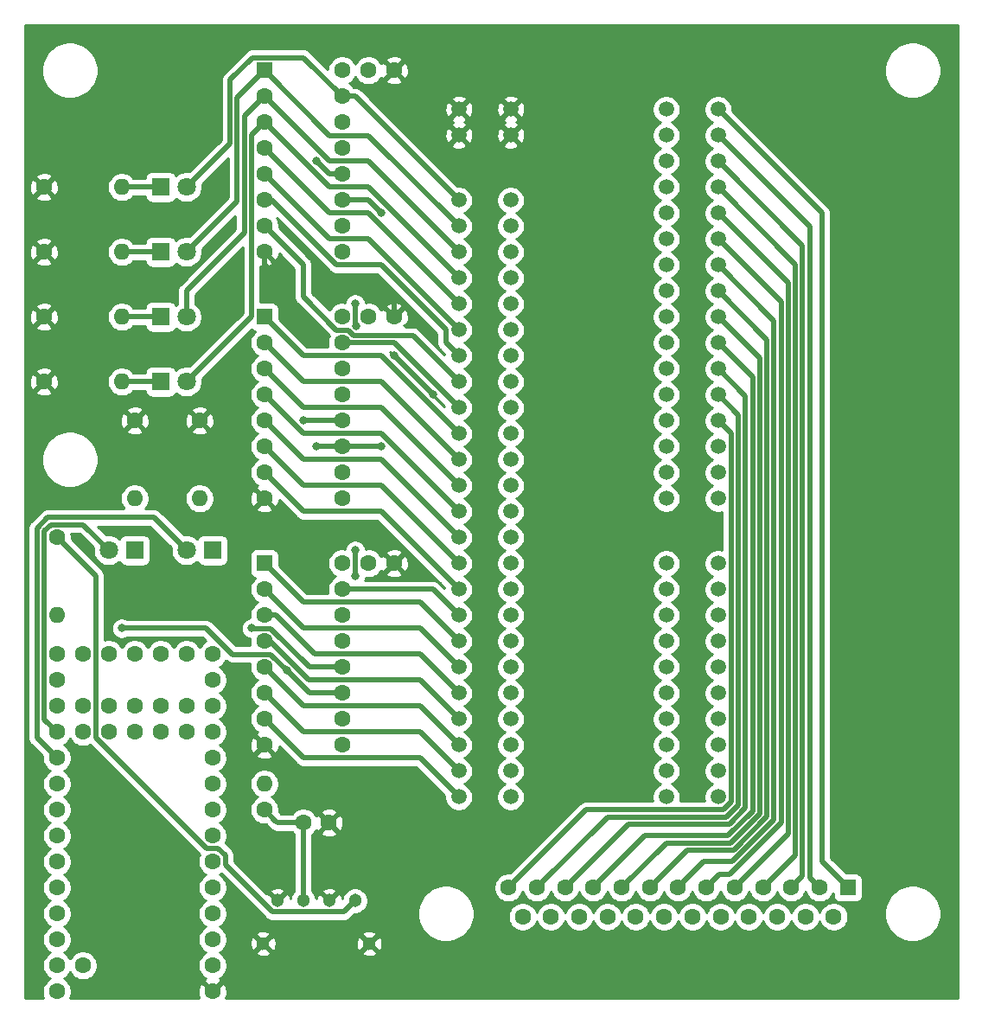
<source format=gbr>
%TF.GenerationSoftware,KiCad,Pcbnew,5.1.9-73d0e3b20d~88~ubuntu18.04.1*%
%TF.CreationDate,2021-04-18T22:58:03-04:00*%
%TF.ProjectId,spdif-decoder,73706469-662d-4646-9563-6f6465722e6b,rev?*%
%TF.SameCoordinates,Original*%
%TF.FileFunction,Copper,L1,Top*%
%TF.FilePolarity,Positive*%
%FSLAX46Y46*%
G04 Gerber Fmt 4.6, Leading zero omitted, Abs format (unit mm)*
G04 Created by KiCad (PCBNEW 5.1.9-73d0e3b20d~88~ubuntu18.04.1) date 2021-04-18 22:58:03*
%MOMM*%
%LPD*%
G01*
G04 APERTURE LIST*
%TA.AperFunction,ComponentPad*%
%ADD10C,1.600000*%
%TD*%
%TA.AperFunction,ComponentPad*%
%ADD11R,1.600000X1.600000*%
%TD*%
%TA.AperFunction,ComponentPad*%
%ADD12O,1.600000X1.600000*%
%TD*%
%TA.AperFunction,ComponentPad*%
%ADD13C,1.500000*%
%TD*%
%TA.AperFunction,ComponentPad*%
%ADD14C,1.300000*%
%TD*%
%TA.AperFunction,ComponentPad*%
%ADD15C,1.303000*%
%TD*%
%TA.AperFunction,ComponentPad*%
%ADD16C,1.800000*%
%TD*%
%TA.AperFunction,ComponentPad*%
%ADD17R,1.800000X1.800000*%
%TD*%
%TA.AperFunction,ViaPad*%
%ADD18C,0.800000*%
%TD*%
%TA.AperFunction,Conductor*%
%ADD19C,0.500000*%
%TD*%
%TA.AperFunction,Conductor*%
%ADD20C,0.254000*%
%TD*%
%TA.AperFunction,Conductor*%
%ADD21C,0.100000*%
%TD*%
G04 APERTURE END LIST*
D10*
%TO.P,U1,44*%
%TO.N,Net-(U1-Pad44)*%
X73660000Y-135890000D03*
%TO.P,U1,43*%
%TO.N,Net-(U1-Pad43)*%
X73660000Y-133350000D03*
%TO.P,U1,42*%
%TO.N,Net-(U1-Pad42)*%
X71120000Y-135890000D03*
%TO.P,U1,41*%
%TO.N,Net-(U1-Pad41)*%
X71120000Y-133350000D03*
%TO.P,U1,40*%
%TO.N,Net-(U1-Pad40)*%
X68580000Y-135890000D03*
%TO.P,U1,39*%
%TO.N,Net-(U1-Pad39)*%
X68580000Y-133350000D03*
%TO.P,U1,38*%
%TO.N,Net-(U1-Pad38)*%
X66040000Y-135890000D03*
%TO.P,U1,37*%
%TO.N,Net-(U1-Pad37)*%
X66040000Y-133350000D03*
%TO.P,U1,36*%
%TO.N,Net-(U1-Pad36)*%
X63500000Y-135890000D03*
%TO.P,U1,35*%
%TO.N,Net-(U1-Pad35)*%
X63500000Y-133350000D03*
%TO.P,U1,1*%
%TO.N,GND*%
X76200000Y-161290000D03*
%TO.P,U1,2*%
%TO.N,Net-(U1-Pad2)*%
X76200000Y-158750000D03*
%TO.P,U1,3*%
%TO.N,Net-(U1-Pad3)*%
X76200000Y-156210000D03*
%TO.P,U1,4*%
%TO.N,Net-(U1-Pad4)*%
X76200000Y-153670000D03*
%TO.P,U1,5*%
%TO.N,Net-(U1-Pad5)*%
X76200000Y-151130000D03*
%TO.P,U1,6*%
%TO.N,Net-(U1-Pad6)*%
X76200000Y-148590000D03*
%TO.P,U1,7*%
%TO.N,Net-(U1-Pad7)*%
X76200000Y-146050000D03*
%TO.P,U1,8*%
%TO.N,Net-(U1-Pad8)*%
X76200000Y-143510000D03*
%TO.P,U1,9*%
%TO.N,Net-(U1-Pad9)*%
X76200000Y-140970000D03*
%TO.P,U1,10*%
%TO.N,REG_CLEAR*%
X76200000Y-138430000D03*
%TO.P,U1,11*%
%TO.N,SHIFT_ENABLE*%
X76200000Y-135890000D03*
%TO.P,U1,12*%
%TO.N,LATCH*%
X76200000Y-133350000D03*
%TO.P,U1,13*%
%TO.N,SPI_MOSI*%
X76200000Y-130810000D03*
%TO.P,U1,34*%
%TO.N,Net-(U1-Pad34)*%
X63500000Y-158750000D03*
%TO.P,U1,33*%
%TO.N,+5V*%
X60960000Y-161290000D03*
%TO.P,U1,32*%
%TO.N,Net-(U1-Pad32)*%
X60960000Y-158750000D03*
%TO.P,U1,31*%
%TO.N,Net-(U1-Pad31)*%
X60960000Y-156210000D03*
%TO.P,U1,30*%
%TO.N,Net-(U1-Pad30)*%
X60960000Y-153670000D03*
%TO.P,U1,29*%
%TO.N,Net-(U1-Pad29)*%
X60960000Y-151130000D03*
%TO.P,U1,28*%
%TO.N,Net-(U1-Pad28)*%
X60960000Y-148590000D03*
%TO.P,U1,27*%
%TO.N,Net-(U1-Pad27)*%
X60960000Y-146050000D03*
%TO.P,U1,26*%
%TO.N,Net-(U1-Pad26)*%
X60960000Y-143510000D03*
%TO.P,U1,25*%
%TO.N,Net-(U1-Pad25)*%
X60960000Y-140970000D03*
%TO.P,U1,24*%
%TO.N,LED_SPDIF*%
X60960000Y-138430000D03*
%TO.P,U1,23*%
%TO.N,LED_POW*%
X60960000Y-135890000D03*
%TO.P,U1,22*%
%TO.N,SPDIF_IN*%
X60960000Y-133350000D03*
%TO.P,U1,21*%
%TO.N,Net-(U1-Pad21)*%
X60960000Y-130810000D03*
%TO.P,U1,14*%
%TO.N,Net-(U1-Pad14)*%
X76200000Y-128270000D03*
%TO.P,U1,15*%
%TO.N,Net-(U1-Pad15)*%
X73660000Y-128270000D03*
%TO.P,U1,16*%
%TO.N,Net-(U1-Pad16)*%
X71120000Y-128270000D03*
%TO.P,U1,20*%
%TO.N,SPI_CLK*%
X60960000Y-128270000D03*
%TO.P,U1,19*%
%TO.N,Net-(U1-Pad19)*%
X63500000Y-128270000D03*
%TO.P,U1,18*%
%TO.N,Net-(U1-Pad18)*%
X66040000Y-128270000D03*
%TO.P,U1,17*%
%TO.N,Net-(U1-Pad17)*%
X68580000Y-128270000D03*
%TD*%
%TO.P,U2,9*%
%TO.N,Net-(U2-Pad9)*%
X88900000Y-88900000D03*
%TO.P,U2,8*%
%TO.N,GND*%
X81280000Y-88900000D03*
%TO.P,U2,16*%
%TO.N,+5V*%
X88900000Y-71120000D03*
%TO.P,U2,15*%
%TO.N,Net-(D2-Pad2)*%
X88900000Y-73660000D03*
%TO.P,U2,14*%
%TO.N,SPI_MOSI*%
X88900000Y-76200000D03*
%TO.P,U2,13*%
%TO.N,SHIFT_ENABLE*%
X88900000Y-78740000D03*
%TO.P,U2,12*%
%TO.N,LATCH*%
X88900000Y-81280000D03*
%TO.P,U2,11*%
%TO.N,SPI_CLK*%
X88900000Y-83820000D03*
%TO.P,U2,10*%
%TO.N,REG_CLEAR*%
X88900000Y-86360000D03*
%TO.P,U2,7*%
%TO.N,Net-(J2-Pad15)*%
X81280000Y-86360000D03*
%TO.P,U2,6*%
%TO.N,Net-(J2-Pad13)*%
X81280000Y-83820000D03*
%TO.P,U2,5*%
%TO.N,Net-(J2-Pad11)*%
X81280000Y-81280000D03*
%TO.P,U2,4*%
%TO.N,Net-(J2-Pad9)*%
X81280000Y-78740000D03*
%TO.P,U2,3*%
%TO.N,Net-(D5-Pad2)*%
X81280000Y-76200000D03*
%TO.P,U2,2*%
%TO.N,Net-(D4-Pad2)*%
X81280000Y-73660000D03*
D11*
%TO.P,U2,1*%
%TO.N,Net-(D3-Pad2)*%
X81280000Y-71120000D03*
%TD*%
D10*
%TO.P,U3,9*%
%TO.N,Net-(U3-Pad9)*%
X88900000Y-113030000D03*
%TO.P,U3,8*%
%TO.N,GND*%
X81280000Y-113030000D03*
%TO.P,U3,16*%
%TO.N,+5V*%
X88900000Y-95250000D03*
%TO.P,U3,15*%
%TO.N,Net-(J2-Pad17)*%
X88900000Y-97790000D03*
%TO.P,U3,14*%
%TO.N,Net-(U2-Pad9)*%
X88900000Y-100330000D03*
%TO.P,U3,13*%
%TO.N,SHIFT_ENABLE*%
X88900000Y-102870000D03*
%TO.P,U3,12*%
%TO.N,LATCH*%
X88900000Y-105410000D03*
%TO.P,U3,11*%
%TO.N,SPI_CLK*%
X88900000Y-107950000D03*
%TO.P,U3,10*%
%TO.N,REG_CLEAR*%
X88900000Y-110490000D03*
%TO.P,U3,7*%
%TO.N,Net-(J2-Pad31)*%
X81280000Y-110490000D03*
%TO.P,U3,6*%
%TO.N,Net-(J2-Pad29)*%
X81280000Y-107950000D03*
%TO.P,U3,5*%
%TO.N,Net-(J2-Pad27)*%
X81280000Y-105410000D03*
%TO.P,U3,4*%
%TO.N,Net-(J2-Pad25)*%
X81280000Y-102870000D03*
%TO.P,U3,3*%
%TO.N,Net-(J2-Pad23)*%
X81280000Y-100330000D03*
%TO.P,U3,2*%
%TO.N,Net-(J2-Pad21)*%
X81280000Y-97790000D03*
D11*
%TO.P,U3,1*%
%TO.N,Net-(J2-Pad19)*%
X81280000Y-95250000D03*
%TD*%
D10*
%TO.P,U4,9*%
%TO.N,Net-(U4-Pad9)*%
X88900000Y-137160000D03*
%TO.P,U4,8*%
%TO.N,GND*%
X81280000Y-137160000D03*
%TO.P,U4,16*%
%TO.N,+5V*%
X88900000Y-119380000D03*
%TO.P,U4,15*%
%TO.N,Net-(J2-Pad33)*%
X88900000Y-121920000D03*
%TO.P,U4,14*%
%TO.N,Net-(U3-Pad9)*%
X88900000Y-124460000D03*
%TO.P,U4,13*%
%TO.N,SHIFT_ENABLE*%
X88900000Y-127000000D03*
%TO.P,U4,12*%
%TO.N,LATCH*%
X88900000Y-129540000D03*
%TO.P,U4,11*%
%TO.N,SPI_CLK*%
X88900000Y-132080000D03*
%TO.P,U4,10*%
%TO.N,REG_CLEAR*%
X88900000Y-134620000D03*
%TO.P,U4,7*%
%TO.N,Net-(J2-Pad47)*%
X81280000Y-134620000D03*
%TO.P,U4,6*%
%TO.N,Net-(J2-Pad45)*%
X81280000Y-132080000D03*
%TO.P,U4,5*%
%TO.N,Net-(J2-Pad43)*%
X81280000Y-129540000D03*
%TO.P,U4,4*%
%TO.N,Net-(J2-Pad41)*%
X81280000Y-127000000D03*
%TO.P,U4,3*%
%TO.N,Net-(J2-Pad39)*%
X81280000Y-124460000D03*
%TO.P,U4,2*%
%TO.N,Net-(J2-Pad37)*%
X81280000Y-121920000D03*
D11*
%TO.P,U4,1*%
%TO.N,Net-(J2-Pad35)*%
X81280000Y-119380000D03*
%TD*%
D10*
%TO.P,C3,2*%
%TO.N,+5V*%
X91480000Y-119380000D03*
%TO.P,C3,1*%
%TO.N,GND*%
X93980000Y-119380000D03*
%TD*%
D12*
%TO.P,L1,2*%
%TO.N,+5V*%
X81280000Y-140970000D03*
D10*
%TO.P,L1,1*%
%TO.N,Net-(C4-Pad2)*%
X81280000Y-143510000D03*
%TD*%
D12*
%TO.P,R7,2*%
%TO.N,SPDIF_IN*%
X60960000Y-124460000D03*
D10*
%TO.P,R7,1*%
%TO.N,Net-(J8-Pad1)*%
X60960000Y-116840000D03*
%TD*%
D13*
%TO.P,J5,32*%
%TO.N,Net-(J1-Pad16)*%
X125730000Y-113030000D03*
%TO.P,J5,31*%
%TO.N,Net-(J5-Pad31)*%
X120650000Y-113030000D03*
%TO.P,J5,30*%
%TO.N,Net-(J1-Pad15)*%
X125730000Y-110490000D03*
%TO.P,J5,29*%
%TO.N,Net-(J5-Pad29)*%
X120650000Y-110490000D03*
%TO.P,J5,28*%
%TO.N,Net-(J1-Pad14)*%
X125730000Y-107950000D03*
%TO.P,J5,27*%
%TO.N,Net-(J5-Pad27)*%
X120650000Y-107950000D03*
%TO.P,J5,26*%
%TO.N,Net-(J1-Pad13)*%
X125730000Y-105410000D03*
%TO.P,J5,25*%
%TO.N,Net-(J5-Pad25)*%
X120650000Y-105410000D03*
%TO.P,J5,24*%
%TO.N,Net-(J1-Pad12)*%
X125730000Y-102870000D03*
%TO.P,J5,23*%
%TO.N,Net-(J5-Pad23)*%
X120650000Y-102870000D03*
%TO.P,J5,22*%
%TO.N,Net-(J1-Pad11)*%
X125730000Y-100330000D03*
%TO.P,J5,21*%
%TO.N,Net-(J5-Pad21)*%
X120650000Y-100330000D03*
%TO.P,J5,20*%
%TO.N,Net-(J1-Pad10)*%
X125730000Y-97790000D03*
%TO.P,J5,19*%
%TO.N,Net-(J5-Pad19)*%
X120650000Y-97790000D03*
%TO.P,J5,18*%
%TO.N,Net-(J1-Pad9)*%
X125730000Y-95250000D03*
%TO.P,J5,17*%
%TO.N,Net-(J5-Pad17)*%
X120650000Y-95250000D03*
%TO.P,J5,16*%
%TO.N,Net-(J1-Pad8)*%
X125730000Y-92710000D03*
%TO.P,J5,15*%
%TO.N,Net-(J5-Pad15)*%
X120650000Y-92710000D03*
%TO.P,J5,14*%
%TO.N,Net-(J1-Pad7)*%
X125730000Y-90170000D03*
%TO.P,J5,13*%
%TO.N,Net-(J5-Pad13)*%
X120650000Y-90170000D03*
%TO.P,J5,12*%
%TO.N,Net-(J1-Pad6)*%
X125730000Y-87630000D03*
%TO.P,J5,11*%
%TO.N,Net-(J5-Pad11)*%
X120650000Y-87630000D03*
%TO.P,J5,10*%
%TO.N,Net-(J1-Pad5)*%
X125730000Y-85090000D03*
%TO.P,J5,9*%
%TO.N,Net-(J5-Pad9)*%
X120650000Y-85090000D03*
%TO.P,J5,8*%
%TO.N,Net-(J1-Pad4)*%
X125730000Y-82550000D03*
%TO.P,J5,7*%
%TO.N,Net-(J5-Pad7)*%
X120650000Y-82550000D03*
%TO.P,J5,6*%
%TO.N,Net-(J1-Pad3)*%
X125730000Y-80010000D03*
%TO.P,J5,5*%
%TO.N,Net-(J5-Pad5)*%
X120650000Y-80010000D03*
%TO.P,J5,4*%
%TO.N,Net-(J1-Pad2)*%
X125730000Y-77470000D03*
%TO.P,J5,3*%
%TO.N,Net-(J5-Pad3)*%
X120650000Y-77470000D03*
%TO.P,J5,2*%
%TO.N,Net-(J1-Pad1)*%
X125730000Y-74930000D03*
%TO.P,J5,1*%
%TO.N,Net-(J5-Pad1)*%
X120650000Y-74930000D03*
%TD*%
%TO.P,J3,4*%
%TO.N,GND*%
X105410000Y-77470000D03*
%TO.P,J3,3*%
X100330000Y-77470000D03*
%TO.P,J3,2*%
X105410000Y-74930000D03*
%TO.P,J3,1*%
X100330000Y-74930000D03*
%TD*%
%TO.P,J2,48*%
%TO.N,Net-(J2-Pad48)*%
X105410000Y-142240000D03*
%TO.P,J2,47*%
%TO.N,Net-(J2-Pad47)*%
X100330000Y-142240000D03*
%TO.P,J2,46*%
%TO.N,Net-(J2-Pad46)*%
X105410000Y-139700000D03*
%TO.P,J2,45*%
%TO.N,Net-(J2-Pad45)*%
X100330000Y-139700000D03*
%TO.P,J2,44*%
%TO.N,Net-(J2-Pad44)*%
X105410000Y-137160000D03*
%TO.P,J2,43*%
%TO.N,Net-(J2-Pad43)*%
X100330000Y-137160000D03*
%TO.P,J2,42*%
%TO.N,Net-(J2-Pad42)*%
X105410000Y-134620000D03*
%TO.P,J2,41*%
%TO.N,Net-(J2-Pad41)*%
X100330000Y-134620000D03*
%TO.P,J2,40*%
%TO.N,Net-(J2-Pad40)*%
X105410000Y-132080000D03*
%TO.P,J2,39*%
%TO.N,Net-(J2-Pad39)*%
X100330000Y-132080000D03*
%TO.P,J2,38*%
%TO.N,Net-(J2-Pad38)*%
X105410000Y-129540000D03*
%TO.P,J2,37*%
%TO.N,Net-(J2-Pad37)*%
X100330000Y-129540000D03*
%TO.P,J2,36*%
%TO.N,Net-(J2-Pad36)*%
X105410000Y-127000000D03*
%TO.P,J2,35*%
%TO.N,Net-(J2-Pad35)*%
X100330000Y-127000000D03*
%TO.P,J2,34*%
%TO.N,Net-(J2-Pad34)*%
X105410000Y-124460000D03*
%TO.P,J2,33*%
%TO.N,Net-(J2-Pad33)*%
X100330000Y-124460000D03*
%TO.P,J2,32*%
%TO.N,Net-(J2-Pad32)*%
X105410000Y-121920000D03*
%TO.P,J2,31*%
%TO.N,Net-(J2-Pad31)*%
X100330000Y-121920000D03*
%TO.P,J2,30*%
%TO.N,Net-(J2-Pad30)*%
X105410000Y-119380000D03*
%TO.P,J2,29*%
%TO.N,Net-(J2-Pad29)*%
X100330000Y-119380000D03*
%TO.P,J2,28*%
%TO.N,Net-(J2-Pad28)*%
X105410000Y-116840000D03*
%TO.P,J2,27*%
%TO.N,Net-(J2-Pad27)*%
X100330000Y-116840000D03*
%TO.P,J2,26*%
%TO.N,Net-(J2-Pad26)*%
X105410000Y-114300000D03*
%TO.P,J2,25*%
%TO.N,Net-(J2-Pad25)*%
X100330000Y-114300000D03*
%TO.P,J2,24*%
%TO.N,Net-(J2-Pad24)*%
X105410000Y-111760000D03*
%TO.P,J2,23*%
%TO.N,Net-(J2-Pad23)*%
X100330000Y-111760000D03*
%TO.P,J2,22*%
%TO.N,Net-(J2-Pad22)*%
X105410000Y-109220000D03*
%TO.P,J2,21*%
%TO.N,Net-(J2-Pad21)*%
X100330000Y-109220000D03*
%TO.P,J2,20*%
%TO.N,Net-(J2-Pad20)*%
X105410000Y-106680000D03*
%TO.P,J2,19*%
%TO.N,Net-(J2-Pad19)*%
X100330000Y-106680000D03*
%TO.P,J2,18*%
%TO.N,Net-(J2-Pad18)*%
X105410000Y-104140000D03*
%TO.P,J2,17*%
%TO.N,Net-(J2-Pad17)*%
X100330000Y-104140000D03*
%TO.P,J2,16*%
%TO.N,Net-(J2-Pad16)*%
X105410000Y-101600000D03*
%TO.P,J2,15*%
%TO.N,Net-(J2-Pad15)*%
X100330000Y-101600000D03*
%TO.P,J2,14*%
%TO.N,Net-(J2-Pad14)*%
X105410000Y-99060000D03*
%TO.P,J2,13*%
%TO.N,Net-(J2-Pad13)*%
X100330000Y-99060000D03*
%TO.P,J2,12*%
%TO.N,Net-(J2-Pad12)*%
X105410000Y-96520000D03*
%TO.P,J2,11*%
%TO.N,Net-(J2-Pad11)*%
X100330000Y-96520000D03*
%TO.P,J2,10*%
%TO.N,Net-(J2-Pad10)*%
X105410000Y-93980000D03*
%TO.P,J2,9*%
%TO.N,Net-(J2-Pad9)*%
X100330000Y-93980000D03*
%TO.P,J2,8*%
%TO.N,Net-(J2-Pad8)*%
X105410000Y-91440000D03*
%TO.P,J2,7*%
%TO.N,Net-(D5-Pad2)*%
X100330000Y-91440000D03*
%TO.P,J2,6*%
%TO.N,Net-(J2-Pad6)*%
X105410000Y-88900000D03*
%TO.P,J2,5*%
%TO.N,Net-(D4-Pad2)*%
X100330000Y-88900000D03*
%TO.P,J2,4*%
%TO.N,Net-(J2-Pad4)*%
X105410000Y-86360000D03*
%TO.P,J2,3*%
%TO.N,Net-(D3-Pad2)*%
X100330000Y-86360000D03*
%TO.P,J2,2*%
%TO.N,Net-(J2-Pad2)*%
X105410000Y-83820000D03*
%TO.P,J2,1*%
%TO.N,Net-(D2-Pad2)*%
X100330000Y-83820000D03*
%TD*%
%TO.P,J6,20*%
%TO.N,Net-(J6-Pad20)*%
X125730000Y-142240000D03*
%TO.P,J6,19*%
%TO.N,Net-(J6-Pad19)*%
X120650000Y-142240000D03*
%TO.P,J6,18*%
%TO.N,Net-(J1-Pad25)*%
X125730000Y-139700000D03*
%TO.P,J6,17*%
%TO.N,Net-(J6-Pad17)*%
X120650000Y-139700000D03*
%TO.P,J6,16*%
%TO.N,Net-(J1-Pad24)*%
X125730000Y-137160000D03*
%TO.P,J6,15*%
%TO.N,Net-(J6-Pad15)*%
X120650000Y-137160000D03*
%TO.P,J6,14*%
%TO.N,Net-(J1-Pad23)*%
X125730000Y-134620000D03*
%TO.P,J6,13*%
%TO.N,Net-(J6-Pad13)*%
X120650000Y-134620000D03*
%TO.P,J6,12*%
%TO.N,Net-(J1-Pad22)*%
X125730000Y-132080000D03*
%TO.P,J6,11*%
%TO.N,Net-(J6-Pad11)*%
X120650000Y-132080000D03*
%TO.P,J6,10*%
%TO.N,Net-(J1-Pad21)*%
X125730000Y-129540000D03*
%TO.P,J6,9*%
%TO.N,Net-(J6-Pad9)*%
X120650000Y-129540000D03*
%TO.P,J6,8*%
%TO.N,Net-(J1-Pad20)*%
X125730000Y-127000000D03*
%TO.P,J6,7*%
%TO.N,Net-(J6-Pad7)*%
X120650000Y-127000000D03*
%TO.P,J6,6*%
%TO.N,Net-(J1-Pad19)*%
X125730000Y-124460000D03*
%TO.P,J6,5*%
%TO.N,Net-(J6-Pad5)*%
X120650000Y-124460000D03*
%TO.P,J6,4*%
%TO.N,Net-(J1-Pad18)*%
X125730000Y-121920000D03*
%TO.P,J6,3*%
%TO.N,Net-(J6-Pad3)*%
X120650000Y-121920000D03*
%TO.P,J6,2*%
%TO.N,Net-(J1-Pad17)*%
X125730000Y-119380000D03*
%TO.P,J6,1*%
%TO.N,Net-(J6-Pad1)*%
X120650000Y-119380000D03*
%TD*%
D12*
%TO.P,R6,2*%
%TO.N,Net-(D6-Pad1)*%
X74930000Y-113030000D03*
D10*
%TO.P,R6,1*%
%TO.N,GND*%
X74930000Y-105410000D03*
%TD*%
D12*
%TO.P,R5,2*%
%TO.N,Net-(D5-Pad1)*%
X67310000Y-101600000D03*
D10*
%TO.P,R5,1*%
%TO.N,GND*%
X59690000Y-101600000D03*
%TD*%
D12*
%TO.P,R4,2*%
%TO.N,Net-(D4-Pad1)*%
X67310000Y-95250000D03*
D10*
%TO.P,R4,1*%
%TO.N,GND*%
X59690000Y-95250000D03*
%TD*%
D12*
%TO.P,R3,2*%
%TO.N,Net-(D3-Pad1)*%
X67310000Y-88900000D03*
D10*
%TO.P,R3,1*%
%TO.N,GND*%
X59690000Y-88900000D03*
%TD*%
D12*
%TO.P,R2,2*%
%TO.N,Net-(D2-Pad1)*%
X67310000Y-82550000D03*
D10*
%TO.P,R2,1*%
%TO.N,GND*%
X59690000Y-82550000D03*
%TD*%
D12*
%TO.P,R1,2*%
%TO.N,Net-(D1-Pad1)*%
X68580000Y-113030000D03*
D10*
%TO.P,R1,1*%
%TO.N,GND*%
X68580000Y-105410000D03*
%TD*%
%TO.P,J1,25*%
%TO.N,Net-(J1-Pad25)*%
X106575000Y-153970000D03*
%TO.P,J1,24*%
%TO.N,Net-(J1-Pad24)*%
X109345000Y-153970000D03*
%TO.P,J1,23*%
%TO.N,Net-(J1-Pad23)*%
X112115000Y-153970000D03*
%TO.P,J1,22*%
%TO.N,Net-(J1-Pad22)*%
X114885000Y-153970000D03*
%TO.P,J1,21*%
%TO.N,Net-(J1-Pad21)*%
X117655000Y-153970000D03*
%TO.P,J1,20*%
%TO.N,Net-(J1-Pad20)*%
X120425000Y-153970000D03*
%TO.P,J1,19*%
%TO.N,Net-(J1-Pad19)*%
X123195000Y-153970000D03*
%TO.P,J1,18*%
%TO.N,Net-(J1-Pad18)*%
X125965000Y-153970000D03*
%TO.P,J1,17*%
%TO.N,Net-(J1-Pad17)*%
X128735000Y-153970000D03*
%TO.P,J1,16*%
%TO.N,Net-(J1-Pad16)*%
X131505000Y-153970000D03*
%TO.P,J1,15*%
%TO.N,Net-(J1-Pad15)*%
X134275000Y-153970000D03*
%TO.P,J1,14*%
%TO.N,Net-(J1-Pad14)*%
X137045000Y-153970000D03*
%TO.P,J1,13*%
%TO.N,Net-(J1-Pad13)*%
X105190000Y-151130000D03*
%TO.P,J1,12*%
%TO.N,Net-(J1-Pad12)*%
X107960000Y-151130000D03*
%TO.P,J1,11*%
%TO.N,Net-(J1-Pad11)*%
X110730000Y-151130000D03*
%TO.P,J1,10*%
%TO.N,Net-(J1-Pad10)*%
X113500000Y-151130000D03*
%TO.P,J1,9*%
%TO.N,Net-(J1-Pad9)*%
X116270000Y-151130000D03*
%TO.P,J1,8*%
%TO.N,Net-(J1-Pad8)*%
X119040000Y-151130000D03*
%TO.P,J1,7*%
%TO.N,Net-(J1-Pad7)*%
X121810000Y-151130000D03*
%TO.P,J1,6*%
%TO.N,Net-(J1-Pad6)*%
X124580000Y-151130000D03*
%TO.P,J1,5*%
%TO.N,Net-(J1-Pad5)*%
X127350000Y-151130000D03*
%TO.P,J1,4*%
%TO.N,Net-(J1-Pad4)*%
X130120000Y-151130000D03*
%TO.P,J1,3*%
%TO.N,Net-(J1-Pad3)*%
X132890000Y-151130000D03*
%TO.P,J1,2*%
%TO.N,Net-(J1-Pad2)*%
X135660000Y-151130000D03*
D11*
%TO.P,J1,1*%
%TO.N,Net-(J1-Pad1)*%
X138430000Y-151130000D03*
%TD*%
D14*
%TO.P,J8,MH2*%
%TO.N,GND*%
X81160000Y-156600000D03*
%TO.P,J8,MH1*%
X91560000Y-156600000D03*
D15*
%TO.P,J8,4*%
X82550000Y-152400000D03*
%TO.P,J8,3*%
%TO.N,Net-(C4-Pad2)*%
X85090000Y-152400000D03*
%TO.P,J8,2*%
%TO.N,GND*%
X87630000Y-152400000D03*
%TO.P,J8,1*%
%TO.N,Net-(J8-Pad1)*%
X90170000Y-152400000D03*
%TD*%
D16*
%TO.P,D6,2*%
%TO.N,LED_SPDIF*%
X73660000Y-118110000D03*
D17*
%TO.P,D6,1*%
%TO.N,Net-(D6-Pad1)*%
X76200000Y-118110000D03*
%TD*%
D16*
%TO.P,D5,2*%
%TO.N,Net-(D5-Pad2)*%
X73660000Y-101600000D03*
D17*
%TO.P,D5,1*%
%TO.N,Net-(D5-Pad1)*%
X71120000Y-101600000D03*
%TD*%
D16*
%TO.P,D4,2*%
%TO.N,Net-(D4-Pad2)*%
X73660000Y-95250000D03*
D17*
%TO.P,D4,1*%
%TO.N,Net-(D4-Pad1)*%
X71120000Y-95250000D03*
%TD*%
D16*
%TO.P,D3,2*%
%TO.N,Net-(D3-Pad2)*%
X73660000Y-88900000D03*
D17*
%TO.P,D3,1*%
%TO.N,Net-(D3-Pad1)*%
X71120000Y-88900000D03*
%TD*%
D16*
%TO.P,D2,2*%
%TO.N,Net-(D2-Pad2)*%
X73660000Y-82550000D03*
D17*
%TO.P,D2,1*%
%TO.N,Net-(D2-Pad1)*%
X71120000Y-82550000D03*
%TD*%
D16*
%TO.P,D1,2*%
%TO.N,LED_POW*%
X66040000Y-118110000D03*
D17*
%TO.P,D1,1*%
%TO.N,Net-(D1-Pad1)*%
X68580000Y-118110000D03*
%TD*%
D10*
%TO.P,C4,2*%
%TO.N,Net-(C4-Pad2)*%
X85090000Y-144780000D03*
%TO.P,C4,1*%
%TO.N,GND*%
X87590000Y-144780000D03*
%TD*%
%TO.P,C2,2*%
%TO.N,+5V*%
X91480000Y-95250000D03*
%TO.P,C2,1*%
%TO.N,GND*%
X93980000Y-95250000D03*
%TD*%
%TO.P,C1,2*%
%TO.N,+5V*%
X91480000Y-71120000D03*
%TO.P,C1,1*%
%TO.N,GND*%
X93980000Y-71120000D03*
%TD*%
D18*
%TO.N,GND*%
X92710000Y-92710000D03*
X82550000Y-91440000D03*
X78740000Y-90170000D03*
X78740000Y-91440000D03*
X97790000Y-102870000D03*
X93980000Y-99060000D03*
%TO.N,REG_CLEAR*%
X90170000Y-118110000D03*
X90170000Y-120650000D03*
X90286039Y-96123922D03*
X90170000Y-93980000D03*
%TO.N,LATCH*%
X80010000Y-125730000D03*
X85090000Y-105410000D03*
X86360000Y-80010000D03*
%TO.N,SPI_CLK*%
X67310000Y-125730000D03*
X86360000Y-107950000D03*
X83475001Y-129884999D03*
X92710000Y-107950000D03*
X92710000Y-85090000D03*
%TD*%
D19*
%TO.N,GND*%
X93980000Y-95250000D02*
X93980000Y-93980000D01*
X93980000Y-93980000D02*
X92710000Y-92710000D01*
X81280000Y-88900000D02*
X81280000Y-90170000D01*
X81280000Y-90170000D02*
X82550000Y-91440000D01*
X95250000Y-100330000D02*
X97790000Y-102870000D01*
X95250000Y-100330000D02*
X93980000Y-99060000D01*
%TO.N,Net-(C4-Pad2)*%
X85130000Y-152360000D02*
X85090000Y-152400000D01*
X85090000Y-144646827D02*
X85163914Y-144572913D01*
X82342913Y-144572913D02*
X81280000Y-143510000D01*
X85090000Y-144780000D02*
X85090000Y-152400000D01*
X82550000Y-144780000D02*
X82342913Y-144572913D01*
X85090000Y-144780000D02*
X82550000Y-144780000D01*
%TO.N,LED_POW*%
X63519999Y-115589999D02*
X66040000Y-118110000D01*
X60359999Y-115589999D02*
X63519999Y-115589999D01*
X59709999Y-116239999D02*
X60359999Y-115589999D01*
X59709999Y-134639999D02*
X59709999Y-116239999D01*
X60960000Y-135890000D02*
X59709999Y-134639999D01*
%TO.N,Net-(D2-Pad2)*%
X90170000Y-73660000D02*
X100330000Y-83820000D01*
X88900000Y-73660000D02*
X90170000Y-73660000D01*
X77929967Y-78280033D02*
X73660000Y-82550000D01*
X77929967Y-72060031D02*
X77929967Y-78280033D01*
X80119999Y-69869999D02*
X77929967Y-72060031D01*
X88900000Y-73660000D02*
X85109999Y-69869999D01*
X85109999Y-69869999D02*
X80119999Y-69869999D01*
%TO.N,Net-(D2-Pad1)*%
X71120000Y-82550000D02*
X67310000Y-82550000D01*
%TO.N,Net-(D3-Pad2)*%
X91459999Y-77489999D02*
X100330000Y-86360000D01*
X87649999Y-77489999D02*
X91459999Y-77489999D01*
X81280000Y-71120000D02*
X87649999Y-77489999D01*
X78629977Y-83930023D02*
X73660000Y-88900000D01*
X81280000Y-71120000D02*
X78629977Y-73770023D01*
X78629977Y-73770023D02*
X78629977Y-83930023D01*
%TO.N,Net-(D3-Pad1)*%
X67310000Y-88900000D02*
X71120000Y-88900000D01*
%TO.N,Net-(D4-Pad2)*%
X81280000Y-73660000D02*
X87630000Y-80010000D01*
X91440000Y-80010000D02*
X100330000Y-88900000D01*
X87630000Y-80010000D02*
X91440000Y-80010000D01*
X79329988Y-75610012D02*
X81280000Y-73660000D01*
X79329988Y-87040012D02*
X79329988Y-75610012D01*
X73660000Y-92710000D02*
X73660000Y-95250000D01*
X79329988Y-87040012D02*
X73660000Y-92710000D01*
%TO.N,Net-(D4-Pad1)*%
X71120000Y-95250000D02*
X67310000Y-95250000D01*
%TO.N,Net-(D5-Pad2)*%
X91440000Y-82550000D02*
X100330000Y-91440000D01*
X81280000Y-76200000D02*
X87630000Y-82550000D01*
X87630000Y-82550000D02*
X91440000Y-82550000D01*
X80029999Y-95230001D02*
X73660000Y-101600000D01*
X81280000Y-76200000D02*
X80029999Y-77450001D01*
X80029999Y-77450001D02*
X80029999Y-95230001D01*
%TO.N,Net-(D5-Pad1)*%
X67310000Y-101600000D02*
X71120000Y-101600000D01*
%TO.N,Net-(J1-Pad13)*%
X125730000Y-105410000D02*
X127000000Y-106680000D01*
X127000000Y-142746002D02*
X126236002Y-143510000D01*
X127000000Y-106680000D02*
X127000000Y-142746002D01*
X112810000Y-143510000D02*
X105190000Y-151130000D01*
X126236002Y-143510000D02*
X112810000Y-143510000D01*
%TO.N,Net-(J1-Pad12)*%
X127700010Y-143035955D02*
X126525955Y-144210010D01*
X125730000Y-102870000D02*
X127700010Y-104840010D01*
X127700010Y-104840010D02*
X127700010Y-143035955D01*
X114879990Y-144210010D02*
X107960000Y-151130000D01*
X126525955Y-144210010D02*
X114879990Y-144210010D01*
%TO.N,Net-(J1-Pad11)*%
X116949980Y-144910020D02*
X110730000Y-151130000D01*
X126815908Y-144910020D02*
X116949980Y-144910020D01*
X128400020Y-143325908D02*
X126815908Y-144910020D01*
X125730000Y-100330000D02*
X128400020Y-103000020D01*
X128400020Y-103000020D02*
X128400020Y-143325908D01*
%TO.N,Net-(J1-Pad10)*%
X129100030Y-143615861D02*
X126665891Y-146050000D01*
X125730000Y-97790000D02*
X129100030Y-101160030D01*
X129100030Y-101160030D02*
X129100030Y-143615861D01*
X118580000Y-146050000D02*
X113500000Y-151130000D01*
X126665891Y-146050000D02*
X118580000Y-146050000D01*
%TO.N,Net-(J1-Pad9)*%
X129800040Y-143905814D02*
X126955844Y-146750010D01*
X125730000Y-95250000D02*
X129800040Y-99320040D01*
X129800040Y-99320040D02*
X129800040Y-143905814D01*
X120649990Y-146750010D02*
X116270000Y-151130000D01*
X126955844Y-146750010D02*
X120649990Y-146750010D01*
%TO.N,Net-(J1-Pad8)*%
X130500050Y-144195767D02*
X127245797Y-147450020D01*
X125730000Y-92710000D02*
X130500050Y-97480050D01*
X130500050Y-97480050D02*
X130500050Y-144195767D01*
X122719980Y-147450020D02*
X119040000Y-151130000D01*
X127245797Y-147450020D02*
X122719980Y-147450020D01*
%TO.N,Net-(J1-Pad7)*%
X131200060Y-144485720D02*
X127095780Y-148590000D01*
X125730000Y-90170000D02*
X131200060Y-95640060D01*
X131200060Y-95640060D02*
X131200060Y-144485720D01*
X124350000Y-148590000D02*
X121810000Y-151130000D01*
X127095780Y-148590000D02*
X124350000Y-148590000D01*
%TO.N,Net-(J1-Pad6)*%
X131900070Y-144775673D02*
X126815743Y-149860000D01*
X125730000Y-87630000D02*
X131900070Y-93800070D01*
X131900070Y-93800070D02*
X131900070Y-144775673D01*
X125850000Y-149860000D02*
X124580000Y-151130000D01*
X126815743Y-149860000D02*
X125850000Y-149860000D01*
%TO.N,Net-(J1-Pad5)*%
X132600080Y-145879920D02*
X127350000Y-151130000D01*
X132600080Y-91960080D02*
X132600080Y-145879920D01*
X125730000Y-85090000D02*
X132600080Y-91960080D01*
%TO.N,Net-(J1-Pad4)*%
X133300090Y-147949910D02*
X130120000Y-151130000D01*
X133300090Y-90120090D02*
X133300090Y-147949910D01*
X125730000Y-82550000D02*
X133300090Y-90120090D01*
%TO.N,Net-(J1-Pad3)*%
X134000100Y-150019900D02*
X132890000Y-151130000D01*
X134000100Y-88280100D02*
X134000100Y-150019900D01*
X125730000Y-80010000D02*
X134000100Y-88280100D01*
%TO.N,REG_CLEAR*%
X90286039Y-96123922D02*
X90170000Y-96007883D01*
X90170000Y-96007883D02*
X90170000Y-93980000D01*
X90170000Y-120650000D02*
X90170000Y-118110000D01*
%TO.N,LATCH*%
X80029999Y-125749999D02*
X80010000Y-125730000D01*
X85670002Y-129540000D02*
X81880001Y-125749999D01*
X88900000Y-129540000D02*
X85670002Y-129540000D01*
X81880001Y-125749999D02*
X80029999Y-125749999D01*
X88900000Y-105410000D02*
X85090000Y-105410000D01*
X88900000Y-81280000D02*
X87630000Y-81280000D01*
X87630000Y-81280000D02*
X86360000Y-80010000D01*
%TO.N,LED_SPDIF*%
X70439989Y-114889989D02*
X73660000Y-118110000D01*
X60070046Y-114889989D02*
X70439989Y-114889989D01*
X59009989Y-115950046D02*
X60070046Y-114889989D01*
X59009989Y-136479989D02*
X59009989Y-115950046D01*
X60960000Y-138430000D02*
X59009989Y-136479989D01*
%TO.N,SPI_CLK*%
X78139999Y-128289999D02*
X75580000Y-125730000D01*
X81880001Y-128289999D02*
X78139999Y-128289999D01*
X75580000Y-125730000D02*
X67310000Y-125730000D01*
X88900000Y-132080000D02*
X85670002Y-132080000D01*
X88900000Y-107950000D02*
X86360000Y-107950000D01*
X85670002Y-132080000D02*
X83475001Y-129884999D01*
X83475001Y-129884999D02*
X81880001Y-128289999D01*
X88900000Y-107950000D02*
X92710000Y-107950000D01*
X91440000Y-83820000D02*
X88900000Y-83820000D01*
X92710000Y-85090000D02*
X91440000Y-83820000D01*
%TO.N,Net-(J1-Pad2)*%
X135890000Y-150900000D02*
X135660000Y-151130000D01*
X134700110Y-86440110D02*
X134700110Y-150170110D01*
X134700110Y-150170110D02*
X135660000Y-151130000D01*
X125730000Y-77470000D02*
X134700110Y-86440110D01*
%TO.N,Net-(J1-Pad1)*%
X125730000Y-74930000D02*
X135890000Y-85090000D01*
X135890000Y-148590000D02*
X138430000Y-151130000D01*
X135890000Y-85090000D02*
X135890000Y-148590000D01*
%TO.N,Net-(J2-Pad47)*%
X81280000Y-134620000D02*
X85090000Y-138430000D01*
X85090000Y-138430000D02*
X96520000Y-138430000D01*
X96520000Y-138430000D02*
X100330000Y-142240000D01*
%TO.N,Net-(J2-Pad45)*%
X81280000Y-132080000D02*
X85090000Y-135890000D01*
X85090000Y-135890000D02*
X96520000Y-135890000D01*
X96520000Y-135890000D02*
X100330000Y-139700000D01*
%TO.N,Net-(J2-Pad43)*%
X81280000Y-129540000D02*
X85090000Y-133350000D01*
X85090000Y-133350000D02*
X96520000Y-133350000D01*
X96520000Y-133350000D02*
X100330000Y-137160000D01*
%TO.N,Net-(J2-Pad41)*%
X81848004Y-127000000D02*
X85658004Y-130810000D01*
X85658004Y-130810000D02*
X96520000Y-130810000D01*
X96520000Y-130810000D02*
X100330000Y-134620000D01*
X81280000Y-127000000D02*
X81848004Y-127000000D01*
%TO.N,Net-(J2-Pad39)*%
X96520000Y-128270000D02*
X100330000Y-132080000D01*
X82411370Y-124460000D02*
X86221370Y-128270000D01*
X86221370Y-128270000D02*
X96520000Y-128270000D01*
X81280000Y-124460000D02*
X82411370Y-124460000D01*
%TO.N,Net-(J2-Pad37)*%
X81280000Y-121920000D02*
X85090000Y-125730000D01*
X85090000Y-125730000D02*
X96520000Y-125730000D01*
X96520000Y-125730000D02*
X100330000Y-129540000D01*
%TO.N,Net-(J2-Pad35)*%
X81280000Y-119380000D02*
X85090000Y-123190000D01*
X96520000Y-123190000D02*
X100330000Y-127000000D01*
X85090000Y-123190000D02*
X96520000Y-123190000D01*
%TO.N,Net-(J2-Pad33)*%
X97790000Y-121920000D02*
X100330000Y-124460000D01*
X88900000Y-121920000D02*
X97790000Y-121920000D01*
%TO.N,Net-(J2-Pad31)*%
X81280000Y-110490000D02*
X85090000Y-114300000D01*
X85090000Y-114300000D02*
X92710000Y-114300000D01*
X92710000Y-114300000D02*
X100330000Y-121920000D01*
%TO.N,Net-(J2-Pad29)*%
X92710000Y-111760000D02*
X100330000Y-119380000D01*
X81280000Y-107950000D02*
X85090000Y-111760000D01*
X85090000Y-111760000D02*
X92710000Y-111760000D01*
%TO.N,Net-(J2-Pad27)*%
X81280000Y-105410000D02*
X85090000Y-109220000D01*
X85090000Y-109220000D02*
X92710000Y-109220000D01*
X92710000Y-109220000D02*
X100330000Y-116840000D01*
%TO.N,Net-(J2-Pad25)*%
X81280000Y-102870000D02*
X85090000Y-106680000D01*
X85090000Y-106680000D02*
X92710000Y-106680000D01*
X92710000Y-106680000D02*
X100330000Y-114300000D01*
%TO.N,Net-(J2-Pad23)*%
X81280000Y-100330000D02*
X85090000Y-104140000D01*
X92710000Y-104140000D02*
X100330000Y-111760000D01*
X85090000Y-104140000D02*
X92710000Y-104140000D01*
%TO.N,Net-(J2-Pad21)*%
X81280000Y-97790000D02*
X85090000Y-101600000D01*
X92710000Y-101600000D02*
X100330000Y-109220000D01*
X85090000Y-101600000D02*
X92710000Y-101600000D01*
%TO.N,Net-(J2-Pad19)*%
X92710000Y-99060000D02*
X100330000Y-106680000D01*
X81280000Y-95250000D02*
X85090000Y-99060000D01*
X85090000Y-99060000D02*
X92710000Y-99060000D01*
%TO.N,Net-(J2-Pad17)*%
X93980000Y-97790000D02*
X100330000Y-104140000D01*
X88900000Y-97790000D02*
X93980000Y-97790000D01*
%TO.N,Net-(J2-Pad15)*%
X90049992Y-97089990D02*
X89500001Y-96539999D01*
X85090000Y-93290002D02*
X85090000Y-90170000D01*
X85090000Y-90170000D02*
X81280000Y-86360000D01*
X88339997Y-96539999D02*
X85090000Y-93290002D01*
X89500001Y-96539999D02*
X88339997Y-96539999D01*
X100330000Y-101600000D02*
X95819990Y-97089990D01*
X95819990Y-97089990D02*
X90049992Y-97089990D01*
%TO.N,Net-(J2-Pad13)*%
X100330000Y-98760033D02*
X100330000Y-99060000D01*
X100330000Y-99060000D02*
X99060000Y-97790000D01*
X99060000Y-97790000D02*
X99060000Y-96520000D01*
X99060000Y-96520000D02*
X92710000Y-90170000D01*
X88319998Y-90170000D02*
X81969998Y-83820000D01*
X81969998Y-83820000D02*
X81280000Y-83820000D01*
X92710000Y-90170000D02*
X88319998Y-90170000D01*
%TO.N,Net-(J2-Pad11)*%
X81280000Y-81280000D02*
X87630000Y-87630000D01*
X87630000Y-87630000D02*
X91440000Y-87630000D01*
X91440000Y-87630000D02*
X100330000Y-96520000D01*
%TO.N,Net-(J2-Pad9)*%
X81280000Y-78740000D02*
X87630000Y-85090000D01*
X87630000Y-85090000D02*
X91440000Y-85090000D01*
X91440000Y-85090000D02*
X100330000Y-93980000D01*
%TO.N,Net-(J8-Pad1)*%
X64750001Y-136450003D02*
X64750001Y-120630001D01*
X75599999Y-147300001D02*
X64750001Y-136450003D01*
X76760003Y-147300001D02*
X75599999Y-147300001D01*
X90170000Y-152400000D02*
X89068499Y-153501501D01*
X64750001Y-120630001D02*
X60960000Y-116840000D01*
X77450001Y-148930223D02*
X77450001Y-147989999D01*
X77450001Y-147989999D02*
X76760003Y-147300001D01*
X82021279Y-153501501D02*
X77450001Y-148930223D01*
X89068499Y-153501501D02*
X82021279Y-153501501D01*
%TD*%
D20*
%TO.N,GND*%
X149200000Y-161900000D02*
X77498900Y-161900000D01*
X77557571Y-161776004D01*
X77626300Y-161501816D01*
X77640217Y-161219488D01*
X77598787Y-160939870D01*
X77503603Y-160673708D01*
X77436671Y-160548486D01*
X77192702Y-160476903D01*
X76379605Y-161290000D01*
X76393748Y-161304143D01*
X76214143Y-161483748D01*
X76200000Y-161469605D01*
X76185858Y-161483748D01*
X76006253Y-161304143D01*
X76020395Y-161290000D01*
X75207298Y-160476903D01*
X74963329Y-160548486D01*
X74842429Y-160803996D01*
X74773700Y-161078184D01*
X74759783Y-161360512D01*
X74801213Y-161640130D01*
X74894147Y-161900000D01*
X62260562Y-161900000D01*
X62339853Y-161708574D01*
X62395000Y-161431335D01*
X62395000Y-161148665D01*
X62339853Y-160871426D01*
X62231680Y-160610273D01*
X62074637Y-160375241D01*
X61874759Y-160175363D01*
X61642241Y-160020000D01*
X61874759Y-159864637D01*
X62074637Y-159664759D01*
X62230000Y-159432241D01*
X62385363Y-159664759D01*
X62585241Y-159864637D01*
X62820273Y-160021680D01*
X63081426Y-160129853D01*
X63358665Y-160185000D01*
X63641335Y-160185000D01*
X63918574Y-160129853D01*
X64179727Y-160021680D01*
X64414759Y-159864637D01*
X64614637Y-159664759D01*
X64771680Y-159429727D01*
X64879853Y-159168574D01*
X64935000Y-158891335D01*
X64935000Y-158608665D01*
X64879853Y-158331426D01*
X64771680Y-158070273D01*
X64614637Y-157835241D01*
X64414759Y-157635363D01*
X64179727Y-157478320D01*
X63918574Y-157370147D01*
X63641335Y-157315000D01*
X63358665Y-157315000D01*
X63081426Y-157370147D01*
X62820273Y-157478320D01*
X62585241Y-157635363D01*
X62385363Y-157835241D01*
X62230000Y-158067759D01*
X62074637Y-157835241D01*
X61874759Y-157635363D01*
X61642241Y-157480000D01*
X61874759Y-157324637D01*
X62074637Y-157124759D01*
X62231680Y-156889727D01*
X62339853Y-156628574D01*
X62395000Y-156351335D01*
X62395000Y-156068665D01*
X62339853Y-155791426D01*
X62231680Y-155530273D01*
X62074637Y-155295241D01*
X61874759Y-155095363D01*
X61642241Y-154940000D01*
X61874759Y-154784637D01*
X62074637Y-154584759D01*
X62231680Y-154349727D01*
X62339853Y-154088574D01*
X62395000Y-153811335D01*
X62395000Y-153528665D01*
X62339853Y-153251426D01*
X62231680Y-152990273D01*
X62074637Y-152755241D01*
X61874759Y-152555363D01*
X61642241Y-152400000D01*
X61874759Y-152244637D01*
X62074637Y-152044759D01*
X62231680Y-151809727D01*
X62339853Y-151548574D01*
X62395000Y-151271335D01*
X62395000Y-150988665D01*
X62339853Y-150711426D01*
X62231680Y-150450273D01*
X62074637Y-150215241D01*
X61874759Y-150015363D01*
X61642241Y-149860000D01*
X61874759Y-149704637D01*
X62074637Y-149504759D01*
X62231680Y-149269727D01*
X62339853Y-149008574D01*
X62395000Y-148731335D01*
X62395000Y-148448665D01*
X62339853Y-148171426D01*
X62231680Y-147910273D01*
X62074637Y-147675241D01*
X61874759Y-147475363D01*
X61642241Y-147320000D01*
X61874759Y-147164637D01*
X62074637Y-146964759D01*
X62231680Y-146729727D01*
X62339853Y-146468574D01*
X62395000Y-146191335D01*
X62395000Y-145908665D01*
X62339853Y-145631426D01*
X62231680Y-145370273D01*
X62074637Y-145135241D01*
X61874759Y-144935363D01*
X61642241Y-144780000D01*
X61874759Y-144624637D01*
X62074637Y-144424759D01*
X62231680Y-144189727D01*
X62339853Y-143928574D01*
X62395000Y-143651335D01*
X62395000Y-143368665D01*
X62339853Y-143091426D01*
X62231680Y-142830273D01*
X62074637Y-142595241D01*
X61874759Y-142395363D01*
X61642241Y-142240000D01*
X61874759Y-142084637D01*
X62074637Y-141884759D01*
X62231680Y-141649727D01*
X62339853Y-141388574D01*
X62395000Y-141111335D01*
X62395000Y-140828665D01*
X62339853Y-140551426D01*
X62231680Y-140290273D01*
X62074637Y-140055241D01*
X61874759Y-139855363D01*
X61642241Y-139700000D01*
X61874759Y-139544637D01*
X62074637Y-139344759D01*
X62231680Y-139109727D01*
X62339853Y-138848574D01*
X62395000Y-138571335D01*
X62395000Y-138288665D01*
X62339853Y-138011426D01*
X62231680Y-137750273D01*
X62074637Y-137515241D01*
X61874759Y-137315363D01*
X61642241Y-137160000D01*
X61874759Y-137004637D01*
X62074637Y-136804759D01*
X62230000Y-136572241D01*
X62385363Y-136804759D01*
X62585241Y-137004637D01*
X62820273Y-137161680D01*
X63081426Y-137269853D01*
X63358665Y-137325000D01*
X63641335Y-137325000D01*
X63918574Y-137269853D01*
X64179727Y-137161680D01*
X64197934Y-137149514D01*
X74940485Y-147892066D01*
X74928320Y-147910273D01*
X74820147Y-148171426D01*
X74765000Y-148448665D01*
X74765000Y-148731335D01*
X74820147Y-149008574D01*
X74928320Y-149269727D01*
X75085363Y-149504759D01*
X75285241Y-149704637D01*
X75517759Y-149860000D01*
X75285241Y-150015363D01*
X75085363Y-150215241D01*
X74928320Y-150450273D01*
X74820147Y-150711426D01*
X74765000Y-150988665D01*
X74765000Y-151271335D01*
X74820147Y-151548574D01*
X74928320Y-151809727D01*
X75085363Y-152044759D01*
X75285241Y-152244637D01*
X75517759Y-152400000D01*
X75285241Y-152555363D01*
X75085363Y-152755241D01*
X74928320Y-152990273D01*
X74820147Y-153251426D01*
X74765000Y-153528665D01*
X74765000Y-153811335D01*
X74820147Y-154088574D01*
X74928320Y-154349727D01*
X75085363Y-154584759D01*
X75285241Y-154784637D01*
X75517759Y-154940000D01*
X75285241Y-155095363D01*
X75085363Y-155295241D01*
X74928320Y-155530273D01*
X74820147Y-155791426D01*
X74765000Y-156068665D01*
X74765000Y-156351335D01*
X74820147Y-156628574D01*
X74928320Y-156889727D01*
X75085363Y-157124759D01*
X75285241Y-157324637D01*
X75517759Y-157480000D01*
X75285241Y-157635363D01*
X75085363Y-157835241D01*
X74928320Y-158070273D01*
X74820147Y-158331426D01*
X74765000Y-158608665D01*
X74765000Y-158891335D01*
X74820147Y-159168574D01*
X74928320Y-159429727D01*
X75085363Y-159664759D01*
X75285241Y-159864637D01*
X75519128Y-160020915D01*
X75458486Y-160053329D01*
X75386903Y-160297298D01*
X76200000Y-161110395D01*
X77013097Y-160297298D01*
X76941514Y-160053329D01*
X76877008Y-160022806D01*
X76879727Y-160021680D01*
X77114759Y-159864637D01*
X77314637Y-159664759D01*
X77471680Y-159429727D01*
X77579853Y-159168574D01*
X77635000Y-158891335D01*
X77635000Y-158608665D01*
X77579853Y-158331426D01*
X77471680Y-158070273D01*
X77314637Y-157835241D01*
X77114759Y-157635363D01*
X76890513Y-157485527D01*
X80454078Y-157485527D01*
X80507466Y-157714201D01*
X80737374Y-157820095D01*
X80983524Y-157879102D01*
X81236455Y-157888952D01*
X81486449Y-157849270D01*
X81723896Y-157761578D01*
X81812534Y-157714201D01*
X81865922Y-157485527D01*
X90854078Y-157485527D01*
X90907466Y-157714201D01*
X91137374Y-157820095D01*
X91383524Y-157879102D01*
X91636455Y-157888952D01*
X91886449Y-157849270D01*
X92123896Y-157761578D01*
X92212534Y-157714201D01*
X92265922Y-157485527D01*
X91560000Y-156779605D01*
X90854078Y-157485527D01*
X81865922Y-157485527D01*
X81160000Y-156779605D01*
X80454078Y-157485527D01*
X76890513Y-157485527D01*
X76882241Y-157480000D01*
X77114759Y-157324637D01*
X77314637Y-157124759D01*
X77471680Y-156889727D01*
X77560020Y-156676455D01*
X79871048Y-156676455D01*
X79910730Y-156926449D01*
X79998422Y-157163896D01*
X80045799Y-157252534D01*
X80274473Y-157305922D01*
X80980395Y-156600000D01*
X81339605Y-156600000D01*
X82045527Y-157305922D01*
X82274201Y-157252534D01*
X82380095Y-157022626D01*
X82439102Y-156776476D01*
X82442997Y-156676455D01*
X90271048Y-156676455D01*
X90310730Y-156926449D01*
X90398422Y-157163896D01*
X90445799Y-157252534D01*
X90674473Y-157305922D01*
X91380395Y-156600000D01*
X91739605Y-156600000D01*
X92445527Y-157305922D01*
X92674201Y-157252534D01*
X92780095Y-157022626D01*
X92839102Y-156776476D01*
X92848952Y-156523545D01*
X92809270Y-156273551D01*
X92721578Y-156036104D01*
X92674201Y-155947466D01*
X92445527Y-155894078D01*
X91739605Y-156600000D01*
X91380395Y-156600000D01*
X90674473Y-155894078D01*
X90445799Y-155947466D01*
X90339905Y-156177374D01*
X90280898Y-156423524D01*
X90271048Y-156676455D01*
X82442997Y-156676455D01*
X82448952Y-156523545D01*
X82409270Y-156273551D01*
X82321578Y-156036104D01*
X82274201Y-155947466D01*
X82045527Y-155894078D01*
X81339605Y-156600000D01*
X80980395Y-156600000D01*
X80274473Y-155894078D01*
X80045799Y-155947466D01*
X79939905Y-156177374D01*
X79880898Y-156423524D01*
X79871048Y-156676455D01*
X77560020Y-156676455D01*
X77579853Y-156628574D01*
X77635000Y-156351335D01*
X77635000Y-156068665D01*
X77579853Y-155791426D01*
X77547979Y-155714473D01*
X80454078Y-155714473D01*
X81160000Y-156420395D01*
X81865922Y-155714473D01*
X90854078Y-155714473D01*
X91560000Y-156420395D01*
X92265922Y-155714473D01*
X92212534Y-155485799D01*
X91982626Y-155379905D01*
X91736476Y-155320898D01*
X91483545Y-155311048D01*
X91233551Y-155350730D01*
X90996104Y-155438422D01*
X90907466Y-155485799D01*
X90854078Y-155714473D01*
X81865922Y-155714473D01*
X81812534Y-155485799D01*
X81582626Y-155379905D01*
X81336476Y-155320898D01*
X81083545Y-155311048D01*
X80833551Y-155350730D01*
X80596104Y-155438422D01*
X80507466Y-155485799D01*
X80454078Y-155714473D01*
X77547979Y-155714473D01*
X77471680Y-155530273D01*
X77314637Y-155295241D01*
X77114759Y-155095363D01*
X76882241Y-154940000D01*
X77114759Y-154784637D01*
X77314637Y-154584759D01*
X77471680Y-154349727D01*
X77579853Y-154088574D01*
X77635000Y-153811335D01*
X77635000Y-153528665D01*
X77579853Y-153251426D01*
X77471680Y-152990273D01*
X77314637Y-152755241D01*
X77114759Y-152555363D01*
X76882241Y-152400000D01*
X77114759Y-152244637D01*
X77314637Y-152044759D01*
X77471680Y-151809727D01*
X77579853Y-151548574D01*
X77635000Y-151271335D01*
X77635000Y-150988665D01*
X77579853Y-150711426D01*
X77471680Y-150450273D01*
X77314637Y-150215241D01*
X77114759Y-150015363D01*
X76882241Y-149860000D01*
X77029683Y-149761483D01*
X81364749Y-154096550D01*
X81392462Y-154130318D01*
X81426230Y-154158031D01*
X81426232Y-154158033D01*
X81497731Y-154216711D01*
X81527220Y-154240912D01*
X81680966Y-154323090D01*
X81847789Y-154373696D01*
X81977802Y-154386501D01*
X81977812Y-154386501D01*
X82021278Y-154390782D01*
X82064744Y-154386501D01*
X89025030Y-154386501D01*
X89068499Y-154390782D01*
X89111968Y-154386501D01*
X89111976Y-154386501D01*
X89241989Y-154373696D01*
X89408812Y-154323090D01*
X89562558Y-154240912D01*
X89697316Y-154130318D01*
X89725033Y-154096545D01*
X90135078Y-153686500D01*
X90296709Y-153686500D01*
X90545258Y-153637061D01*
X90779386Y-153540082D01*
X90990096Y-153399290D01*
X90993685Y-153395701D01*
X96275000Y-153395701D01*
X96275000Y-153944299D01*
X96382026Y-154482354D01*
X96591965Y-154989192D01*
X96896750Y-155445334D01*
X97284666Y-155833250D01*
X97740808Y-156138035D01*
X98247646Y-156347974D01*
X98785701Y-156455000D01*
X99334299Y-156455000D01*
X99872354Y-156347974D01*
X100379192Y-156138035D01*
X100835334Y-155833250D01*
X101223250Y-155445334D01*
X101528035Y-154989192D01*
X101737974Y-154482354D01*
X101845000Y-153944299D01*
X101845000Y-153828665D01*
X105140000Y-153828665D01*
X105140000Y-154111335D01*
X105195147Y-154388574D01*
X105303320Y-154649727D01*
X105460363Y-154884759D01*
X105660241Y-155084637D01*
X105895273Y-155241680D01*
X106156426Y-155349853D01*
X106433665Y-155405000D01*
X106716335Y-155405000D01*
X106993574Y-155349853D01*
X107254727Y-155241680D01*
X107489759Y-155084637D01*
X107689637Y-154884759D01*
X107846680Y-154649727D01*
X107954853Y-154388574D01*
X107960000Y-154362699D01*
X107965147Y-154388574D01*
X108073320Y-154649727D01*
X108230363Y-154884759D01*
X108430241Y-155084637D01*
X108665273Y-155241680D01*
X108926426Y-155349853D01*
X109203665Y-155405000D01*
X109486335Y-155405000D01*
X109763574Y-155349853D01*
X110024727Y-155241680D01*
X110259759Y-155084637D01*
X110459637Y-154884759D01*
X110616680Y-154649727D01*
X110724853Y-154388574D01*
X110730000Y-154362699D01*
X110735147Y-154388574D01*
X110843320Y-154649727D01*
X111000363Y-154884759D01*
X111200241Y-155084637D01*
X111435273Y-155241680D01*
X111696426Y-155349853D01*
X111973665Y-155405000D01*
X112256335Y-155405000D01*
X112533574Y-155349853D01*
X112794727Y-155241680D01*
X113029759Y-155084637D01*
X113229637Y-154884759D01*
X113386680Y-154649727D01*
X113494853Y-154388574D01*
X113500000Y-154362699D01*
X113505147Y-154388574D01*
X113613320Y-154649727D01*
X113770363Y-154884759D01*
X113970241Y-155084637D01*
X114205273Y-155241680D01*
X114466426Y-155349853D01*
X114743665Y-155405000D01*
X115026335Y-155405000D01*
X115303574Y-155349853D01*
X115564727Y-155241680D01*
X115799759Y-155084637D01*
X115999637Y-154884759D01*
X116156680Y-154649727D01*
X116264853Y-154388574D01*
X116270000Y-154362699D01*
X116275147Y-154388574D01*
X116383320Y-154649727D01*
X116540363Y-154884759D01*
X116740241Y-155084637D01*
X116975273Y-155241680D01*
X117236426Y-155349853D01*
X117513665Y-155405000D01*
X117796335Y-155405000D01*
X118073574Y-155349853D01*
X118334727Y-155241680D01*
X118569759Y-155084637D01*
X118769637Y-154884759D01*
X118926680Y-154649727D01*
X119034853Y-154388574D01*
X119040000Y-154362699D01*
X119045147Y-154388574D01*
X119153320Y-154649727D01*
X119310363Y-154884759D01*
X119510241Y-155084637D01*
X119745273Y-155241680D01*
X120006426Y-155349853D01*
X120283665Y-155405000D01*
X120566335Y-155405000D01*
X120843574Y-155349853D01*
X121104727Y-155241680D01*
X121339759Y-155084637D01*
X121539637Y-154884759D01*
X121696680Y-154649727D01*
X121804853Y-154388574D01*
X121810000Y-154362699D01*
X121815147Y-154388574D01*
X121923320Y-154649727D01*
X122080363Y-154884759D01*
X122280241Y-155084637D01*
X122515273Y-155241680D01*
X122776426Y-155349853D01*
X123053665Y-155405000D01*
X123336335Y-155405000D01*
X123613574Y-155349853D01*
X123874727Y-155241680D01*
X124109759Y-155084637D01*
X124309637Y-154884759D01*
X124466680Y-154649727D01*
X124574853Y-154388574D01*
X124580000Y-154362699D01*
X124585147Y-154388574D01*
X124693320Y-154649727D01*
X124850363Y-154884759D01*
X125050241Y-155084637D01*
X125285273Y-155241680D01*
X125546426Y-155349853D01*
X125823665Y-155405000D01*
X126106335Y-155405000D01*
X126383574Y-155349853D01*
X126644727Y-155241680D01*
X126879759Y-155084637D01*
X127079637Y-154884759D01*
X127236680Y-154649727D01*
X127344853Y-154388574D01*
X127350000Y-154362699D01*
X127355147Y-154388574D01*
X127463320Y-154649727D01*
X127620363Y-154884759D01*
X127820241Y-155084637D01*
X128055273Y-155241680D01*
X128316426Y-155349853D01*
X128593665Y-155405000D01*
X128876335Y-155405000D01*
X129153574Y-155349853D01*
X129414727Y-155241680D01*
X129649759Y-155084637D01*
X129849637Y-154884759D01*
X130006680Y-154649727D01*
X130114853Y-154388574D01*
X130120000Y-154362699D01*
X130125147Y-154388574D01*
X130233320Y-154649727D01*
X130390363Y-154884759D01*
X130590241Y-155084637D01*
X130825273Y-155241680D01*
X131086426Y-155349853D01*
X131363665Y-155405000D01*
X131646335Y-155405000D01*
X131923574Y-155349853D01*
X132184727Y-155241680D01*
X132419759Y-155084637D01*
X132619637Y-154884759D01*
X132776680Y-154649727D01*
X132884853Y-154388574D01*
X132890000Y-154362699D01*
X132895147Y-154388574D01*
X133003320Y-154649727D01*
X133160363Y-154884759D01*
X133360241Y-155084637D01*
X133595273Y-155241680D01*
X133856426Y-155349853D01*
X134133665Y-155405000D01*
X134416335Y-155405000D01*
X134693574Y-155349853D01*
X134954727Y-155241680D01*
X135189759Y-155084637D01*
X135389637Y-154884759D01*
X135546680Y-154649727D01*
X135654853Y-154388574D01*
X135660000Y-154362699D01*
X135665147Y-154388574D01*
X135773320Y-154649727D01*
X135930363Y-154884759D01*
X136130241Y-155084637D01*
X136365273Y-155241680D01*
X136626426Y-155349853D01*
X136903665Y-155405000D01*
X137186335Y-155405000D01*
X137463574Y-155349853D01*
X137724727Y-155241680D01*
X137959759Y-155084637D01*
X138159637Y-154884759D01*
X138316680Y-154649727D01*
X138424853Y-154388574D01*
X138480000Y-154111335D01*
X138480000Y-153828665D01*
X138424853Y-153551426D01*
X138360350Y-153395701D01*
X141995000Y-153395701D01*
X141995000Y-153944299D01*
X142102026Y-154482354D01*
X142311965Y-154989192D01*
X142616750Y-155445334D01*
X143004666Y-155833250D01*
X143460808Y-156138035D01*
X143967646Y-156347974D01*
X144505701Y-156455000D01*
X145054299Y-156455000D01*
X145592354Y-156347974D01*
X146099192Y-156138035D01*
X146555334Y-155833250D01*
X146943250Y-155445334D01*
X147248035Y-154989192D01*
X147457974Y-154482354D01*
X147565000Y-153944299D01*
X147565000Y-153395701D01*
X147457974Y-152857646D01*
X147248035Y-152350808D01*
X146943250Y-151894666D01*
X146555334Y-151506750D01*
X146099192Y-151201965D01*
X145592354Y-150992026D01*
X145054299Y-150885000D01*
X144505701Y-150885000D01*
X143967646Y-150992026D01*
X143460808Y-151201965D01*
X143004666Y-151506750D01*
X142616750Y-151894666D01*
X142311965Y-152350808D01*
X142102026Y-152857646D01*
X141995000Y-153395701D01*
X138360350Y-153395701D01*
X138316680Y-153290273D01*
X138159637Y-153055241D01*
X137959759Y-152855363D01*
X137724727Y-152698320D01*
X137463574Y-152590147D01*
X137186335Y-152535000D01*
X136903665Y-152535000D01*
X136626426Y-152590147D01*
X136365273Y-152698320D01*
X136130241Y-152855363D01*
X135930363Y-153055241D01*
X135773320Y-153290273D01*
X135665147Y-153551426D01*
X135660000Y-153577301D01*
X135654853Y-153551426D01*
X135546680Y-153290273D01*
X135389637Y-153055241D01*
X135189759Y-152855363D01*
X134954727Y-152698320D01*
X134693574Y-152590147D01*
X134416335Y-152535000D01*
X134133665Y-152535000D01*
X133856426Y-152590147D01*
X133595273Y-152698320D01*
X133360241Y-152855363D01*
X133160363Y-153055241D01*
X133003320Y-153290273D01*
X132895147Y-153551426D01*
X132890000Y-153577301D01*
X132884853Y-153551426D01*
X132776680Y-153290273D01*
X132619637Y-153055241D01*
X132419759Y-152855363D01*
X132184727Y-152698320D01*
X131923574Y-152590147D01*
X131646335Y-152535000D01*
X131363665Y-152535000D01*
X131086426Y-152590147D01*
X130825273Y-152698320D01*
X130590241Y-152855363D01*
X130390363Y-153055241D01*
X130233320Y-153290273D01*
X130125147Y-153551426D01*
X130120000Y-153577301D01*
X130114853Y-153551426D01*
X130006680Y-153290273D01*
X129849637Y-153055241D01*
X129649759Y-152855363D01*
X129414727Y-152698320D01*
X129153574Y-152590147D01*
X128876335Y-152535000D01*
X128593665Y-152535000D01*
X128316426Y-152590147D01*
X128055273Y-152698320D01*
X127820241Y-152855363D01*
X127620363Y-153055241D01*
X127463320Y-153290273D01*
X127355147Y-153551426D01*
X127350000Y-153577301D01*
X127344853Y-153551426D01*
X127236680Y-153290273D01*
X127079637Y-153055241D01*
X126879759Y-152855363D01*
X126644727Y-152698320D01*
X126383574Y-152590147D01*
X126106335Y-152535000D01*
X125823665Y-152535000D01*
X125546426Y-152590147D01*
X125285273Y-152698320D01*
X125050241Y-152855363D01*
X124850363Y-153055241D01*
X124693320Y-153290273D01*
X124585147Y-153551426D01*
X124580000Y-153577301D01*
X124574853Y-153551426D01*
X124466680Y-153290273D01*
X124309637Y-153055241D01*
X124109759Y-152855363D01*
X123874727Y-152698320D01*
X123613574Y-152590147D01*
X123336335Y-152535000D01*
X123053665Y-152535000D01*
X122776426Y-152590147D01*
X122515273Y-152698320D01*
X122280241Y-152855363D01*
X122080363Y-153055241D01*
X121923320Y-153290273D01*
X121815147Y-153551426D01*
X121810000Y-153577301D01*
X121804853Y-153551426D01*
X121696680Y-153290273D01*
X121539637Y-153055241D01*
X121339759Y-152855363D01*
X121104727Y-152698320D01*
X120843574Y-152590147D01*
X120566335Y-152535000D01*
X120283665Y-152535000D01*
X120006426Y-152590147D01*
X119745273Y-152698320D01*
X119510241Y-152855363D01*
X119310363Y-153055241D01*
X119153320Y-153290273D01*
X119045147Y-153551426D01*
X119040000Y-153577301D01*
X119034853Y-153551426D01*
X118926680Y-153290273D01*
X118769637Y-153055241D01*
X118569759Y-152855363D01*
X118334727Y-152698320D01*
X118073574Y-152590147D01*
X117796335Y-152535000D01*
X117513665Y-152535000D01*
X117236426Y-152590147D01*
X116975273Y-152698320D01*
X116740241Y-152855363D01*
X116540363Y-153055241D01*
X116383320Y-153290273D01*
X116275147Y-153551426D01*
X116270000Y-153577301D01*
X116264853Y-153551426D01*
X116156680Y-153290273D01*
X115999637Y-153055241D01*
X115799759Y-152855363D01*
X115564727Y-152698320D01*
X115303574Y-152590147D01*
X115026335Y-152535000D01*
X114743665Y-152535000D01*
X114466426Y-152590147D01*
X114205273Y-152698320D01*
X113970241Y-152855363D01*
X113770363Y-153055241D01*
X113613320Y-153290273D01*
X113505147Y-153551426D01*
X113500000Y-153577301D01*
X113494853Y-153551426D01*
X113386680Y-153290273D01*
X113229637Y-153055241D01*
X113029759Y-152855363D01*
X112794727Y-152698320D01*
X112533574Y-152590147D01*
X112256335Y-152535000D01*
X111973665Y-152535000D01*
X111696426Y-152590147D01*
X111435273Y-152698320D01*
X111200241Y-152855363D01*
X111000363Y-153055241D01*
X110843320Y-153290273D01*
X110735147Y-153551426D01*
X110730000Y-153577301D01*
X110724853Y-153551426D01*
X110616680Y-153290273D01*
X110459637Y-153055241D01*
X110259759Y-152855363D01*
X110024727Y-152698320D01*
X109763574Y-152590147D01*
X109486335Y-152535000D01*
X109203665Y-152535000D01*
X108926426Y-152590147D01*
X108665273Y-152698320D01*
X108430241Y-152855363D01*
X108230363Y-153055241D01*
X108073320Y-153290273D01*
X107965147Y-153551426D01*
X107960000Y-153577301D01*
X107954853Y-153551426D01*
X107846680Y-153290273D01*
X107689637Y-153055241D01*
X107489759Y-152855363D01*
X107254727Y-152698320D01*
X106993574Y-152590147D01*
X106716335Y-152535000D01*
X106433665Y-152535000D01*
X106156426Y-152590147D01*
X105895273Y-152698320D01*
X105660241Y-152855363D01*
X105460363Y-153055241D01*
X105303320Y-153290273D01*
X105195147Y-153551426D01*
X105140000Y-153828665D01*
X101845000Y-153828665D01*
X101845000Y-153395701D01*
X101737974Y-152857646D01*
X101528035Y-152350808D01*
X101223250Y-151894666D01*
X100835334Y-151506750D01*
X100379192Y-151201965D01*
X99872354Y-150992026D01*
X99855458Y-150988665D01*
X103755000Y-150988665D01*
X103755000Y-151271335D01*
X103810147Y-151548574D01*
X103918320Y-151809727D01*
X104075363Y-152044759D01*
X104275241Y-152244637D01*
X104510273Y-152401680D01*
X104771426Y-152509853D01*
X105048665Y-152565000D01*
X105331335Y-152565000D01*
X105608574Y-152509853D01*
X105869727Y-152401680D01*
X106104759Y-152244637D01*
X106304637Y-152044759D01*
X106461680Y-151809727D01*
X106569853Y-151548574D01*
X106575000Y-151522699D01*
X106580147Y-151548574D01*
X106688320Y-151809727D01*
X106845363Y-152044759D01*
X107045241Y-152244637D01*
X107280273Y-152401680D01*
X107541426Y-152509853D01*
X107818665Y-152565000D01*
X108101335Y-152565000D01*
X108378574Y-152509853D01*
X108639727Y-152401680D01*
X108874759Y-152244637D01*
X109074637Y-152044759D01*
X109231680Y-151809727D01*
X109339853Y-151548574D01*
X109345000Y-151522699D01*
X109350147Y-151548574D01*
X109458320Y-151809727D01*
X109615363Y-152044759D01*
X109815241Y-152244637D01*
X110050273Y-152401680D01*
X110311426Y-152509853D01*
X110588665Y-152565000D01*
X110871335Y-152565000D01*
X111148574Y-152509853D01*
X111409727Y-152401680D01*
X111644759Y-152244637D01*
X111844637Y-152044759D01*
X112001680Y-151809727D01*
X112109853Y-151548574D01*
X112115000Y-151522699D01*
X112120147Y-151548574D01*
X112228320Y-151809727D01*
X112385363Y-152044759D01*
X112585241Y-152244637D01*
X112820273Y-152401680D01*
X113081426Y-152509853D01*
X113358665Y-152565000D01*
X113641335Y-152565000D01*
X113918574Y-152509853D01*
X114179727Y-152401680D01*
X114414759Y-152244637D01*
X114614637Y-152044759D01*
X114771680Y-151809727D01*
X114879853Y-151548574D01*
X114885000Y-151522699D01*
X114890147Y-151548574D01*
X114998320Y-151809727D01*
X115155363Y-152044759D01*
X115355241Y-152244637D01*
X115590273Y-152401680D01*
X115851426Y-152509853D01*
X116128665Y-152565000D01*
X116411335Y-152565000D01*
X116688574Y-152509853D01*
X116949727Y-152401680D01*
X117184759Y-152244637D01*
X117384637Y-152044759D01*
X117541680Y-151809727D01*
X117649853Y-151548574D01*
X117655000Y-151522699D01*
X117660147Y-151548574D01*
X117768320Y-151809727D01*
X117925363Y-152044759D01*
X118125241Y-152244637D01*
X118360273Y-152401680D01*
X118621426Y-152509853D01*
X118898665Y-152565000D01*
X119181335Y-152565000D01*
X119458574Y-152509853D01*
X119719727Y-152401680D01*
X119954759Y-152244637D01*
X120154637Y-152044759D01*
X120311680Y-151809727D01*
X120419853Y-151548574D01*
X120425000Y-151522699D01*
X120430147Y-151548574D01*
X120538320Y-151809727D01*
X120695363Y-152044759D01*
X120895241Y-152244637D01*
X121130273Y-152401680D01*
X121391426Y-152509853D01*
X121668665Y-152565000D01*
X121951335Y-152565000D01*
X122228574Y-152509853D01*
X122489727Y-152401680D01*
X122724759Y-152244637D01*
X122924637Y-152044759D01*
X123081680Y-151809727D01*
X123189853Y-151548574D01*
X123195000Y-151522699D01*
X123200147Y-151548574D01*
X123308320Y-151809727D01*
X123465363Y-152044759D01*
X123665241Y-152244637D01*
X123900273Y-152401680D01*
X124161426Y-152509853D01*
X124438665Y-152565000D01*
X124721335Y-152565000D01*
X124998574Y-152509853D01*
X125259727Y-152401680D01*
X125494759Y-152244637D01*
X125694637Y-152044759D01*
X125851680Y-151809727D01*
X125959853Y-151548574D01*
X125965000Y-151522699D01*
X125970147Y-151548574D01*
X126078320Y-151809727D01*
X126235363Y-152044759D01*
X126435241Y-152244637D01*
X126670273Y-152401680D01*
X126931426Y-152509853D01*
X127208665Y-152565000D01*
X127491335Y-152565000D01*
X127768574Y-152509853D01*
X128029727Y-152401680D01*
X128264759Y-152244637D01*
X128464637Y-152044759D01*
X128621680Y-151809727D01*
X128729853Y-151548574D01*
X128735000Y-151522699D01*
X128740147Y-151548574D01*
X128848320Y-151809727D01*
X129005363Y-152044759D01*
X129205241Y-152244637D01*
X129440273Y-152401680D01*
X129701426Y-152509853D01*
X129978665Y-152565000D01*
X130261335Y-152565000D01*
X130538574Y-152509853D01*
X130799727Y-152401680D01*
X131034759Y-152244637D01*
X131234637Y-152044759D01*
X131391680Y-151809727D01*
X131499853Y-151548574D01*
X131505000Y-151522699D01*
X131510147Y-151548574D01*
X131618320Y-151809727D01*
X131775363Y-152044759D01*
X131975241Y-152244637D01*
X132210273Y-152401680D01*
X132471426Y-152509853D01*
X132748665Y-152565000D01*
X133031335Y-152565000D01*
X133308574Y-152509853D01*
X133569727Y-152401680D01*
X133804759Y-152244637D01*
X134004637Y-152044759D01*
X134161680Y-151809727D01*
X134269853Y-151548574D01*
X134275000Y-151522699D01*
X134280147Y-151548574D01*
X134388320Y-151809727D01*
X134545363Y-152044759D01*
X134745241Y-152244637D01*
X134980273Y-152401680D01*
X135241426Y-152509853D01*
X135518665Y-152565000D01*
X135801335Y-152565000D01*
X136078574Y-152509853D01*
X136339727Y-152401680D01*
X136574759Y-152244637D01*
X136774637Y-152044759D01*
X136931680Y-151809727D01*
X136991928Y-151664275D01*
X136991928Y-151930000D01*
X137004188Y-152054482D01*
X137040498Y-152174180D01*
X137099463Y-152284494D01*
X137178815Y-152381185D01*
X137275506Y-152460537D01*
X137385820Y-152519502D01*
X137505518Y-152555812D01*
X137630000Y-152568072D01*
X139230000Y-152568072D01*
X139354482Y-152555812D01*
X139474180Y-152519502D01*
X139584494Y-152460537D01*
X139681185Y-152381185D01*
X139760537Y-152284494D01*
X139819502Y-152174180D01*
X139855812Y-152054482D01*
X139868072Y-151930000D01*
X139868072Y-150330000D01*
X139855812Y-150205518D01*
X139819502Y-150085820D01*
X139760537Y-149975506D01*
X139681185Y-149878815D01*
X139584494Y-149799463D01*
X139474180Y-149740498D01*
X139354482Y-149704188D01*
X139230000Y-149691928D01*
X138243507Y-149691928D01*
X136775000Y-148223422D01*
X136775000Y-85133469D01*
X136779281Y-85090000D01*
X136775000Y-85046531D01*
X136775000Y-85046523D01*
X136762195Y-84916510D01*
X136711589Y-84749687D01*
X136629411Y-84595941D01*
X136518817Y-84461183D01*
X136485051Y-84433472D01*
X127115000Y-75063422D01*
X127115000Y-74793589D01*
X127061775Y-74526011D01*
X126957371Y-74273957D01*
X126805799Y-74047114D01*
X126612886Y-73854201D01*
X126386043Y-73702629D01*
X126133989Y-73598225D01*
X125866411Y-73545000D01*
X125593589Y-73545000D01*
X125326011Y-73598225D01*
X125073957Y-73702629D01*
X124847114Y-73854201D01*
X124654201Y-74047114D01*
X124502629Y-74273957D01*
X124398225Y-74526011D01*
X124345000Y-74793589D01*
X124345000Y-75066411D01*
X124398225Y-75333989D01*
X124502629Y-75586043D01*
X124654201Y-75812886D01*
X124847114Y-76005799D01*
X125073957Y-76157371D01*
X125176873Y-76200000D01*
X125073957Y-76242629D01*
X124847114Y-76394201D01*
X124654201Y-76587114D01*
X124502629Y-76813957D01*
X124398225Y-77066011D01*
X124345000Y-77333589D01*
X124345000Y-77606411D01*
X124398225Y-77873989D01*
X124502629Y-78126043D01*
X124654201Y-78352886D01*
X124847114Y-78545799D01*
X125073957Y-78697371D01*
X125176873Y-78740000D01*
X125073957Y-78782629D01*
X124847114Y-78934201D01*
X124654201Y-79127114D01*
X124502629Y-79353957D01*
X124398225Y-79606011D01*
X124345000Y-79873589D01*
X124345000Y-80146411D01*
X124398225Y-80413989D01*
X124502629Y-80666043D01*
X124654201Y-80892886D01*
X124847114Y-81085799D01*
X125073957Y-81237371D01*
X125176873Y-81280000D01*
X125073957Y-81322629D01*
X124847114Y-81474201D01*
X124654201Y-81667114D01*
X124502629Y-81893957D01*
X124398225Y-82146011D01*
X124345000Y-82413589D01*
X124345000Y-82686411D01*
X124398225Y-82953989D01*
X124502629Y-83206043D01*
X124654201Y-83432886D01*
X124847114Y-83625799D01*
X125073957Y-83777371D01*
X125176873Y-83820000D01*
X125073957Y-83862629D01*
X124847114Y-84014201D01*
X124654201Y-84207114D01*
X124502629Y-84433957D01*
X124398225Y-84686011D01*
X124345000Y-84953589D01*
X124345000Y-85226411D01*
X124398225Y-85493989D01*
X124502629Y-85746043D01*
X124654201Y-85972886D01*
X124847114Y-86165799D01*
X125073957Y-86317371D01*
X125176873Y-86360000D01*
X125073957Y-86402629D01*
X124847114Y-86554201D01*
X124654201Y-86747114D01*
X124502629Y-86973957D01*
X124398225Y-87226011D01*
X124345000Y-87493589D01*
X124345000Y-87766411D01*
X124398225Y-88033989D01*
X124502629Y-88286043D01*
X124654201Y-88512886D01*
X124847114Y-88705799D01*
X125073957Y-88857371D01*
X125176873Y-88900000D01*
X125073957Y-88942629D01*
X124847114Y-89094201D01*
X124654201Y-89287114D01*
X124502629Y-89513957D01*
X124398225Y-89766011D01*
X124345000Y-90033589D01*
X124345000Y-90306411D01*
X124398225Y-90573989D01*
X124502629Y-90826043D01*
X124654201Y-91052886D01*
X124847114Y-91245799D01*
X125073957Y-91397371D01*
X125176873Y-91440000D01*
X125073957Y-91482629D01*
X124847114Y-91634201D01*
X124654201Y-91827114D01*
X124502629Y-92053957D01*
X124398225Y-92306011D01*
X124345000Y-92573589D01*
X124345000Y-92846411D01*
X124398225Y-93113989D01*
X124502629Y-93366043D01*
X124654201Y-93592886D01*
X124847114Y-93785799D01*
X125073957Y-93937371D01*
X125176873Y-93980000D01*
X125073957Y-94022629D01*
X124847114Y-94174201D01*
X124654201Y-94367114D01*
X124502629Y-94593957D01*
X124398225Y-94846011D01*
X124345000Y-95113589D01*
X124345000Y-95386411D01*
X124398225Y-95653989D01*
X124502629Y-95906043D01*
X124654201Y-96132886D01*
X124847114Y-96325799D01*
X125073957Y-96477371D01*
X125176873Y-96520000D01*
X125073957Y-96562629D01*
X124847114Y-96714201D01*
X124654201Y-96907114D01*
X124502629Y-97133957D01*
X124398225Y-97386011D01*
X124345000Y-97653589D01*
X124345000Y-97926411D01*
X124398225Y-98193989D01*
X124502629Y-98446043D01*
X124654201Y-98672886D01*
X124847114Y-98865799D01*
X125073957Y-99017371D01*
X125176873Y-99060000D01*
X125073957Y-99102629D01*
X124847114Y-99254201D01*
X124654201Y-99447114D01*
X124502629Y-99673957D01*
X124398225Y-99926011D01*
X124345000Y-100193589D01*
X124345000Y-100466411D01*
X124398225Y-100733989D01*
X124502629Y-100986043D01*
X124654201Y-101212886D01*
X124847114Y-101405799D01*
X125073957Y-101557371D01*
X125176873Y-101600000D01*
X125073957Y-101642629D01*
X124847114Y-101794201D01*
X124654201Y-101987114D01*
X124502629Y-102213957D01*
X124398225Y-102466011D01*
X124345000Y-102733589D01*
X124345000Y-103006411D01*
X124398225Y-103273989D01*
X124502629Y-103526043D01*
X124654201Y-103752886D01*
X124847114Y-103945799D01*
X125073957Y-104097371D01*
X125176873Y-104140000D01*
X125073957Y-104182629D01*
X124847114Y-104334201D01*
X124654201Y-104527114D01*
X124502629Y-104753957D01*
X124398225Y-105006011D01*
X124345000Y-105273589D01*
X124345000Y-105546411D01*
X124398225Y-105813989D01*
X124502629Y-106066043D01*
X124654201Y-106292886D01*
X124847114Y-106485799D01*
X125073957Y-106637371D01*
X125176873Y-106680000D01*
X125073957Y-106722629D01*
X124847114Y-106874201D01*
X124654201Y-107067114D01*
X124502629Y-107293957D01*
X124398225Y-107546011D01*
X124345000Y-107813589D01*
X124345000Y-108086411D01*
X124398225Y-108353989D01*
X124502629Y-108606043D01*
X124654201Y-108832886D01*
X124847114Y-109025799D01*
X125073957Y-109177371D01*
X125176873Y-109220000D01*
X125073957Y-109262629D01*
X124847114Y-109414201D01*
X124654201Y-109607114D01*
X124502629Y-109833957D01*
X124398225Y-110086011D01*
X124345000Y-110353589D01*
X124345000Y-110626411D01*
X124398225Y-110893989D01*
X124502629Y-111146043D01*
X124654201Y-111372886D01*
X124847114Y-111565799D01*
X125073957Y-111717371D01*
X125176873Y-111760000D01*
X125073957Y-111802629D01*
X124847114Y-111954201D01*
X124654201Y-112147114D01*
X124502629Y-112373957D01*
X124398225Y-112626011D01*
X124345000Y-112893589D01*
X124345000Y-113166411D01*
X124398225Y-113433989D01*
X124502629Y-113686043D01*
X124654201Y-113912886D01*
X124847114Y-114105799D01*
X125073957Y-114257371D01*
X125326011Y-114361775D01*
X125593589Y-114415000D01*
X125866411Y-114415000D01*
X126115000Y-114365552D01*
X126115000Y-118044448D01*
X125866411Y-117995000D01*
X125593589Y-117995000D01*
X125326011Y-118048225D01*
X125073957Y-118152629D01*
X124847114Y-118304201D01*
X124654201Y-118497114D01*
X124502629Y-118723957D01*
X124398225Y-118976011D01*
X124345000Y-119243589D01*
X124345000Y-119516411D01*
X124398225Y-119783989D01*
X124502629Y-120036043D01*
X124654201Y-120262886D01*
X124847114Y-120455799D01*
X125073957Y-120607371D01*
X125176873Y-120650000D01*
X125073957Y-120692629D01*
X124847114Y-120844201D01*
X124654201Y-121037114D01*
X124502629Y-121263957D01*
X124398225Y-121516011D01*
X124345000Y-121783589D01*
X124345000Y-122056411D01*
X124398225Y-122323989D01*
X124502629Y-122576043D01*
X124654201Y-122802886D01*
X124847114Y-122995799D01*
X125073957Y-123147371D01*
X125176873Y-123190000D01*
X125073957Y-123232629D01*
X124847114Y-123384201D01*
X124654201Y-123577114D01*
X124502629Y-123803957D01*
X124398225Y-124056011D01*
X124345000Y-124323589D01*
X124345000Y-124596411D01*
X124398225Y-124863989D01*
X124502629Y-125116043D01*
X124654201Y-125342886D01*
X124847114Y-125535799D01*
X125073957Y-125687371D01*
X125176873Y-125730000D01*
X125073957Y-125772629D01*
X124847114Y-125924201D01*
X124654201Y-126117114D01*
X124502629Y-126343957D01*
X124398225Y-126596011D01*
X124345000Y-126863589D01*
X124345000Y-127136411D01*
X124398225Y-127403989D01*
X124502629Y-127656043D01*
X124654201Y-127882886D01*
X124847114Y-128075799D01*
X125073957Y-128227371D01*
X125176873Y-128270000D01*
X125073957Y-128312629D01*
X124847114Y-128464201D01*
X124654201Y-128657114D01*
X124502629Y-128883957D01*
X124398225Y-129136011D01*
X124345000Y-129403589D01*
X124345000Y-129676411D01*
X124398225Y-129943989D01*
X124502629Y-130196043D01*
X124654201Y-130422886D01*
X124847114Y-130615799D01*
X125073957Y-130767371D01*
X125176873Y-130810000D01*
X125073957Y-130852629D01*
X124847114Y-131004201D01*
X124654201Y-131197114D01*
X124502629Y-131423957D01*
X124398225Y-131676011D01*
X124345000Y-131943589D01*
X124345000Y-132216411D01*
X124398225Y-132483989D01*
X124502629Y-132736043D01*
X124654201Y-132962886D01*
X124847114Y-133155799D01*
X125073957Y-133307371D01*
X125176873Y-133350000D01*
X125073957Y-133392629D01*
X124847114Y-133544201D01*
X124654201Y-133737114D01*
X124502629Y-133963957D01*
X124398225Y-134216011D01*
X124345000Y-134483589D01*
X124345000Y-134756411D01*
X124398225Y-135023989D01*
X124502629Y-135276043D01*
X124654201Y-135502886D01*
X124847114Y-135695799D01*
X125073957Y-135847371D01*
X125176873Y-135890000D01*
X125073957Y-135932629D01*
X124847114Y-136084201D01*
X124654201Y-136277114D01*
X124502629Y-136503957D01*
X124398225Y-136756011D01*
X124345000Y-137023589D01*
X124345000Y-137296411D01*
X124398225Y-137563989D01*
X124502629Y-137816043D01*
X124654201Y-138042886D01*
X124847114Y-138235799D01*
X125073957Y-138387371D01*
X125176873Y-138430000D01*
X125073957Y-138472629D01*
X124847114Y-138624201D01*
X124654201Y-138817114D01*
X124502629Y-139043957D01*
X124398225Y-139296011D01*
X124345000Y-139563589D01*
X124345000Y-139836411D01*
X124398225Y-140103989D01*
X124502629Y-140356043D01*
X124654201Y-140582886D01*
X124847114Y-140775799D01*
X125073957Y-140927371D01*
X125176873Y-140970000D01*
X125073957Y-141012629D01*
X124847114Y-141164201D01*
X124654201Y-141357114D01*
X124502629Y-141583957D01*
X124398225Y-141836011D01*
X124345000Y-142103589D01*
X124345000Y-142376411D01*
X124394448Y-142625000D01*
X121985552Y-142625000D01*
X122035000Y-142376411D01*
X122035000Y-142103589D01*
X121981775Y-141836011D01*
X121877371Y-141583957D01*
X121725799Y-141357114D01*
X121532886Y-141164201D01*
X121306043Y-141012629D01*
X121203127Y-140970000D01*
X121306043Y-140927371D01*
X121532886Y-140775799D01*
X121725799Y-140582886D01*
X121877371Y-140356043D01*
X121981775Y-140103989D01*
X122035000Y-139836411D01*
X122035000Y-139563589D01*
X121981775Y-139296011D01*
X121877371Y-139043957D01*
X121725799Y-138817114D01*
X121532886Y-138624201D01*
X121306043Y-138472629D01*
X121203127Y-138430000D01*
X121306043Y-138387371D01*
X121532886Y-138235799D01*
X121725799Y-138042886D01*
X121877371Y-137816043D01*
X121981775Y-137563989D01*
X122035000Y-137296411D01*
X122035000Y-137023589D01*
X121981775Y-136756011D01*
X121877371Y-136503957D01*
X121725799Y-136277114D01*
X121532886Y-136084201D01*
X121306043Y-135932629D01*
X121203127Y-135890000D01*
X121306043Y-135847371D01*
X121532886Y-135695799D01*
X121725799Y-135502886D01*
X121877371Y-135276043D01*
X121981775Y-135023989D01*
X122035000Y-134756411D01*
X122035000Y-134483589D01*
X121981775Y-134216011D01*
X121877371Y-133963957D01*
X121725799Y-133737114D01*
X121532886Y-133544201D01*
X121306043Y-133392629D01*
X121203127Y-133350000D01*
X121306043Y-133307371D01*
X121532886Y-133155799D01*
X121725799Y-132962886D01*
X121877371Y-132736043D01*
X121981775Y-132483989D01*
X122035000Y-132216411D01*
X122035000Y-131943589D01*
X121981775Y-131676011D01*
X121877371Y-131423957D01*
X121725799Y-131197114D01*
X121532886Y-131004201D01*
X121306043Y-130852629D01*
X121203127Y-130810000D01*
X121306043Y-130767371D01*
X121532886Y-130615799D01*
X121725799Y-130422886D01*
X121877371Y-130196043D01*
X121981775Y-129943989D01*
X122035000Y-129676411D01*
X122035000Y-129403589D01*
X121981775Y-129136011D01*
X121877371Y-128883957D01*
X121725799Y-128657114D01*
X121532886Y-128464201D01*
X121306043Y-128312629D01*
X121203127Y-128270000D01*
X121306043Y-128227371D01*
X121532886Y-128075799D01*
X121725799Y-127882886D01*
X121877371Y-127656043D01*
X121981775Y-127403989D01*
X122035000Y-127136411D01*
X122035000Y-126863589D01*
X121981775Y-126596011D01*
X121877371Y-126343957D01*
X121725799Y-126117114D01*
X121532886Y-125924201D01*
X121306043Y-125772629D01*
X121203127Y-125730000D01*
X121306043Y-125687371D01*
X121532886Y-125535799D01*
X121725799Y-125342886D01*
X121877371Y-125116043D01*
X121981775Y-124863989D01*
X122035000Y-124596411D01*
X122035000Y-124323589D01*
X121981775Y-124056011D01*
X121877371Y-123803957D01*
X121725799Y-123577114D01*
X121532886Y-123384201D01*
X121306043Y-123232629D01*
X121203127Y-123190000D01*
X121306043Y-123147371D01*
X121532886Y-122995799D01*
X121725799Y-122802886D01*
X121877371Y-122576043D01*
X121981775Y-122323989D01*
X122035000Y-122056411D01*
X122035000Y-121783589D01*
X121981775Y-121516011D01*
X121877371Y-121263957D01*
X121725799Y-121037114D01*
X121532886Y-120844201D01*
X121306043Y-120692629D01*
X121203127Y-120650000D01*
X121306043Y-120607371D01*
X121532886Y-120455799D01*
X121725799Y-120262886D01*
X121877371Y-120036043D01*
X121981775Y-119783989D01*
X122035000Y-119516411D01*
X122035000Y-119243589D01*
X121981775Y-118976011D01*
X121877371Y-118723957D01*
X121725799Y-118497114D01*
X121532886Y-118304201D01*
X121306043Y-118152629D01*
X121053989Y-118048225D01*
X120786411Y-117995000D01*
X120513589Y-117995000D01*
X120246011Y-118048225D01*
X119993957Y-118152629D01*
X119767114Y-118304201D01*
X119574201Y-118497114D01*
X119422629Y-118723957D01*
X119318225Y-118976011D01*
X119265000Y-119243589D01*
X119265000Y-119516411D01*
X119318225Y-119783989D01*
X119422629Y-120036043D01*
X119574201Y-120262886D01*
X119767114Y-120455799D01*
X119993957Y-120607371D01*
X120096873Y-120650000D01*
X119993957Y-120692629D01*
X119767114Y-120844201D01*
X119574201Y-121037114D01*
X119422629Y-121263957D01*
X119318225Y-121516011D01*
X119265000Y-121783589D01*
X119265000Y-122056411D01*
X119318225Y-122323989D01*
X119422629Y-122576043D01*
X119574201Y-122802886D01*
X119767114Y-122995799D01*
X119993957Y-123147371D01*
X120096873Y-123190000D01*
X119993957Y-123232629D01*
X119767114Y-123384201D01*
X119574201Y-123577114D01*
X119422629Y-123803957D01*
X119318225Y-124056011D01*
X119265000Y-124323589D01*
X119265000Y-124596411D01*
X119318225Y-124863989D01*
X119422629Y-125116043D01*
X119574201Y-125342886D01*
X119767114Y-125535799D01*
X119993957Y-125687371D01*
X120096873Y-125730000D01*
X119993957Y-125772629D01*
X119767114Y-125924201D01*
X119574201Y-126117114D01*
X119422629Y-126343957D01*
X119318225Y-126596011D01*
X119265000Y-126863589D01*
X119265000Y-127136411D01*
X119318225Y-127403989D01*
X119422629Y-127656043D01*
X119574201Y-127882886D01*
X119767114Y-128075799D01*
X119993957Y-128227371D01*
X120096873Y-128270000D01*
X119993957Y-128312629D01*
X119767114Y-128464201D01*
X119574201Y-128657114D01*
X119422629Y-128883957D01*
X119318225Y-129136011D01*
X119265000Y-129403589D01*
X119265000Y-129676411D01*
X119318225Y-129943989D01*
X119422629Y-130196043D01*
X119574201Y-130422886D01*
X119767114Y-130615799D01*
X119993957Y-130767371D01*
X120096873Y-130810000D01*
X119993957Y-130852629D01*
X119767114Y-131004201D01*
X119574201Y-131197114D01*
X119422629Y-131423957D01*
X119318225Y-131676011D01*
X119265000Y-131943589D01*
X119265000Y-132216411D01*
X119318225Y-132483989D01*
X119422629Y-132736043D01*
X119574201Y-132962886D01*
X119767114Y-133155799D01*
X119993957Y-133307371D01*
X120096873Y-133350000D01*
X119993957Y-133392629D01*
X119767114Y-133544201D01*
X119574201Y-133737114D01*
X119422629Y-133963957D01*
X119318225Y-134216011D01*
X119265000Y-134483589D01*
X119265000Y-134756411D01*
X119318225Y-135023989D01*
X119422629Y-135276043D01*
X119574201Y-135502886D01*
X119767114Y-135695799D01*
X119993957Y-135847371D01*
X120096873Y-135890000D01*
X119993957Y-135932629D01*
X119767114Y-136084201D01*
X119574201Y-136277114D01*
X119422629Y-136503957D01*
X119318225Y-136756011D01*
X119265000Y-137023589D01*
X119265000Y-137296411D01*
X119318225Y-137563989D01*
X119422629Y-137816043D01*
X119574201Y-138042886D01*
X119767114Y-138235799D01*
X119993957Y-138387371D01*
X120096873Y-138430000D01*
X119993957Y-138472629D01*
X119767114Y-138624201D01*
X119574201Y-138817114D01*
X119422629Y-139043957D01*
X119318225Y-139296011D01*
X119265000Y-139563589D01*
X119265000Y-139836411D01*
X119318225Y-140103989D01*
X119422629Y-140356043D01*
X119574201Y-140582886D01*
X119767114Y-140775799D01*
X119993957Y-140927371D01*
X120096873Y-140970000D01*
X119993957Y-141012629D01*
X119767114Y-141164201D01*
X119574201Y-141357114D01*
X119422629Y-141583957D01*
X119318225Y-141836011D01*
X119265000Y-142103589D01*
X119265000Y-142376411D01*
X119314448Y-142625000D01*
X112853465Y-142625000D01*
X112809999Y-142620719D01*
X112766533Y-142625000D01*
X112766523Y-142625000D01*
X112636510Y-142637805D01*
X112469687Y-142688411D01*
X112315941Y-142770589D01*
X112315939Y-142770590D01*
X112315940Y-142770590D01*
X112214953Y-142853468D01*
X112214951Y-142853470D01*
X112181183Y-142881183D01*
X112153470Y-142914951D01*
X105366439Y-149701983D01*
X105331335Y-149695000D01*
X105048665Y-149695000D01*
X104771426Y-149750147D01*
X104510273Y-149858320D01*
X104275241Y-150015363D01*
X104075363Y-150215241D01*
X103918320Y-150450273D01*
X103810147Y-150711426D01*
X103755000Y-150988665D01*
X99855458Y-150988665D01*
X99334299Y-150885000D01*
X98785701Y-150885000D01*
X98247646Y-150992026D01*
X97740808Y-151201965D01*
X97284666Y-151506750D01*
X96896750Y-151894666D01*
X96591965Y-152350808D01*
X96382026Y-152857646D01*
X96275000Y-153395701D01*
X90993685Y-153395701D01*
X91169290Y-153220096D01*
X91310082Y-153009386D01*
X91407061Y-152775258D01*
X91456500Y-152526709D01*
X91456500Y-152273291D01*
X91407061Y-152024742D01*
X91310082Y-151790614D01*
X91169290Y-151579904D01*
X90990096Y-151400710D01*
X90779386Y-151259918D01*
X90545258Y-151162939D01*
X90296709Y-151113500D01*
X90043291Y-151113500D01*
X89794742Y-151162939D01*
X89560614Y-151259918D01*
X89349904Y-151400710D01*
X89170710Y-151579904D01*
X89029918Y-151790614D01*
X88932939Y-152024742D01*
X88899626Y-152192220D01*
X88880765Y-152073315D01*
X88792999Y-151835580D01*
X88745426Y-151746576D01*
X88516599Y-151693006D01*
X87809605Y-152400000D01*
X87823748Y-152414143D01*
X87644143Y-152593748D01*
X87630000Y-152579605D01*
X87615858Y-152593748D01*
X87436253Y-152414143D01*
X87450395Y-152400000D01*
X86743401Y-151693006D01*
X86514574Y-151746576D01*
X86408530Y-151976740D01*
X86358776Y-152184186D01*
X86327061Y-152024742D01*
X86230082Y-151790614D01*
X86089290Y-151579904D01*
X86022787Y-151513401D01*
X86923006Y-151513401D01*
X87630000Y-152220395D01*
X88336994Y-151513401D01*
X88283424Y-151284574D01*
X88053260Y-151178530D01*
X87806830Y-151119426D01*
X87553604Y-151109534D01*
X87303315Y-151149235D01*
X87065580Y-151237001D01*
X86976576Y-151284574D01*
X86923006Y-151513401D01*
X86022787Y-151513401D01*
X85975000Y-151465614D01*
X85975000Y-145914521D01*
X86004759Y-145894637D01*
X86126694Y-145772702D01*
X86776903Y-145772702D01*
X86848486Y-146016671D01*
X87103996Y-146137571D01*
X87378184Y-146206300D01*
X87660512Y-146220217D01*
X87940130Y-146178787D01*
X88206292Y-146083603D01*
X88331514Y-146016671D01*
X88403097Y-145772702D01*
X87590000Y-144959605D01*
X86776903Y-145772702D01*
X86126694Y-145772702D01*
X86204637Y-145694759D01*
X86338692Y-145494131D01*
X86353329Y-145521514D01*
X86597298Y-145593097D01*
X87410395Y-144780000D01*
X87769605Y-144780000D01*
X88582702Y-145593097D01*
X88826671Y-145521514D01*
X88947571Y-145266004D01*
X89016300Y-144991816D01*
X89030217Y-144709488D01*
X88988787Y-144429870D01*
X88893603Y-144163708D01*
X88826671Y-144038486D01*
X88582702Y-143966903D01*
X87769605Y-144780000D01*
X87410395Y-144780000D01*
X86597298Y-143966903D01*
X86353329Y-144038486D01*
X86339676Y-144067341D01*
X86204637Y-143865241D01*
X86126694Y-143787298D01*
X86776903Y-143787298D01*
X87590000Y-144600395D01*
X88403097Y-143787298D01*
X88331514Y-143543329D01*
X88076004Y-143422429D01*
X87801816Y-143353700D01*
X87519488Y-143339783D01*
X87239870Y-143381213D01*
X86973708Y-143476397D01*
X86848486Y-143543329D01*
X86776903Y-143787298D01*
X86126694Y-143787298D01*
X86004759Y-143665363D01*
X85769727Y-143508320D01*
X85508574Y-143400147D01*
X85231335Y-143345000D01*
X84948665Y-143345000D01*
X84671426Y-143400147D01*
X84410273Y-143508320D01*
X84175241Y-143665363D01*
X83975363Y-143865241D01*
X83955479Y-143895000D01*
X82916579Y-143895000D01*
X82708017Y-143686439D01*
X82715000Y-143651335D01*
X82715000Y-143368665D01*
X82659853Y-143091426D01*
X82551680Y-142830273D01*
X82394637Y-142595241D01*
X82194759Y-142395363D01*
X81962241Y-142240000D01*
X82194759Y-142084637D01*
X82394637Y-141884759D01*
X82551680Y-141649727D01*
X82659853Y-141388574D01*
X82715000Y-141111335D01*
X82715000Y-140828665D01*
X82659853Y-140551426D01*
X82551680Y-140290273D01*
X82394637Y-140055241D01*
X82194759Y-139855363D01*
X81959727Y-139698320D01*
X81698574Y-139590147D01*
X81421335Y-139535000D01*
X81138665Y-139535000D01*
X80861426Y-139590147D01*
X80600273Y-139698320D01*
X80365241Y-139855363D01*
X80165363Y-140055241D01*
X80008320Y-140290273D01*
X79900147Y-140551426D01*
X79845000Y-140828665D01*
X79845000Y-141111335D01*
X79900147Y-141388574D01*
X80008320Y-141649727D01*
X80165363Y-141884759D01*
X80365241Y-142084637D01*
X80597759Y-142240000D01*
X80365241Y-142395363D01*
X80165363Y-142595241D01*
X80008320Y-142830273D01*
X79900147Y-143091426D01*
X79845000Y-143368665D01*
X79845000Y-143651335D01*
X79900147Y-143928574D01*
X80008320Y-144189727D01*
X80165363Y-144424759D01*
X80365241Y-144624637D01*
X80600273Y-144781680D01*
X80861426Y-144889853D01*
X81138665Y-144945000D01*
X81421335Y-144945000D01*
X81456439Y-144938017D01*
X81747866Y-145229445D01*
X81747872Y-145229450D01*
X81893466Y-145375044D01*
X81921183Y-145408817D01*
X82055941Y-145519411D01*
X82209687Y-145601589D01*
X82376510Y-145652195D01*
X82506523Y-145665000D01*
X82506533Y-145665000D01*
X82549999Y-145669281D01*
X82593465Y-145665000D01*
X83955479Y-145665000D01*
X83975363Y-145694759D01*
X84175241Y-145894637D01*
X84205000Y-145914521D01*
X84205001Y-151465613D01*
X84090710Y-151579904D01*
X83949918Y-151790614D01*
X83852939Y-152024742D01*
X83819626Y-152192220D01*
X83800765Y-152073315D01*
X83712999Y-151835580D01*
X83665426Y-151746576D01*
X83436599Y-151693006D01*
X82729605Y-152400000D01*
X82743748Y-152414143D01*
X82564143Y-152593748D01*
X82550000Y-152579605D01*
X82535858Y-152593748D01*
X82356253Y-152414143D01*
X82370395Y-152400000D01*
X81663401Y-151693006D01*
X81502120Y-151730763D01*
X81284758Y-151513401D01*
X81843006Y-151513401D01*
X82550000Y-152220395D01*
X83256994Y-151513401D01*
X83203424Y-151284574D01*
X82973260Y-151178530D01*
X82726830Y-151119426D01*
X82473604Y-151109534D01*
X82223315Y-151149235D01*
X81985580Y-151237001D01*
X81896576Y-151284574D01*
X81843006Y-151513401D01*
X81284758Y-151513401D01*
X78335001Y-148563645D01*
X78335001Y-148033468D01*
X78339282Y-147989999D01*
X78335001Y-147946530D01*
X78335001Y-147946522D01*
X78322196Y-147816509D01*
X78314256Y-147790334D01*
X78271590Y-147649685D01*
X78189412Y-147495940D01*
X78106533Y-147394952D01*
X78106531Y-147394950D01*
X78078818Y-147361182D01*
X78045050Y-147333469D01*
X77459514Y-146747934D01*
X77471680Y-146729727D01*
X77579853Y-146468574D01*
X77635000Y-146191335D01*
X77635000Y-145908665D01*
X77579853Y-145631426D01*
X77471680Y-145370273D01*
X77314637Y-145135241D01*
X77114759Y-144935363D01*
X76882241Y-144780000D01*
X77114759Y-144624637D01*
X77314637Y-144424759D01*
X77471680Y-144189727D01*
X77579853Y-143928574D01*
X77635000Y-143651335D01*
X77635000Y-143368665D01*
X77579853Y-143091426D01*
X77471680Y-142830273D01*
X77314637Y-142595241D01*
X77114759Y-142395363D01*
X76882241Y-142240000D01*
X77114759Y-142084637D01*
X77314637Y-141884759D01*
X77471680Y-141649727D01*
X77579853Y-141388574D01*
X77635000Y-141111335D01*
X77635000Y-140828665D01*
X77579853Y-140551426D01*
X77471680Y-140290273D01*
X77314637Y-140055241D01*
X77114759Y-139855363D01*
X76882241Y-139700000D01*
X77114759Y-139544637D01*
X77314637Y-139344759D01*
X77471680Y-139109727D01*
X77579853Y-138848574D01*
X77635000Y-138571335D01*
X77635000Y-138288665D01*
X77607955Y-138152702D01*
X80466903Y-138152702D01*
X80538486Y-138396671D01*
X80793996Y-138517571D01*
X81068184Y-138586300D01*
X81350512Y-138600217D01*
X81630130Y-138558787D01*
X81896292Y-138463603D01*
X82021514Y-138396671D01*
X82093097Y-138152702D01*
X81280000Y-137339605D01*
X80466903Y-138152702D01*
X77607955Y-138152702D01*
X77579853Y-138011426D01*
X77471680Y-137750273D01*
X77314637Y-137515241D01*
X77114759Y-137315363D01*
X76987771Y-137230512D01*
X79839783Y-137230512D01*
X79881213Y-137510130D01*
X79976397Y-137776292D01*
X80043329Y-137901514D01*
X80287298Y-137973097D01*
X81100395Y-137160000D01*
X80287298Y-136346903D01*
X80043329Y-136418486D01*
X79922429Y-136673996D01*
X79853700Y-136948184D01*
X79839783Y-137230512D01*
X76987771Y-137230512D01*
X76882241Y-137160000D01*
X77114759Y-137004637D01*
X77314637Y-136804759D01*
X77471680Y-136569727D01*
X77579853Y-136308574D01*
X77635000Y-136031335D01*
X77635000Y-135748665D01*
X77579853Y-135471426D01*
X77471680Y-135210273D01*
X77314637Y-134975241D01*
X77114759Y-134775363D01*
X76882241Y-134620000D01*
X77114759Y-134464637D01*
X77314637Y-134264759D01*
X77471680Y-134029727D01*
X77579853Y-133768574D01*
X77635000Y-133491335D01*
X77635000Y-133208665D01*
X77579853Y-132931426D01*
X77471680Y-132670273D01*
X77314637Y-132435241D01*
X77114759Y-132235363D01*
X76882241Y-132080000D01*
X77114759Y-131924637D01*
X77314637Y-131724759D01*
X77471680Y-131489727D01*
X77579853Y-131228574D01*
X77635000Y-130951335D01*
X77635000Y-130668665D01*
X77579853Y-130391426D01*
X77471680Y-130130273D01*
X77314637Y-129895241D01*
X77114759Y-129695363D01*
X76882241Y-129540000D01*
X77114759Y-129384637D01*
X77314637Y-129184759D01*
X77471680Y-128949727D01*
X77493439Y-128897196D01*
X77511182Y-128918816D01*
X77544950Y-128946529D01*
X77544952Y-128946531D01*
X77616451Y-129005209D01*
X77645940Y-129029410D01*
X77799686Y-129111588D01*
X77966509Y-129162194D01*
X78096522Y-129174999D01*
X78096532Y-129174999D01*
X78139998Y-129179280D01*
X78183464Y-129174999D01*
X79889491Y-129174999D01*
X79845000Y-129398665D01*
X79845000Y-129681335D01*
X79900147Y-129958574D01*
X80008320Y-130219727D01*
X80165363Y-130454759D01*
X80365241Y-130654637D01*
X80597759Y-130810000D01*
X80365241Y-130965363D01*
X80165363Y-131165241D01*
X80008320Y-131400273D01*
X79900147Y-131661426D01*
X79845000Y-131938665D01*
X79845000Y-132221335D01*
X79900147Y-132498574D01*
X80008320Y-132759727D01*
X80165363Y-132994759D01*
X80365241Y-133194637D01*
X80597759Y-133350000D01*
X80365241Y-133505363D01*
X80165363Y-133705241D01*
X80008320Y-133940273D01*
X79900147Y-134201426D01*
X79845000Y-134478665D01*
X79845000Y-134761335D01*
X79900147Y-135038574D01*
X80008320Y-135299727D01*
X80165363Y-135534759D01*
X80365241Y-135734637D01*
X80599128Y-135890915D01*
X80538486Y-135923329D01*
X80466903Y-136167298D01*
X81280000Y-136980395D01*
X81294143Y-136966253D01*
X81473748Y-137145858D01*
X81459605Y-137160000D01*
X82272702Y-137973097D01*
X82516671Y-137901514D01*
X82637571Y-137646004D01*
X82706300Y-137371816D01*
X82709773Y-137301352D01*
X84433470Y-139025049D01*
X84461183Y-139058817D01*
X84494951Y-139086530D01*
X84494953Y-139086532D01*
X84595941Y-139169411D01*
X84749686Y-139251589D01*
X84896124Y-139296011D01*
X84916510Y-139302195D01*
X85046523Y-139315000D01*
X85046531Y-139315000D01*
X85090000Y-139319281D01*
X85133469Y-139315000D01*
X96153422Y-139315000D01*
X98945000Y-142106579D01*
X98945000Y-142376411D01*
X98998225Y-142643989D01*
X99102629Y-142896043D01*
X99254201Y-143122886D01*
X99447114Y-143315799D01*
X99673957Y-143467371D01*
X99926011Y-143571775D01*
X100193589Y-143625000D01*
X100466411Y-143625000D01*
X100733989Y-143571775D01*
X100986043Y-143467371D01*
X101212886Y-143315799D01*
X101405799Y-143122886D01*
X101557371Y-142896043D01*
X101661775Y-142643989D01*
X101715000Y-142376411D01*
X101715000Y-142103589D01*
X101661775Y-141836011D01*
X101557371Y-141583957D01*
X101405799Y-141357114D01*
X101212886Y-141164201D01*
X100986043Y-141012629D01*
X100883127Y-140970000D01*
X100986043Y-140927371D01*
X101212886Y-140775799D01*
X101405799Y-140582886D01*
X101557371Y-140356043D01*
X101661775Y-140103989D01*
X101715000Y-139836411D01*
X101715000Y-139563589D01*
X101661775Y-139296011D01*
X101557371Y-139043957D01*
X101405799Y-138817114D01*
X101212886Y-138624201D01*
X100986043Y-138472629D01*
X100883127Y-138430000D01*
X100986043Y-138387371D01*
X101212886Y-138235799D01*
X101405799Y-138042886D01*
X101557371Y-137816043D01*
X101661775Y-137563989D01*
X101715000Y-137296411D01*
X101715000Y-137023589D01*
X101661775Y-136756011D01*
X101557371Y-136503957D01*
X101405799Y-136277114D01*
X101212886Y-136084201D01*
X100986043Y-135932629D01*
X100883127Y-135890000D01*
X100986043Y-135847371D01*
X101212886Y-135695799D01*
X101405799Y-135502886D01*
X101557371Y-135276043D01*
X101661775Y-135023989D01*
X101715000Y-134756411D01*
X101715000Y-134483589D01*
X101661775Y-134216011D01*
X101557371Y-133963957D01*
X101405799Y-133737114D01*
X101212886Y-133544201D01*
X100986043Y-133392629D01*
X100883127Y-133350000D01*
X100986043Y-133307371D01*
X101212886Y-133155799D01*
X101405799Y-132962886D01*
X101557371Y-132736043D01*
X101661775Y-132483989D01*
X101715000Y-132216411D01*
X101715000Y-131943589D01*
X101661775Y-131676011D01*
X101557371Y-131423957D01*
X101405799Y-131197114D01*
X101212886Y-131004201D01*
X100986043Y-130852629D01*
X100883127Y-130810000D01*
X100986043Y-130767371D01*
X101212886Y-130615799D01*
X101405799Y-130422886D01*
X101557371Y-130196043D01*
X101661775Y-129943989D01*
X101715000Y-129676411D01*
X101715000Y-129403589D01*
X101661775Y-129136011D01*
X101557371Y-128883957D01*
X101405799Y-128657114D01*
X101212886Y-128464201D01*
X100986043Y-128312629D01*
X100883127Y-128270000D01*
X100986043Y-128227371D01*
X101212886Y-128075799D01*
X101405799Y-127882886D01*
X101557371Y-127656043D01*
X101661775Y-127403989D01*
X101715000Y-127136411D01*
X101715000Y-126863589D01*
X101661775Y-126596011D01*
X101557371Y-126343957D01*
X101405799Y-126117114D01*
X101212886Y-125924201D01*
X100986043Y-125772629D01*
X100883127Y-125730000D01*
X100986043Y-125687371D01*
X101212886Y-125535799D01*
X101405799Y-125342886D01*
X101557371Y-125116043D01*
X101661775Y-124863989D01*
X101715000Y-124596411D01*
X101715000Y-124323589D01*
X101661775Y-124056011D01*
X101557371Y-123803957D01*
X101405799Y-123577114D01*
X101212886Y-123384201D01*
X100986043Y-123232629D01*
X100883127Y-123190000D01*
X100986043Y-123147371D01*
X101212886Y-122995799D01*
X101405799Y-122802886D01*
X101557371Y-122576043D01*
X101661775Y-122323989D01*
X101715000Y-122056411D01*
X101715000Y-121783589D01*
X101661775Y-121516011D01*
X101557371Y-121263957D01*
X101405799Y-121037114D01*
X101212886Y-120844201D01*
X100986043Y-120692629D01*
X100883127Y-120650000D01*
X100986043Y-120607371D01*
X101212886Y-120455799D01*
X101405799Y-120262886D01*
X101557371Y-120036043D01*
X101661775Y-119783989D01*
X101715000Y-119516411D01*
X101715000Y-119243589D01*
X101661775Y-118976011D01*
X101557371Y-118723957D01*
X101405799Y-118497114D01*
X101212886Y-118304201D01*
X100986043Y-118152629D01*
X100883127Y-118110000D01*
X100986043Y-118067371D01*
X101212886Y-117915799D01*
X101405799Y-117722886D01*
X101557371Y-117496043D01*
X101661775Y-117243989D01*
X101715000Y-116976411D01*
X101715000Y-116703589D01*
X101661775Y-116436011D01*
X101557371Y-116183957D01*
X101405799Y-115957114D01*
X101212886Y-115764201D01*
X100986043Y-115612629D01*
X100883127Y-115570000D01*
X100986043Y-115527371D01*
X101212886Y-115375799D01*
X101405799Y-115182886D01*
X101557371Y-114956043D01*
X101661775Y-114703989D01*
X101715000Y-114436411D01*
X101715000Y-114163589D01*
X101661775Y-113896011D01*
X101557371Y-113643957D01*
X101405799Y-113417114D01*
X101212886Y-113224201D01*
X100986043Y-113072629D01*
X100883127Y-113030000D01*
X100986043Y-112987371D01*
X101212886Y-112835799D01*
X101405799Y-112642886D01*
X101557371Y-112416043D01*
X101661775Y-112163989D01*
X101715000Y-111896411D01*
X101715000Y-111623589D01*
X101661775Y-111356011D01*
X101557371Y-111103957D01*
X101405799Y-110877114D01*
X101212886Y-110684201D01*
X100986043Y-110532629D01*
X100883127Y-110490000D01*
X100986043Y-110447371D01*
X101212886Y-110295799D01*
X101405799Y-110102886D01*
X101557371Y-109876043D01*
X101661775Y-109623989D01*
X101715000Y-109356411D01*
X101715000Y-109083589D01*
X101661775Y-108816011D01*
X101557371Y-108563957D01*
X101405799Y-108337114D01*
X101212886Y-108144201D01*
X100986043Y-107992629D01*
X100883127Y-107950000D01*
X100986043Y-107907371D01*
X101212886Y-107755799D01*
X101405799Y-107562886D01*
X101557371Y-107336043D01*
X101661775Y-107083989D01*
X101715000Y-106816411D01*
X101715000Y-106543589D01*
X101661775Y-106276011D01*
X101557371Y-106023957D01*
X101405799Y-105797114D01*
X101212886Y-105604201D01*
X100986043Y-105452629D01*
X100883127Y-105410000D01*
X100986043Y-105367371D01*
X101212886Y-105215799D01*
X101405799Y-105022886D01*
X101557371Y-104796043D01*
X101661775Y-104543989D01*
X101715000Y-104276411D01*
X101715000Y-104003589D01*
X101661775Y-103736011D01*
X101557371Y-103483957D01*
X101405799Y-103257114D01*
X101212886Y-103064201D01*
X100986043Y-102912629D01*
X100883127Y-102870000D01*
X100986043Y-102827371D01*
X101212886Y-102675799D01*
X101405799Y-102482886D01*
X101557371Y-102256043D01*
X101661775Y-102003989D01*
X101715000Y-101736411D01*
X101715000Y-101463589D01*
X101661775Y-101196011D01*
X101557371Y-100943957D01*
X101405799Y-100717114D01*
X101212886Y-100524201D01*
X100986043Y-100372629D01*
X100883127Y-100330000D01*
X100986043Y-100287371D01*
X101212886Y-100135799D01*
X101405799Y-99942886D01*
X101557371Y-99716043D01*
X101661775Y-99463989D01*
X101715000Y-99196411D01*
X101715000Y-98923589D01*
X101661775Y-98656011D01*
X101557371Y-98403957D01*
X101405799Y-98177114D01*
X101212886Y-97984201D01*
X100986043Y-97832629D01*
X100883127Y-97790000D01*
X100986043Y-97747371D01*
X101212886Y-97595799D01*
X101405799Y-97402886D01*
X101557371Y-97176043D01*
X101661775Y-96923989D01*
X101715000Y-96656411D01*
X101715000Y-96383589D01*
X101661775Y-96116011D01*
X101557371Y-95863957D01*
X101405799Y-95637114D01*
X101212886Y-95444201D01*
X100986043Y-95292629D01*
X100883127Y-95250000D01*
X100986043Y-95207371D01*
X101212886Y-95055799D01*
X101405799Y-94862886D01*
X101557371Y-94636043D01*
X101661775Y-94383989D01*
X101715000Y-94116411D01*
X101715000Y-93843589D01*
X101661775Y-93576011D01*
X101557371Y-93323957D01*
X101405799Y-93097114D01*
X101212886Y-92904201D01*
X100986043Y-92752629D01*
X100883127Y-92710000D01*
X100986043Y-92667371D01*
X101212886Y-92515799D01*
X101405799Y-92322886D01*
X101557371Y-92096043D01*
X101661775Y-91843989D01*
X101715000Y-91576411D01*
X101715000Y-91303589D01*
X101661775Y-91036011D01*
X101557371Y-90783957D01*
X101405799Y-90557114D01*
X101212886Y-90364201D01*
X100986043Y-90212629D01*
X100883127Y-90170000D01*
X100986043Y-90127371D01*
X101212886Y-89975799D01*
X101405799Y-89782886D01*
X101557371Y-89556043D01*
X101661775Y-89303989D01*
X101715000Y-89036411D01*
X101715000Y-88763589D01*
X101661775Y-88496011D01*
X101557371Y-88243957D01*
X101405799Y-88017114D01*
X101212886Y-87824201D01*
X100986043Y-87672629D01*
X100883127Y-87630000D01*
X100986043Y-87587371D01*
X101212886Y-87435799D01*
X101405799Y-87242886D01*
X101557371Y-87016043D01*
X101661775Y-86763989D01*
X101715000Y-86496411D01*
X101715000Y-86223589D01*
X101661775Y-85956011D01*
X101557371Y-85703957D01*
X101405799Y-85477114D01*
X101212886Y-85284201D01*
X100986043Y-85132629D01*
X100883127Y-85090000D01*
X100986043Y-85047371D01*
X101212886Y-84895799D01*
X101405799Y-84702886D01*
X101557371Y-84476043D01*
X101661775Y-84223989D01*
X101715000Y-83956411D01*
X101715000Y-83683589D01*
X104025000Y-83683589D01*
X104025000Y-83956411D01*
X104078225Y-84223989D01*
X104182629Y-84476043D01*
X104334201Y-84702886D01*
X104527114Y-84895799D01*
X104753957Y-85047371D01*
X104856873Y-85090000D01*
X104753957Y-85132629D01*
X104527114Y-85284201D01*
X104334201Y-85477114D01*
X104182629Y-85703957D01*
X104078225Y-85956011D01*
X104025000Y-86223589D01*
X104025000Y-86496411D01*
X104078225Y-86763989D01*
X104182629Y-87016043D01*
X104334201Y-87242886D01*
X104527114Y-87435799D01*
X104753957Y-87587371D01*
X104856873Y-87630000D01*
X104753957Y-87672629D01*
X104527114Y-87824201D01*
X104334201Y-88017114D01*
X104182629Y-88243957D01*
X104078225Y-88496011D01*
X104025000Y-88763589D01*
X104025000Y-89036411D01*
X104078225Y-89303989D01*
X104182629Y-89556043D01*
X104334201Y-89782886D01*
X104527114Y-89975799D01*
X104753957Y-90127371D01*
X104856873Y-90170000D01*
X104753957Y-90212629D01*
X104527114Y-90364201D01*
X104334201Y-90557114D01*
X104182629Y-90783957D01*
X104078225Y-91036011D01*
X104025000Y-91303589D01*
X104025000Y-91576411D01*
X104078225Y-91843989D01*
X104182629Y-92096043D01*
X104334201Y-92322886D01*
X104527114Y-92515799D01*
X104753957Y-92667371D01*
X104856873Y-92710000D01*
X104753957Y-92752629D01*
X104527114Y-92904201D01*
X104334201Y-93097114D01*
X104182629Y-93323957D01*
X104078225Y-93576011D01*
X104025000Y-93843589D01*
X104025000Y-94116411D01*
X104078225Y-94383989D01*
X104182629Y-94636043D01*
X104334201Y-94862886D01*
X104527114Y-95055799D01*
X104753957Y-95207371D01*
X104856873Y-95250000D01*
X104753957Y-95292629D01*
X104527114Y-95444201D01*
X104334201Y-95637114D01*
X104182629Y-95863957D01*
X104078225Y-96116011D01*
X104025000Y-96383589D01*
X104025000Y-96656411D01*
X104078225Y-96923989D01*
X104182629Y-97176043D01*
X104334201Y-97402886D01*
X104527114Y-97595799D01*
X104753957Y-97747371D01*
X104856873Y-97790000D01*
X104753957Y-97832629D01*
X104527114Y-97984201D01*
X104334201Y-98177114D01*
X104182629Y-98403957D01*
X104078225Y-98656011D01*
X104025000Y-98923589D01*
X104025000Y-99196411D01*
X104078225Y-99463989D01*
X104182629Y-99716043D01*
X104334201Y-99942886D01*
X104527114Y-100135799D01*
X104753957Y-100287371D01*
X104856873Y-100330000D01*
X104753957Y-100372629D01*
X104527114Y-100524201D01*
X104334201Y-100717114D01*
X104182629Y-100943957D01*
X104078225Y-101196011D01*
X104025000Y-101463589D01*
X104025000Y-101736411D01*
X104078225Y-102003989D01*
X104182629Y-102256043D01*
X104334201Y-102482886D01*
X104527114Y-102675799D01*
X104753957Y-102827371D01*
X104856873Y-102870000D01*
X104753957Y-102912629D01*
X104527114Y-103064201D01*
X104334201Y-103257114D01*
X104182629Y-103483957D01*
X104078225Y-103736011D01*
X104025000Y-104003589D01*
X104025000Y-104276411D01*
X104078225Y-104543989D01*
X104182629Y-104796043D01*
X104334201Y-105022886D01*
X104527114Y-105215799D01*
X104753957Y-105367371D01*
X104856873Y-105410000D01*
X104753957Y-105452629D01*
X104527114Y-105604201D01*
X104334201Y-105797114D01*
X104182629Y-106023957D01*
X104078225Y-106276011D01*
X104025000Y-106543589D01*
X104025000Y-106816411D01*
X104078225Y-107083989D01*
X104182629Y-107336043D01*
X104334201Y-107562886D01*
X104527114Y-107755799D01*
X104753957Y-107907371D01*
X104856873Y-107950000D01*
X104753957Y-107992629D01*
X104527114Y-108144201D01*
X104334201Y-108337114D01*
X104182629Y-108563957D01*
X104078225Y-108816011D01*
X104025000Y-109083589D01*
X104025000Y-109356411D01*
X104078225Y-109623989D01*
X104182629Y-109876043D01*
X104334201Y-110102886D01*
X104527114Y-110295799D01*
X104753957Y-110447371D01*
X104856873Y-110490000D01*
X104753957Y-110532629D01*
X104527114Y-110684201D01*
X104334201Y-110877114D01*
X104182629Y-111103957D01*
X104078225Y-111356011D01*
X104025000Y-111623589D01*
X104025000Y-111896411D01*
X104078225Y-112163989D01*
X104182629Y-112416043D01*
X104334201Y-112642886D01*
X104527114Y-112835799D01*
X104753957Y-112987371D01*
X104856873Y-113030000D01*
X104753957Y-113072629D01*
X104527114Y-113224201D01*
X104334201Y-113417114D01*
X104182629Y-113643957D01*
X104078225Y-113896011D01*
X104025000Y-114163589D01*
X104025000Y-114436411D01*
X104078225Y-114703989D01*
X104182629Y-114956043D01*
X104334201Y-115182886D01*
X104527114Y-115375799D01*
X104753957Y-115527371D01*
X104856873Y-115570000D01*
X104753957Y-115612629D01*
X104527114Y-115764201D01*
X104334201Y-115957114D01*
X104182629Y-116183957D01*
X104078225Y-116436011D01*
X104025000Y-116703589D01*
X104025000Y-116976411D01*
X104078225Y-117243989D01*
X104182629Y-117496043D01*
X104334201Y-117722886D01*
X104527114Y-117915799D01*
X104753957Y-118067371D01*
X104856873Y-118110000D01*
X104753957Y-118152629D01*
X104527114Y-118304201D01*
X104334201Y-118497114D01*
X104182629Y-118723957D01*
X104078225Y-118976011D01*
X104025000Y-119243589D01*
X104025000Y-119516411D01*
X104078225Y-119783989D01*
X104182629Y-120036043D01*
X104334201Y-120262886D01*
X104527114Y-120455799D01*
X104753957Y-120607371D01*
X104856873Y-120650000D01*
X104753957Y-120692629D01*
X104527114Y-120844201D01*
X104334201Y-121037114D01*
X104182629Y-121263957D01*
X104078225Y-121516011D01*
X104025000Y-121783589D01*
X104025000Y-122056411D01*
X104078225Y-122323989D01*
X104182629Y-122576043D01*
X104334201Y-122802886D01*
X104527114Y-122995799D01*
X104753957Y-123147371D01*
X104856873Y-123190000D01*
X104753957Y-123232629D01*
X104527114Y-123384201D01*
X104334201Y-123577114D01*
X104182629Y-123803957D01*
X104078225Y-124056011D01*
X104025000Y-124323589D01*
X104025000Y-124596411D01*
X104078225Y-124863989D01*
X104182629Y-125116043D01*
X104334201Y-125342886D01*
X104527114Y-125535799D01*
X104753957Y-125687371D01*
X104856873Y-125730000D01*
X104753957Y-125772629D01*
X104527114Y-125924201D01*
X104334201Y-126117114D01*
X104182629Y-126343957D01*
X104078225Y-126596011D01*
X104025000Y-126863589D01*
X104025000Y-127136411D01*
X104078225Y-127403989D01*
X104182629Y-127656043D01*
X104334201Y-127882886D01*
X104527114Y-128075799D01*
X104753957Y-128227371D01*
X104856873Y-128270000D01*
X104753957Y-128312629D01*
X104527114Y-128464201D01*
X104334201Y-128657114D01*
X104182629Y-128883957D01*
X104078225Y-129136011D01*
X104025000Y-129403589D01*
X104025000Y-129676411D01*
X104078225Y-129943989D01*
X104182629Y-130196043D01*
X104334201Y-130422886D01*
X104527114Y-130615799D01*
X104753957Y-130767371D01*
X104856873Y-130810000D01*
X104753957Y-130852629D01*
X104527114Y-131004201D01*
X104334201Y-131197114D01*
X104182629Y-131423957D01*
X104078225Y-131676011D01*
X104025000Y-131943589D01*
X104025000Y-132216411D01*
X104078225Y-132483989D01*
X104182629Y-132736043D01*
X104334201Y-132962886D01*
X104527114Y-133155799D01*
X104753957Y-133307371D01*
X104856873Y-133350000D01*
X104753957Y-133392629D01*
X104527114Y-133544201D01*
X104334201Y-133737114D01*
X104182629Y-133963957D01*
X104078225Y-134216011D01*
X104025000Y-134483589D01*
X104025000Y-134756411D01*
X104078225Y-135023989D01*
X104182629Y-135276043D01*
X104334201Y-135502886D01*
X104527114Y-135695799D01*
X104753957Y-135847371D01*
X104856873Y-135890000D01*
X104753957Y-135932629D01*
X104527114Y-136084201D01*
X104334201Y-136277114D01*
X104182629Y-136503957D01*
X104078225Y-136756011D01*
X104025000Y-137023589D01*
X104025000Y-137296411D01*
X104078225Y-137563989D01*
X104182629Y-137816043D01*
X104334201Y-138042886D01*
X104527114Y-138235799D01*
X104753957Y-138387371D01*
X104856873Y-138430000D01*
X104753957Y-138472629D01*
X104527114Y-138624201D01*
X104334201Y-138817114D01*
X104182629Y-139043957D01*
X104078225Y-139296011D01*
X104025000Y-139563589D01*
X104025000Y-139836411D01*
X104078225Y-140103989D01*
X104182629Y-140356043D01*
X104334201Y-140582886D01*
X104527114Y-140775799D01*
X104753957Y-140927371D01*
X104856873Y-140970000D01*
X104753957Y-141012629D01*
X104527114Y-141164201D01*
X104334201Y-141357114D01*
X104182629Y-141583957D01*
X104078225Y-141836011D01*
X104025000Y-142103589D01*
X104025000Y-142376411D01*
X104078225Y-142643989D01*
X104182629Y-142896043D01*
X104334201Y-143122886D01*
X104527114Y-143315799D01*
X104753957Y-143467371D01*
X105006011Y-143571775D01*
X105273589Y-143625000D01*
X105546411Y-143625000D01*
X105813989Y-143571775D01*
X106066043Y-143467371D01*
X106292886Y-143315799D01*
X106485799Y-143122886D01*
X106637371Y-142896043D01*
X106741775Y-142643989D01*
X106795000Y-142376411D01*
X106795000Y-142103589D01*
X106741775Y-141836011D01*
X106637371Y-141583957D01*
X106485799Y-141357114D01*
X106292886Y-141164201D01*
X106066043Y-141012629D01*
X105963127Y-140970000D01*
X106066043Y-140927371D01*
X106292886Y-140775799D01*
X106485799Y-140582886D01*
X106637371Y-140356043D01*
X106741775Y-140103989D01*
X106795000Y-139836411D01*
X106795000Y-139563589D01*
X106741775Y-139296011D01*
X106637371Y-139043957D01*
X106485799Y-138817114D01*
X106292886Y-138624201D01*
X106066043Y-138472629D01*
X105963127Y-138430000D01*
X106066043Y-138387371D01*
X106292886Y-138235799D01*
X106485799Y-138042886D01*
X106637371Y-137816043D01*
X106741775Y-137563989D01*
X106795000Y-137296411D01*
X106795000Y-137023589D01*
X106741775Y-136756011D01*
X106637371Y-136503957D01*
X106485799Y-136277114D01*
X106292886Y-136084201D01*
X106066043Y-135932629D01*
X105963127Y-135890000D01*
X106066043Y-135847371D01*
X106292886Y-135695799D01*
X106485799Y-135502886D01*
X106637371Y-135276043D01*
X106741775Y-135023989D01*
X106795000Y-134756411D01*
X106795000Y-134483589D01*
X106741775Y-134216011D01*
X106637371Y-133963957D01*
X106485799Y-133737114D01*
X106292886Y-133544201D01*
X106066043Y-133392629D01*
X105963127Y-133350000D01*
X106066043Y-133307371D01*
X106292886Y-133155799D01*
X106485799Y-132962886D01*
X106637371Y-132736043D01*
X106741775Y-132483989D01*
X106795000Y-132216411D01*
X106795000Y-131943589D01*
X106741775Y-131676011D01*
X106637371Y-131423957D01*
X106485799Y-131197114D01*
X106292886Y-131004201D01*
X106066043Y-130852629D01*
X105963127Y-130810000D01*
X106066043Y-130767371D01*
X106292886Y-130615799D01*
X106485799Y-130422886D01*
X106637371Y-130196043D01*
X106741775Y-129943989D01*
X106795000Y-129676411D01*
X106795000Y-129403589D01*
X106741775Y-129136011D01*
X106637371Y-128883957D01*
X106485799Y-128657114D01*
X106292886Y-128464201D01*
X106066043Y-128312629D01*
X105963127Y-128270000D01*
X106066043Y-128227371D01*
X106292886Y-128075799D01*
X106485799Y-127882886D01*
X106637371Y-127656043D01*
X106741775Y-127403989D01*
X106795000Y-127136411D01*
X106795000Y-126863589D01*
X106741775Y-126596011D01*
X106637371Y-126343957D01*
X106485799Y-126117114D01*
X106292886Y-125924201D01*
X106066043Y-125772629D01*
X105963127Y-125730000D01*
X106066043Y-125687371D01*
X106292886Y-125535799D01*
X106485799Y-125342886D01*
X106637371Y-125116043D01*
X106741775Y-124863989D01*
X106795000Y-124596411D01*
X106795000Y-124323589D01*
X106741775Y-124056011D01*
X106637371Y-123803957D01*
X106485799Y-123577114D01*
X106292886Y-123384201D01*
X106066043Y-123232629D01*
X105963127Y-123190000D01*
X106066043Y-123147371D01*
X106292886Y-122995799D01*
X106485799Y-122802886D01*
X106637371Y-122576043D01*
X106741775Y-122323989D01*
X106795000Y-122056411D01*
X106795000Y-121783589D01*
X106741775Y-121516011D01*
X106637371Y-121263957D01*
X106485799Y-121037114D01*
X106292886Y-120844201D01*
X106066043Y-120692629D01*
X105963127Y-120650000D01*
X106066043Y-120607371D01*
X106292886Y-120455799D01*
X106485799Y-120262886D01*
X106637371Y-120036043D01*
X106741775Y-119783989D01*
X106795000Y-119516411D01*
X106795000Y-119243589D01*
X106741775Y-118976011D01*
X106637371Y-118723957D01*
X106485799Y-118497114D01*
X106292886Y-118304201D01*
X106066043Y-118152629D01*
X105963127Y-118110000D01*
X106066043Y-118067371D01*
X106292886Y-117915799D01*
X106485799Y-117722886D01*
X106637371Y-117496043D01*
X106741775Y-117243989D01*
X106795000Y-116976411D01*
X106795000Y-116703589D01*
X106741775Y-116436011D01*
X106637371Y-116183957D01*
X106485799Y-115957114D01*
X106292886Y-115764201D01*
X106066043Y-115612629D01*
X105963127Y-115570000D01*
X106066043Y-115527371D01*
X106292886Y-115375799D01*
X106485799Y-115182886D01*
X106637371Y-114956043D01*
X106741775Y-114703989D01*
X106795000Y-114436411D01*
X106795000Y-114163589D01*
X106741775Y-113896011D01*
X106637371Y-113643957D01*
X106485799Y-113417114D01*
X106292886Y-113224201D01*
X106066043Y-113072629D01*
X105963127Y-113030000D01*
X106066043Y-112987371D01*
X106292886Y-112835799D01*
X106485799Y-112642886D01*
X106637371Y-112416043D01*
X106741775Y-112163989D01*
X106795000Y-111896411D01*
X106795000Y-111623589D01*
X106741775Y-111356011D01*
X106637371Y-111103957D01*
X106485799Y-110877114D01*
X106292886Y-110684201D01*
X106066043Y-110532629D01*
X105963127Y-110490000D01*
X106066043Y-110447371D01*
X106292886Y-110295799D01*
X106485799Y-110102886D01*
X106637371Y-109876043D01*
X106741775Y-109623989D01*
X106795000Y-109356411D01*
X106795000Y-109083589D01*
X106741775Y-108816011D01*
X106637371Y-108563957D01*
X106485799Y-108337114D01*
X106292886Y-108144201D01*
X106066043Y-107992629D01*
X105963127Y-107950000D01*
X106066043Y-107907371D01*
X106292886Y-107755799D01*
X106485799Y-107562886D01*
X106637371Y-107336043D01*
X106741775Y-107083989D01*
X106795000Y-106816411D01*
X106795000Y-106543589D01*
X106741775Y-106276011D01*
X106637371Y-106023957D01*
X106485799Y-105797114D01*
X106292886Y-105604201D01*
X106066043Y-105452629D01*
X105963127Y-105410000D01*
X106066043Y-105367371D01*
X106292886Y-105215799D01*
X106485799Y-105022886D01*
X106637371Y-104796043D01*
X106741775Y-104543989D01*
X106795000Y-104276411D01*
X106795000Y-104003589D01*
X106741775Y-103736011D01*
X106637371Y-103483957D01*
X106485799Y-103257114D01*
X106292886Y-103064201D01*
X106066043Y-102912629D01*
X105963127Y-102870000D01*
X106066043Y-102827371D01*
X106292886Y-102675799D01*
X106485799Y-102482886D01*
X106637371Y-102256043D01*
X106741775Y-102003989D01*
X106795000Y-101736411D01*
X106795000Y-101463589D01*
X106741775Y-101196011D01*
X106637371Y-100943957D01*
X106485799Y-100717114D01*
X106292886Y-100524201D01*
X106066043Y-100372629D01*
X105963127Y-100330000D01*
X106066043Y-100287371D01*
X106292886Y-100135799D01*
X106485799Y-99942886D01*
X106637371Y-99716043D01*
X106741775Y-99463989D01*
X106795000Y-99196411D01*
X106795000Y-98923589D01*
X106741775Y-98656011D01*
X106637371Y-98403957D01*
X106485799Y-98177114D01*
X106292886Y-97984201D01*
X106066043Y-97832629D01*
X105963127Y-97790000D01*
X106066043Y-97747371D01*
X106292886Y-97595799D01*
X106485799Y-97402886D01*
X106637371Y-97176043D01*
X106741775Y-96923989D01*
X106795000Y-96656411D01*
X106795000Y-96383589D01*
X106741775Y-96116011D01*
X106637371Y-95863957D01*
X106485799Y-95637114D01*
X106292886Y-95444201D01*
X106066043Y-95292629D01*
X105963127Y-95250000D01*
X106066043Y-95207371D01*
X106292886Y-95055799D01*
X106485799Y-94862886D01*
X106637371Y-94636043D01*
X106741775Y-94383989D01*
X106795000Y-94116411D01*
X106795000Y-93843589D01*
X106741775Y-93576011D01*
X106637371Y-93323957D01*
X106485799Y-93097114D01*
X106292886Y-92904201D01*
X106066043Y-92752629D01*
X105963127Y-92710000D01*
X106066043Y-92667371D01*
X106292886Y-92515799D01*
X106485799Y-92322886D01*
X106637371Y-92096043D01*
X106741775Y-91843989D01*
X106795000Y-91576411D01*
X106795000Y-91303589D01*
X106741775Y-91036011D01*
X106637371Y-90783957D01*
X106485799Y-90557114D01*
X106292886Y-90364201D01*
X106066043Y-90212629D01*
X105963127Y-90170000D01*
X106066043Y-90127371D01*
X106292886Y-89975799D01*
X106485799Y-89782886D01*
X106637371Y-89556043D01*
X106741775Y-89303989D01*
X106795000Y-89036411D01*
X106795000Y-88763589D01*
X106741775Y-88496011D01*
X106637371Y-88243957D01*
X106485799Y-88017114D01*
X106292886Y-87824201D01*
X106066043Y-87672629D01*
X105963127Y-87630000D01*
X106066043Y-87587371D01*
X106292886Y-87435799D01*
X106485799Y-87242886D01*
X106637371Y-87016043D01*
X106741775Y-86763989D01*
X106795000Y-86496411D01*
X106795000Y-86223589D01*
X106741775Y-85956011D01*
X106637371Y-85703957D01*
X106485799Y-85477114D01*
X106292886Y-85284201D01*
X106066043Y-85132629D01*
X105963127Y-85090000D01*
X106066043Y-85047371D01*
X106292886Y-84895799D01*
X106485799Y-84702886D01*
X106637371Y-84476043D01*
X106741775Y-84223989D01*
X106795000Y-83956411D01*
X106795000Y-83683589D01*
X106741775Y-83416011D01*
X106637371Y-83163957D01*
X106485799Y-82937114D01*
X106292886Y-82744201D01*
X106066043Y-82592629D01*
X105813989Y-82488225D01*
X105546411Y-82435000D01*
X105273589Y-82435000D01*
X105006011Y-82488225D01*
X104753957Y-82592629D01*
X104527114Y-82744201D01*
X104334201Y-82937114D01*
X104182629Y-83163957D01*
X104078225Y-83416011D01*
X104025000Y-83683589D01*
X101715000Y-83683589D01*
X101661775Y-83416011D01*
X101557371Y-83163957D01*
X101405799Y-82937114D01*
X101212886Y-82744201D01*
X100986043Y-82592629D01*
X100733989Y-82488225D01*
X100466411Y-82435000D01*
X100196579Y-82435000D01*
X96188572Y-78426993D01*
X99552612Y-78426993D01*
X99618137Y-78665860D01*
X99865116Y-78781760D01*
X100129960Y-78847250D01*
X100402492Y-78859812D01*
X100672238Y-78818965D01*
X100928832Y-78726277D01*
X101041863Y-78665860D01*
X101107388Y-78426993D01*
X104632612Y-78426993D01*
X104698137Y-78665860D01*
X104945116Y-78781760D01*
X105209960Y-78847250D01*
X105482492Y-78859812D01*
X105752238Y-78818965D01*
X106008832Y-78726277D01*
X106121863Y-78665860D01*
X106187388Y-78426993D01*
X105410000Y-77649605D01*
X104632612Y-78426993D01*
X101107388Y-78426993D01*
X100330000Y-77649605D01*
X99552612Y-78426993D01*
X96188572Y-78426993D01*
X95304071Y-77542492D01*
X98940188Y-77542492D01*
X98981035Y-77812238D01*
X99073723Y-78068832D01*
X99134140Y-78181863D01*
X99373007Y-78247388D01*
X100150395Y-77470000D01*
X100509605Y-77470000D01*
X101286993Y-78247388D01*
X101525860Y-78181863D01*
X101641760Y-77934884D01*
X101707250Y-77670040D01*
X101713129Y-77542492D01*
X104020188Y-77542492D01*
X104061035Y-77812238D01*
X104153723Y-78068832D01*
X104214140Y-78181863D01*
X104453007Y-78247388D01*
X105230395Y-77470000D01*
X105589605Y-77470000D01*
X106366993Y-78247388D01*
X106605860Y-78181863D01*
X106721760Y-77934884D01*
X106787250Y-77670040D01*
X106799812Y-77397508D01*
X106758965Y-77127762D01*
X106666277Y-76871168D01*
X106605860Y-76758137D01*
X106366993Y-76692612D01*
X105589605Y-77470000D01*
X105230395Y-77470000D01*
X104453007Y-76692612D01*
X104214140Y-76758137D01*
X104098240Y-77005116D01*
X104032750Y-77269960D01*
X104020188Y-77542492D01*
X101713129Y-77542492D01*
X101719812Y-77397508D01*
X101678965Y-77127762D01*
X101586277Y-76871168D01*
X101525860Y-76758137D01*
X101286993Y-76692612D01*
X100509605Y-77470000D01*
X100150395Y-77470000D01*
X99373007Y-76692612D01*
X99134140Y-76758137D01*
X99018240Y-77005116D01*
X98952750Y-77269960D01*
X98940188Y-77542492D01*
X95304071Y-77542492D01*
X93648572Y-75886993D01*
X99552612Y-75886993D01*
X99618137Y-76125860D01*
X99773096Y-76198578D01*
X99731168Y-76213723D01*
X99618137Y-76274140D01*
X99552612Y-76513007D01*
X100330000Y-77290395D01*
X101107388Y-76513007D01*
X101041863Y-76274140D01*
X100886904Y-76201422D01*
X100928832Y-76186277D01*
X101041863Y-76125860D01*
X101107388Y-75886993D01*
X104632612Y-75886993D01*
X104698137Y-76125860D01*
X104853096Y-76198578D01*
X104811168Y-76213723D01*
X104698137Y-76274140D01*
X104632612Y-76513007D01*
X105410000Y-77290395D01*
X106187388Y-76513007D01*
X106121863Y-76274140D01*
X105966904Y-76201422D01*
X106008832Y-76186277D01*
X106121863Y-76125860D01*
X106187388Y-75886993D01*
X105410000Y-75109605D01*
X104632612Y-75886993D01*
X101107388Y-75886993D01*
X100330000Y-75109605D01*
X99552612Y-75886993D01*
X93648572Y-75886993D01*
X92764071Y-75002492D01*
X98940188Y-75002492D01*
X98981035Y-75272238D01*
X99073723Y-75528832D01*
X99134140Y-75641863D01*
X99373007Y-75707388D01*
X100150395Y-74930000D01*
X100509605Y-74930000D01*
X101286993Y-75707388D01*
X101525860Y-75641863D01*
X101641760Y-75394884D01*
X101707250Y-75130040D01*
X101713129Y-75002492D01*
X104020188Y-75002492D01*
X104061035Y-75272238D01*
X104153723Y-75528832D01*
X104214140Y-75641863D01*
X104453007Y-75707388D01*
X105230395Y-74930000D01*
X105589605Y-74930000D01*
X106366993Y-75707388D01*
X106605860Y-75641863D01*
X106721760Y-75394884D01*
X106787250Y-75130040D01*
X106799812Y-74857508D01*
X106790133Y-74793589D01*
X119265000Y-74793589D01*
X119265000Y-75066411D01*
X119318225Y-75333989D01*
X119422629Y-75586043D01*
X119574201Y-75812886D01*
X119767114Y-76005799D01*
X119993957Y-76157371D01*
X120096873Y-76200000D01*
X119993957Y-76242629D01*
X119767114Y-76394201D01*
X119574201Y-76587114D01*
X119422629Y-76813957D01*
X119318225Y-77066011D01*
X119265000Y-77333589D01*
X119265000Y-77606411D01*
X119318225Y-77873989D01*
X119422629Y-78126043D01*
X119574201Y-78352886D01*
X119767114Y-78545799D01*
X119993957Y-78697371D01*
X120096873Y-78740000D01*
X119993957Y-78782629D01*
X119767114Y-78934201D01*
X119574201Y-79127114D01*
X119422629Y-79353957D01*
X119318225Y-79606011D01*
X119265000Y-79873589D01*
X119265000Y-80146411D01*
X119318225Y-80413989D01*
X119422629Y-80666043D01*
X119574201Y-80892886D01*
X119767114Y-81085799D01*
X119993957Y-81237371D01*
X120096873Y-81280000D01*
X119993957Y-81322629D01*
X119767114Y-81474201D01*
X119574201Y-81667114D01*
X119422629Y-81893957D01*
X119318225Y-82146011D01*
X119265000Y-82413589D01*
X119265000Y-82686411D01*
X119318225Y-82953989D01*
X119422629Y-83206043D01*
X119574201Y-83432886D01*
X119767114Y-83625799D01*
X119993957Y-83777371D01*
X120096873Y-83820000D01*
X119993957Y-83862629D01*
X119767114Y-84014201D01*
X119574201Y-84207114D01*
X119422629Y-84433957D01*
X119318225Y-84686011D01*
X119265000Y-84953589D01*
X119265000Y-85226411D01*
X119318225Y-85493989D01*
X119422629Y-85746043D01*
X119574201Y-85972886D01*
X119767114Y-86165799D01*
X119993957Y-86317371D01*
X120096873Y-86360000D01*
X119993957Y-86402629D01*
X119767114Y-86554201D01*
X119574201Y-86747114D01*
X119422629Y-86973957D01*
X119318225Y-87226011D01*
X119265000Y-87493589D01*
X119265000Y-87766411D01*
X119318225Y-88033989D01*
X119422629Y-88286043D01*
X119574201Y-88512886D01*
X119767114Y-88705799D01*
X119993957Y-88857371D01*
X120096873Y-88900000D01*
X119993957Y-88942629D01*
X119767114Y-89094201D01*
X119574201Y-89287114D01*
X119422629Y-89513957D01*
X119318225Y-89766011D01*
X119265000Y-90033589D01*
X119265000Y-90306411D01*
X119318225Y-90573989D01*
X119422629Y-90826043D01*
X119574201Y-91052886D01*
X119767114Y-91245799D01*
X119993957Y-91397371D01*
X120096873Y-91440000D01*
X119993957Y-91482629D01*
X119767114Y-91634201D01*
X119574201Y-91827114D01*
X119422629Y-92053957D01*
X119318225Y-92306011D01*
X119265000Y-92573589D01*
X119265000Y-92846411D01*
X119318225Y-93113989D01*
X119422629Y-93366043D01*
X119574201Y-93592886D01*
X119767114Y-93785799D01*
X119993957Y-93937371D01*
X120096873Y-93980000D01*
X119993957Y-94022629D01*
X119767114Y-94174201D01*
X119574201Y-94367114D01*
X119422629Y-94593957D01*
X119318225Y-94846011D01*
X119265000Y-95113589D01*
X119265000Y-95386411D01*
X119318225Y-95653989D01*
X119422629Y-95906043D01*
X119574201Y-96132886D01*
X119767114Y-96325799D01*
X119993957Y-96477371D01*
X120096873Y-96520000D01*
X119993957Y-96562629D01*
X119767114Y-96714201D01*
X119574201Y-96907114D01*
X119422629Y-97133957D01*
X119318225Y-97386011D01*
X119265000Y-97653589D01*
X119265000Y-97926411D01*
X119318225Y-98193989D01*
X119422629Y-98446043D01*
X119574201Y-98672886D01*
X119767114Y-98865799D01*
X119993957Y-99017371D01*
X120096873Y-99060000D01*
X119993957Y-99102629D01*
X119767114Y-99254201D01*
X119574201Y-99447114D01*
X119422629Y-99673957D01*
X119318225Y-99926011D01*
X119265000Y-100193589D01*
X119265000Y-100466411D01*
X119318225Y-100733989D01*
X119422629Y-100986043D01*
X119574201Y-101212886D01*
X119767114Y-101405799D01*
X119993957Y-101557371D01*
X120096873Y-101600000D01*
X119993957Y-101642629D01*
X119767114Y-101794201D01*
X119574201Y-101987114D01*
X119422629Y-102213957D01*
X119318225Y-102466011D01*
X119265000Y-102733589D01*
X119265000Y-103006411D01*
X119318225Y-103273989D01*
X119422629Y-103526043D01*
X119574201Y-103752886D01*
X119767114Y-103945799D01*
X119993957Y-104097371D01*
X120096873Y-104140000D01*
X119993957Y-104182629D01*
X119767114Y-104334201D01*
X119574201Y-104527114D01*
X119422629Y-104753957D01*
X119318225Y-105006011D01*
X119265000Y-105273589D01*
X119265000Y-105546411D01*
X119318225Y-105813989D01*
X119422629Y-106066043D01*
X119574201Y-106292886D01*
X119767114Y-106485799D01*
X119993957Y-106637371D01*
X120096873Y-106680000D01*
X119993957Y-106722629D01*
X119767114Y-106874201D01*
X119574201Y-107067114D01*
X119422629Y-107293957D01*
X119318225Y-107546011D01*
X119265000Y-107813589D01*
X119265000Y-108086411D01*
X119318225Y-108353989D01*
X119422629Y-108606043D01*
X119574201Y-108832886D01*
X119767114Y-109025799D01*
X119993957Y-109177371D01*
X120096873Y-109220000D01*
X119993957Y-109262629D01*
X119767114Y-109414201D01*
X119574201Y-109607114D01*
X119422629Y-109833957D01*
X119318225Y-110086011D01*
X119265000Y-110353589D01*
X119265000Y-110626411D01*
X119318225Y-110893989D01*
X119422629Y-111146043D01*
X119574201Y-111372886D01*
X119767114Y-111565799D01*
X119993957Y-111717371D01*
X120096873Y-111760000D01*
X119993957Y-111802629D01*
X119767114Y-111954201D01*
X119574201Y-112147114D01*
X119422629Y-112373957D01*
X119318225Y-112626011D01*
X119265000Y-112893589D01*
X119265000Y-113166411D01*
X119318225Y-113433989D01*
X119422629Y-113686043D01*
X119574201Y-113912886D01*
X119767114Y-114105799D01*
X119993957Y-114257371D01*
X120246011Y-114361775D01*
X120513589Y-114415000D01*
X120786411Y-114415000D01*
X121053989Y-114361775D01*
X121306043Y-114257371D01*
X121532886Y-114105799D01*
X121725799Y-113912886D01*
X121877371Y-113686043D01*
X121981775Y-113433989D01*
X122035000Y-113166411D01*
X122035000Y-112893589D01*
X121981775Y-112626011D01*
X121877371Y-112373957D01*
X121725799Y-112147114D01*
X121532886Y-111954201D01*
X121306043Y-111802629D01*
X121203127Y-111760000D01*
X121306043Y-111717371D01*
X121532886Y-111565799D01*
X121725799Y-111372886D01*
X121877371Y-111146043D01*
X121981775Y-110893989D01*
X122035000Y-110626411D01*
X122035000Y-110353589D01*
X121981775Y-110086011D01*
X121877371Y-109833957D01*
X121725799Y-109607114D01*
X121532886Y-109414201D01*
X121306043Y-109262629D01*
X121203127Y-109220000D01*
X121306043Y-109177371D01*
X121532886Y-109025799D01*
X121725799Y-108832886D01*
X121877371Y-108606043D01*
X121981775Y-108353989D01*
X122035000Y-108086411D01*
X122035000Y-107813589D01*
X121981775Y-107546011D01*
X121877371Y-107293957D01*
X121725799Y-107067114D01*
X121532886Y-106874201D01*
X121306043Y-106722629D01*
X121203127Y-106680000D01*
X121306043Y-106637371D01*
X121532886Y-106485799D01*
X121725799Y-106292886D01*
X121877371Y-106066043D01*
X121981775Y-105813989D01*
X122035000Y-105546411D01*
X122035000Y-105273589D01*
X121981775Y-105006011D01*
X121877371Y-104753957D01*
X121725799Y-104527114D01*
X121532886Y-104334201D01*
X121306043Y-104182629D01*
X121203127Y-104140000D01*
X121306043Y-104097371D01*
X121532886Y-103945799D01*
X121725799Y-103752886D01*
X121877371Y-103526043D01*
X121981775Y-103273989D01*
X122035000Y-103006411D01*
X122035000Y-102733589D01*
X121981775Y-102466011D01*
X121877371Y-102213957D01*
X121725799Y-101987114D01*
X121532886Y-101794201D01*
X121306043Y-101642629D01*
X121203127Y-101600000D01*
X121306043Y-101557371D01*
X121532886Y-101405799D01*
X121725799Y-101212886D01*
X121877371Y-100986043D01*
X121981775Y-100733989D01*
X122035000Y-100466411D01*
X122035000Y-100193589D01*
X121981775Y-99926011D01*
X121877371Y-99673957D01*
X121725799Y-99447114D01*
X121532886Y-99254201D01*
X121306043Y-99102629D01*
X121203127Y-99060000D01*
X121306043Y-99017371D01*
X121532886Y-98865799D01*
X121725799Y-98672886D01*
X121877371Y-98446043D01*
X121981775Y-98193989D01*
X122035000Y-97926411D01*
X122035000Y-97653589D01*
X121981775Y-97386011D01*
X121877371Y-97133957D01*
X121725799Y-96907114D01*
X121532886Y-96714201D01*
X121306043Y-96562629D01*
X121203127Y-96520000D01*
X121306043Y-96477371D01*
X121532886Y-96325799D01*
X121725799Y-96132886D01*
X121877371Y-95906043D01*
X121981775Y-95653989D01*
X122035000Y-95386411D01*
X122035000Y-95113589D01*
X121981775Y-94846011D01*
X121877371Y-94593957D01*
X121725799Y-94367114D01*
X121532886Y-94174201D01*
X121306043Y-94022629D01*
X121203127Y-93980000D01*
X121306043Y-93937371D01*
X121532886Y-93785799D01*
X121725799Y-93592886D01*
X121877371Y-93366043D01*
X121981775Y-93113989D01*
X122035000Y-92846411D01*
X122035000Y-92573589D01*
X121981775Y-92306011D01*
X121877371Y-92053957D01*
X121725799Y-91827114D01*
X121532886Y-91634201D01*
X121306043Y-91482629D01*
X121203127Y-91440000D01*
X121306043Y-91397371D01*
X121532886Y-91245799D01*
X121725799Y-91052886D01*
X121877371Y-90826043D01*
X121981775Y-90573989D01*
X122035000Y-90306411D01*
X122035000Y-90033589D01*
X121981775Y-89766011D01*
X121877371Y-89513957D01*
X121725799Y-89287114D01*
X121532886Y-89094201D01*
X121306043Y-88942629D01*
X121203127Y-88900000D01*
X121306043Y-88857371D01*
X121532886Y-88705799D01*
X121725799Y-88512886D01*
X121877371Y-88286043D01*
X121981775Y-88033989D01*
X122035000Y-87766411D01*
X122035000Y-87493589D01*
X121981775Y-87226011D01*
X121877371Y-86973957D01*
X121725799Y-86747114D01*
X121532886Y-86554201D01*
X121306043Y-86402629D01*
X121203127Y-86360000D01*
X121306043Y-86317371D01*
X121532886Y-86165799D01*
X121725799Y-85972886D01*
X121877371Y-85746043D01*
X121981775Y-85493989D01*
X122035000Y-85226411D01*
X122035000Y-84953589D01*
X121981775Y-84686011D01*
X121877371Y-84433957D01*
X121725799Y-84207114D01*
X121532886Y-84014201D01*
X121306043Y-83862629D01*
X121203127Y-83820000D01*
X121306043Y-83777371D01*
X121532886Y-83625799D01*
X121725799Y-83432886D01*
X121877371Y-83206043D01*
X121981775Y-82953989D01*
X122035000Y-82686411D01*
X122035000Y-82413589D01*
X121981775Y-82146011D01*
X121877371Y-81893957D01*
X121725799Y-81667114D01*
X121532886Y-81474201D01*
X121306043Y-81322629D01*
X121203127Y-81280000D01*
X121306043Y-81237371D01*
X121532886Y-81085799D01*
X121725799Y-80892886D01*
X121877371Y-80666043D01*
X121981775Y-80413989D01*
X122035000Y-80146411D01*
X122035000Y-79873589D01*
X121981775Y-79606011D01*
X121877371Y-79353957D01*
X121725799Y-79127114D01*
X121532886Y-78934201D01*
X121306043Y-78782629D01*
X121203127Y-78740000D01*
X121306043Y-78697371D01*
X121532886Y-78545799D01*
X121725799Y-78352886D01*
X121877371Y-78126043D01*
X121981775Y-77873989D01*
X122035000Y-77606411D01*
X122035000Y-77333589D01*
X121981775Y-77066011D01*
X121877371Y-76813957D01*
X121725799Y-76587114D01*
X121532886Y-76394201D01*
X121306043Y-76242629D01*
X121203127Y-76200000D01*
X121306043Y-76157371D01*
X121532886Y-76005799D01*
X121725799Y-75812886D01*
X121877371Y-75586043D01*
X121981775Y-75333989D01*
X122035000Y-75066411D01*
X122035000Y-74793589D01*
X121981775Y-74526011D01*
X121877371Y-74273957D01*
X121725799Y-74047114D01*
X121532886Y-73854201D01*
X121306043Y-73702629D01*
X121053989Y-73598225D01*
X120786411Y-73545000D01*
X120513589Y-73545000D01*
X120246011Y-73598225D01*
X119993957Y-73702629D01*
X119767114Y-73854201D01*
X119574201Y-74047114D01*
X119422629Y-74273957D01*
X119318225Y-74526011D01*
X119265000Y-74793589D01*
X106790133Y-74793589D01*
X106758965Y-74587762D01*
X106666277Y-74331168D01*
X106605860Y-74218137D01*
X106366993Y-74152612D01*
X105589605Y-74930000D01*
X105230395Y-74930000D01*
X104453007Y-74152612D01*
X104214140Y-74218137D01*
X104098240Y-74465116D01*
X104032750Y-74729960D01*
X104020188Y-75002492D01*
X101713129Y-75002492D01*
X101719812Y-74857508D01*
X101678965Y-74587762D01*
X101586277Y-74331168D01*
X101525860Y-74218137D01*
X101286993Y-74152612D01*
X100509605Y-74930000D01*
X100150395Y-74930000D01*
X99373007Y-74152612D01*
X99134140Y-74218137D01*
X99018240Y-74465116D01*
X98952750Y-74729960D01*
X98940188Y-75002492D01*
X92764071Y-75002492D01*
X91734586Y-73973007D01*
X99552612Y-73973007D01*
X100330000Y-74750395D01*
X101107388Y-73973007D01*
X104632612Y-73973007D01*
X105410000Y-74750395D01*
X106187388Y-73973007D01*
X106121863Y-73734140D01*
X105874884Y-73618240D01*
X105610040Y-73552750D01*
X105337508Y-73540188D01*
X105067762Y-73581035D01*
X104811168Y-73673723D01*
X104698137Y-73734140D01*
X104632612Y-73973007D01*
X101107388Y-73973007D01*
X101041863Y-73734140D01*
X100794884Y-73618240D01*
X100530040Y-73552750D01*
X100257508Y-73540188D01*
X99987762Y-73581035D01*
X99731168Y-73673723D01*
X99618137Y-73734140D01*
X99552612Y-73973007D01*
X91734586Y-73973007D01*
X90826534Y-73064956D01*
X90798817Y-73031183D01*
X90664059Y-72920589D01*
X90510313Y-72838411D01*
X90343490Y-72787805D01*
X90213477Y-72775000D01*
X90213469Y-72775000D01*
X90170000Y-72770719D01*
X90126531Y-72775000D01*
X90034521Y-72775000D01*
X90014637Y-72745241D01*
X89814759Y-72545363D01*
X89582241Y-72390000D01*
X89814759Y-72234637D01*
X90014637Y-72034759D01*
X90171680Y-71799727D01*
X90190000Y-71755499D01*
X90208320Y-71799727D01*
X90365363Y-72034759D01*
X90565241Y-72234637D01*
X90800273Y-72391680D01*
X91061426Y-72499853D01*
X91338665Y-72555000D01*
X91621335Y-72555000D01*
X91898574Y-72499853D01*
X92159727Y-72391680D01*
X92394759Y-72234637D01*
X92516694Y-72112702D01*
X93166903Y-72112702D01*
X93238486Y-72356671D01*
X93493996Y-72477571D01*
X93768184Y-72546300D01*
X94050512Y-72560217D01*
X94330130Y-72518787D01*
X94596292Y-72423603D01*
X94721514Y-72356671D01*
X94793097Y-72112702D01*
X93980000Y-71299605D01*
X93166903Y-72112702D01*
X92516694Y-72112702D01*
X92594637Y-72034759D01*
X92728692Y-71834131D01*
X92743329Y-71861514D01*
X92987298Y-71933097D01*
X93800395Y-71120000D01*
X94159605Y-71120000D01*
X94972702Y-71933097D01*
X95216671Y-71861514D01*
X95337571Y-71606004D01*
X95406300Y-71331816D01*
X95420217Y-71049488D01*
X95390023Y-70845701D01*
X141995000Y-70845701D01*
X141995000Y-71394299D01*
X142102026Y-71932354D01*
X142311965Y-72439192D01*
X142616750Y-72895334D01*
X143004666Y-73283250D01*
X143460808Y-73588035D01*
X143967646Y-73797974D01*
X144505701Y-73905000D01*
X145054299Y-73905000D01*
X145592354Y-73797974D01*
X146099192Y-73588035D01*
X146555334Y-73283250D01*
X146943250Y-72895334D01*
X147248035Y-72439192D01*
X147457974Y-71932354D01*
X147565000Y-71394299D01*
X147565000Y-70845701D01*
X147457974Y-70307646D01*
X147248035Y-69800808D01*
X146943250Y-69344666D01*
X146555334Y-68956750D01*
X146099192Y-68651965D01*
X145592354Y-68442026D01*
X145054299Y-68335000D01*
X144505701Y-68335000D01*
X143967646Y-68442026D01*
X143460808Y-68651965D01*
X143004666Y-68956750D01*
X142616750Y-69344666D01*
X142311965Y-69800808D01*
X142102026Y-70307646D01*
X141995000Y-70845701D01*
X95390023Y-70845701D01*
X95378787Y-70769870D01*
X95283603Y-70503708D01*
X95216671Y-70378486D01*
X94972702Y-70306903D01*
X94159605Y-71120000D01*
X93800395Y-71120000D01*
X92987298Y-70306903D01*
X92743329Y-70378486D01*
X92729676Y-70407341D01*
X92594637Y-70205241D01*
X92516694Y-70127298D01*
X93166903Y-70127298D01*
X93980000Y-70940395D01*
X94793097Y-70127298D01*
X94721514Y-69883329D01*
X94466004Y-69762429D01*
X94191816Y-69693700D01*
X93909488Y-69679783D01*
X93629870Y-69721213D01*
X93363708Y-69816397D01*
X93238486Y-69883329D01*
X93166903Y-70127298D01*
X92516694Y-70127298D01*
X92394759Y-70005363D01*
X92159727Y-69848320D01*
X91898574Y-69740147D01*
X91621335Y-69685000D01*
X91338665Y-69685000D01*
X91061426Y-69740147D01*
X90800273Y-69848320D01*
X90565241Y-70005363D01*
X90365363Y-70205241D01*
X90208320Y-70440273D01*
X90190000Y-70484501D01*
X90171680Y-70440273D01*
X90014637Y-70205241D01*
X89814759Y-70005363D01*
X89579727Y-69848320D01*
X89318574Y-69740147D01*
X89041335Y-69685000D01*
X88758665Y-69685000D01*
X88481426Y-69740147D01*
X88220273Y-69848320D01*
X87985241Y-70005363D01*
X87785363Y-70205241D01*
X87628320Y-70440273D01*
X87520147Y-70701426D01*
X87465870Y-70974291D01*
X85766533Y-69274955D01*
X85738816Y-69241182D01*
X85604058Y-69130588D01*
X85450312Y-69048410D01*
X85283489Y-68997804D01*
X85153476Y-68984999D01*
X85153468Y-68984999D01*
X85109999Y-68980718D01*
X85066530Y-68984999D01*
X80163468Y-68984999D01*
X80119999Y-68980718D01*
X80076530Y-68984999D01*
X80076522Y-68984999D01*
X79961305Y-68996347D01*
X79946508Y-68997804D01*
X79895902Y-69013156D01*
X79779686Y-69048410D01*
X79625940Y-69130588D01*
X79625938Y-69130589D01*
X79625939Y-69130589D01*
X79524952Y-69213467D01*
X79524950Y-69213469D01*
X79491182Y-69241182D01*
X79463469Y-69274950D01*
X77334923Y-71403497D01*
X77301150Y-71431214D01*
X77190556Y-71565973D01*
X77108378Y-71719719D01*
X77057772Y-71886542D01*
X77044967Y-72016555D01*
X77044967Y-72016562D01*
X77040686Y-72060031D01*
X77044967Y-72103500D01*
X77044968Y-77913453D01*
X73921482Y-81036940D01*
X73811184Y-81015000D01*
X73508816Y-81015000D01*
X73212257Y-81073989D01*
X72932905Y-81189701D01*
X72681495Y-81357688D01*
X72615056Y-81424127D01*
X72609502Y-81405820D01*
X72550537Y-81295506D01*
X72471185Y-81198815D01*
X72374494Y-81119463D01*
X72264180Y-81060498D01*
X72144482Y-81024188D01*
X72020000Y-81011928D01*
X70220000Y-81011928D01*
X70095518Y-81024188D01*
X69975820Y-81060498D01*
X69865506Y-81119463D01*
X69768815Y-81198815D01*
X69689463Y-81295506D01*
X69630498Y-81405820D01*
X69594188Y-81525518D01*
X69581928Y-81650000D01*
X69581928Y-81665000D01*
X68444521Y-81665000D01*
X68424637Y-81635241D01*
X68224759Y-81435363D01*
X67989727Y-81278320D01*
X67728574Y-81170147D01*
X67451335Y-81115000D01*
X67168665Y-81115000D01*
X66891426Y-81170147D01*
X66630273Y-81278320D01*
X66395241Y-81435363D01*
X66195363Y-81635241D01*
X66038320Y-81870273D01*
X65930147Y-82131426D01*
X65875000Y-82408665D01*
X65875000Y-82691335D01*
X65930147Y-82968574D01*
X66038320Y-83229727D01*
X66195363Y-83464759D01*
X66395241Y-83664637D01*
X66630273Y-83821680D01*
X66891426Y-83929853D01*
X67168665Y-83985000D01*
X67451335Y-83985000D01*
X67728574Y-83929853D01*
X67989727Y-83821680D01*
X68224759Y-83664637D01*
X68424637Y-83464759D01*
X68444521Y-83435000D01*
X69581928Y-83435000D01*
X69581928Y-83450000D01*
X69594188Y-83574482D01*
X69630498Y-83694180D01*
X69689463Y-83804494D01*
X69768815Y-83901185D01*
X69865506Y-83980537D01*
X69975820Y-84039502D01*
X70095518Y-84075812D01*
X70220000Y-84088072D01*
X72020000Y-84088072D01*
X72144482Y-84075812D01*
X72264180Y-84039502D01*
X72374494Y-83980537D01*
X72471185Y-83901185D01*
X72550537Y-83804494D01*
X72609502Y-83694180D01*
X72615056Y-83675873D01*
X72681495Y-83742312D01*
X72932905Y-83910299D01*
X73212257Y-84026011D01*
X73508816Y-84085000D01*
X73811184Y-84085000D01*
X74107743Y-84026011D01*
X74387095Y-83910299D01*
X74638505Y-83742312D01*
X74852312Y-83528505D01*
X75020299Y-83277095D01*
X75136011Y-82997743D01*
X75195000Y-82701184D01*
X75195000Y-82398816D01*
X75173060Y-82288518D01*
X77744978Y-79716601D01*
X77744978Y-83563443D01*
X73921482Y-87386940D01*
X73811184Y-87365000D01*
X73508816Y-87365000D01*
X73212257Y-87423989D01*
X72932905Y-87539701D01*
X72681495Y-87707688D01*
X72615056Y-87774127D01*
X72609502Y-87755820D01*
X72550537Y-87645506D01*
X72471185Y-87548815D01*
X72374494Y-87469463D01*
X72264180Y-87410498D01*
X72144482Y-87374188D01*
X72020000Y-87361928D01*
X70220000Y-87361928D01*
X70095518Y-87374188D01*
X69975820Y-87410498D01*
X69865506Y-87469463D01*
X69768815Y-87548815D01*
X69689463Y-87645506D01*
X69630498Y-87755820D01*
X69594188Y-87875518D01*
X69581928Y-88000000D01*
X69581928Y-88015000D01*
X68444521Y-88015000D01*
X68424637Y-87985241D01*
X68224759Y-87785363D01*
X67989727Y-87628320D01*
X67728574Y-87520147D01*
X67451335Y-87465000D01*
X67168665Y-87465000D01*
X66891426Y-87520147D01*
X66630273Y-87628320D01*
X66395241Y-87785363D01*
X66195363Y-87985241D01*
X66038320Y-88220273D01*
X65930147Y-88481426D01*
X65875000Y-88758665D01*
X65875000Y-89041335D01*
X65930147Y-89318574D01*
X66038320Y-89579727D01*
X66195363Y-89814759D01*
X66395241Y-90014637D01*
X66630273Y-90171680D01*
X66891426Y-90279853D01*
X67168665Y-90335000D01*
X67451335Y-90335000D01*
X67728574Y-90279853D01*
X67989727Y-90171680D01*
X68224759Y-90014637D01*
X68424637Y-89814759D01*
X68444521Y-89785000D01*
X69581928Y-89785000D01*
X69581928Y-89800000D01*
X69594188Y-89924482D01*
X69630498Y-90044180D01*
X69689463Y-90154494D01*
X69768815Y-90251185D01*
X69865506Y-90330537D01*
X69975820Y-90389502D01*
X70095518Y-90425812D01*
X70220000Y-90438072D01*
X72020000Y-90438072D01*
X72144482Y-90425812D01*
X72264180Y-90389502D01*
X72374494Y-90330537D01*
X72471185Y-90251185D01*
X72550537Y-90154494D01*
X72609502Y-90044180D01*
X72615056Y-90025873D01*
X72681495Y-90092312D01*
X72932905Y-90260299D01*
X73212257Y-90376011D01*
X73508816Y-90435000D01*
X73811184Y-90435000D01*
X74107743Y-90376011D01*
X74387095Y-90260299D01*
X74638505Y-90092312D01*
X74852312Y-89878505D01*
X75020299Y-89627095D01*
X75136011Y-89347743D01*
X75195000Y-89051184D01*
X75195000Y-88748816D01*
X75173060Y-88638518D01*
X78444988Y-85366591D01*
X78444988Y-86673433D01*
X73064956Y-92053466D01*
X73031183Y-92081183D01*
X72920589Y-92215942D01*
X72838411Y-92369688D01*
X72787805Y-92536511D01*
X72775000Y-92666524D01*
X72775000Y-92666531D01*
X72770719Y-92710000D01*
X72775000Y-92753469D01*
X72775001Y-93995210D01*
X72681495Y-94057688D01*
X72615056Y-94124127D01*
X72609502Y-94105820D01*
X72550537Y-93995506D01*
X72471185Y-93898815D01*
X72374494Y-93819463D01*
X72264180Y-93760498D01*
X72144482Y-93724188D01*
X72020000Y-93711928D01*
X70220000Y-93711928D01*
X70095518Y-93724188D01*
X69975820Y-93760498D01*
X69865506Y-93819463D01*
X69768815Y-93898815D01*
X69689463Y-93995506D01*
X69630498Y-94105820D01*
X69594188Y-94225518D01*
X69581928Y-94350000D01*
X69581928Y-94365000D01*
X68444521Y-94365000D01*
X68424637Y-94335241D01*
X68224759Y-94135363D01*
X67989727Y-93978320D01*
X67728574Y-93870147D01*
X67451335Y-93815000D01*
X67168665Y-93815000D01*
X66891426Y-93870147D01*
X66630273Y-93978320D01*
X66395241Y-94135363D01*
X66195363Y-94335241D01*
X66038320Y-94570273D01*
X65930147Y-94831426D01*
X65875000Y-95108665D01*
X65875000Y-95391335D01*
X65930147Y-95668574D01*
X66038320Y-95929727D01*
X66195363Y-96164759D01*
X66395241Y-96364637D01*
X66630273Y-96521680D01*
X66891426Y-96629853D01*
X67168665Y-96685000D01*
X67451335Y-96685000D01*
X67728574Y-96629853D01*
X67989727Y-96521680D01*
X68224759Y-96364637D01*
X68424637Y-96164759D01*
X68444521Y-96135000D01*
X69581928Y-96135000D01*
X69581928Y-96150000D01*
X69594188Y-96274482D01*
X69630498Y-96394180D01*
X69689463Y-96504494D01*
X69768815Y-96601185D01*
X69865506Y-96680537D01*
X69975820Y-96739502D01*
X70095518Y-96775812D01*
X70220000Y-96788072D01*
X72020000Y-96788072D01*
X72144482Y-96775812D01*
X72264180Y-96739502D01*
X72374494Y-96680537D01*
X72471185Y-96601185D01*
X72550537Y-96504494D01*
X72609502Y-96394180D01*
X72615056Y-96375873D01*
X72681495Y-96442312D01*
X72932905Y-96610299D01*
X73212257Y-96726011D01*
X73508816Y-96785000D01*
X73811184Y-96785000D01*
X74107743Y-96726011D01*
X74387095Y-96610299D01*
X74638505Y-96442312D01*
X74852312Y-96228505D01*
X75020299Y-95977095D01*
X75136011Y-95697743D01*
X75195000Y-95401184D01*
X75195000Y-95098816D01*
X75136011Y-94802257D01*
X75020299Y-94522905D01*
X74852312Y-94271495D01*
X74638505Y-94057688D01*
X74545000Y-93995210D01*
X74545000Y-93076578D01*
X79145000Y-88476579D01*
X79145000Y-94863421D01*
X73921482Y-100086940D01*
X73811184Y-100065000D01*
X73508816Y-100065000D01*
X73212257Y-100123989D01*
X72932905Y-100239701D01*
X72681495Y-100407688D01*
X72615056Y-100474127D01*
X72609502Y-100455820D01*
X72550537Y-100345506D01*
X72471185Y-100248815D01*
X72374494Y-100169463D01*
X72264180Y-100110498D01*
X72144482Y-100074188D01*
X72020000Y-100061928D01*
X70220000Y-100061928D01*
X70095518Y-100074188D01*
X69975820Y-100110498D01*
X69865506Y-100169463D01*
X69768815Y-100248815D01*
X69689463Y-100345506D01*
X69630498Y-100455820D01*
X69594188Y-100575518D01*
X69581928Y-100700000D01*
X69581928Y-100715000D01*
X68444521Y-100715000D01*
X68424637Y-100685241D01*
X68224759Y-100485363D01*
X67989727Y-100328320D01*
X67728574Y-100220147D01*
X67451335Y-100165000D01*
X67168665Y-100165000D01*
X66891426Y-100220147D01*
X66630273Y-100328320D01*
X66395241Y-100485363D01*
X66195363Y-100685241D01*
X66038320Y-100920273D01*
X65930147Y-101181426D01*
X65875000Y-101458665D01*
X65875000Y-101741335D01*
X65930147Y-102018574D01*
X66038320Y-102279727D01*
X66195363Y-102514759D01*
X66395241Y-102714637D01*
X66630273Y-102871680D01*
X66891426Y-102979853D01*
X67168665Y-103035000D01*
X67451335Y-103035000D01*
X67728574Y-102979853D01*
X67989727Y-102871680D01*
X68224759Y-102714637D01*
X68424637Y-102514759D01*
X68444521Y-102485000D01*
X69581928Y-102485000D01*
X69581928Y-102500000D01*
X69594188Y-102624482D01*
X69630498Y-102744180D01*
X69689463Y-102854494D01*
X69768815Y-102951185D01*
X69865506Y-103030537D01*
X69975820Y-103089502D01*
X70095518Y-103125812D01*
X70220000Y-103138072D01*
X72020000Y-103138072D01*
X72144482Y-103125812D01*
X72264180Y-103089502D01*
X72374494Y-103030537D01*
X72471185Y-102951185D01*
X72550537Y-102854494D01*
X72609502Y-102744180D01*
X72615056Y-102725873D01*
X72681495Y-102792312D01*
X72932905Y-102960299D01*
X73212257Y-103076011D01*
X73508816Y-103135000D01*
X73811184Y-103135000D01*
X74107743Y-103076011D01*
X74387095Y-102960299D01*
X74638505Y-102792312D01*
X74852312Y-102578505D01*
X75020299Y-102327095D01*
X75136011Y-102047743D01*
X75195000Y-101751184D01*
X75195000Y-101448816D01*
X75173060Y-101338518D01*
X80020512Y-96491067D01*
X80028815Y-96501185D01*
X80125506Y-96580537D01*
X80235820Y-96639502D01*
X80355518Y-96675812D01*
X80363961Y-96676643D01*
X80165363Y-96875241D01*
X80008320Y-97110273D01*
X79900147Y-97371426D01*
X79845000Y-97648665D01*
X79845000Y-97931335D01*
X79900147Y-98208574D01*
X80008320Y-98469727D01*
X80165363Y-98704759D01*
X80365241Y-98904637D01*
X80597759Y-99060000D01*
X80365241Y-99215363D01*
X80165363Y-99415241D01*
X80008320Y-99650273D01*
X79900147Y-99911426D01*
X79845000Y-100188665D01*
X79845000Y-100471335D01*
X79900147Y-100748574D01*
X80008320Y-101009727D01*
X80165363Y-101244759D01*
X80365241Y-101444637D01*
X80597759Y-101600000D01*
X80365241Y-101755363D01*
X80165363Y-101955241D01*
X80008320Y-102190273D01*
X79900147Y-102451426D01*
X79845000Y-102728665D01*
X79845000Y-103011335D01*
X79900147Y-103288574D01*
X80008320Y-103549727D01*
X80165363Y-103784759D01*
X80365241Y-103984637D01*
X80597759Y-104140000D01*
X80365241Y-104295363D01*
X80165363Y-104495241D01*
X80008320Y-104730273D01*
X79900147Y-104991426D01*
X79845000Y-105268665D01*
X79845000Y-105551335D01*
X79900147Y-105828574D01*
X80008320Y-106089727D01*
X80165363Y-106324759D01*
X80365241Y-106524637D01*
X80597759Y-106680000D01*
X80365241Y-106835363D01*
X80165363Y-107035241D01*
X80008320Y-107270273D01*
X79900147Y-107531426D01*
X79845000Y-107808665D01*
X79845000Y-108091335D01*
X79900147Y-108368574D01*
X80008320Y-108629727D01*
X80165363Y-108864759D01*
X80365241Y-109064637D01*
X80597759Y-109220000D01*
X80365241Y-109375363D01*
X80165363Y-109575241D01*
X80008320Y-109810273D01*
X79900147Y-110071426D01*
X79845000Y-110348665D01*
X79845000Y-110631335D01*
X79900147Y-110908574D01*
X80008320Y-111169727D01*
X80165363Y-111404759D01*
X80365241Y-111604637D01*
X80599128Y-111760915D01*
X80538486Y-111793329D01*
X80466903Y-112037298D01*
X81280000Y-112850395D01*
X81294143Y-112836253D01*
X81473748Y-113015858D01*
X81459605Y-113030000D01*
X82272702Y-113843097D01*
X82516671Y-113771514D01*
X82637571Y-113516004D01*
X82706300Y-113241816D01*
X82709773Y-113171352D01*
X84433470Y-114895049D01*
X84461183Y-114928817D01*
X84494951Y-114956530D01*
X84494953Y-114956532D01*
X84595941Y-115039411D01*
X84749686Y-115121589D01*
X84772327Y-115128457D01*
X84916510Y-115172195D01*
X85046523Y-115185000D01*
X85046531Y-115185000D01*
X85090000Y-115189281D01*
X85133469Y-115185000D01*
X92343422Y-115185000D01*
X98945000Y-121786579D01*
X98945000Y-121823422D01*
X98446534Y-121324956D01*
X98418817Y-121291183D01*
X98284059Y-121180589D01*
X98130313Y-121098411D01*
X97963490Y-121047805D01*
X97833477Y-121035000D01*
X97833469Y-121035000D01*
X97790000Y-121030719D01*
X97746531Y-121035000D01*
X91130804Y-121035000D01*
X91165226Y-120951898D01*
X91198021Y-120787024D01*
X91338665Y-120815000D01*
X91621335Y-120815000D01*
X91898574Y-120759853D01*
X92159727Y-120651680D01*
X92394759Y-120494637D01*
X92516694Y-120372702D01*
X93166903Y-120372702D01*
X93238486Y-120616671D01*
X93493996Y-120737571D01*
X93768184Y-120806300D01*
X94050512Y-120820217D01*
X94330130Y-120778787D01*
X94596292Y-120683603D01*
X94721514Y-120616671D01*
X94793097Y-120372702D01*
X93980000Y-119559605D01*
X93166903Y-120372702D01*
X92516694Y-120372702D01*
X92594637Y-120294759D01*
X92728692Y-120094131D01*
X92743329Y-120121514D01*
X92987298Y-120193097D01*
X93800395Y-119380000D01*
X94159605Y-119380000D01*
X94972702Y-120193097D01*
X95216671Y-120121514D01*
X95337571Y-119866004D01*
X95406300Y-119591816D01*
X95420217Y-119309488D01*
X95378787Y-119029870D01*
X95283603Y-118763708D01*
X95216671Y-118638486D01*
X94972702Y-118566903D01*
X94159605Y-119380000D01*
X93800395Y-119380000D01*
X92987298Y-118566903D01*
X92743329Y-118638486D01*
X92729676Y-118667341D01*
X92594637Y-118465241D01*
X92516694Y-118387298D01*
X93166903Y-118387298D01*
X93980000Y-119200395D01*
X94793097Y-118387298D01*
X94721514Y-118143329D01*
X94466004Y-118022429D01*
X94191816Y-117953700D01*
X93909488Y-117939783D01*
X93629870Y-117981213D01*
X93363708Y-118076397D01*
X93238486Y-118143329D01*
X93166903Y-118387298D01*
X92516694Y-118387298D01*
X92394759Y-118265363D01*
X92159727Y-118108320D01*
X91898574Y-118000147D01*
X91621335Y-117945000D01*
X91338665Y-117945000D01*
X91198021Y-117972976D01*
X91165226Y-117808102D01*
X91087205Y-117619744D01*
X90973937Y-117450226D01*
X90829774Y-117306063D01*
X90660256Y-117192795D01*
X90471898Y-117114774D01*
X90271939Y-117075000D01*
X90068061Y-117075000D01*
X89868102Y-117114774D01*
X89679744Y-117192795D01*
X89510226Y-117306063D01*
X89366063Y-117450226D01*
X89252795Y-117619744D01*
X89174774Y-117808102D01*
X89143501Y-117965322D01*
X89041335Y-117945000D01*
X88758665Y-117945000D01*
X88481426Y-118000147D01*
X88220273Y-118108320D01*
X87985241Y-118265363D01*
X87785363Y-118465241D01*
X87628320Y-118700273D01*
X87520147Y-118961426D01*
X87465000Y-119238665D01*
X87465000Y-119521335D01*
X87520147Y-119798574D01*
X87628320Y-120059727D01*
X87785363Y-120294759D01*
X87985241Y-120494637D01*
X88217759Y-120650000D01*
X87985241Y-120805363D01*
X87785363Y-121005241D01*
X87628320Y-121240273D01*
X87520147Y-121501426D01*
X87465000Y-121778665D01*
X87465000Y-122061335D01*
X87513469Y-122305000D01*
X85456579Y-122305000D01*
X82718072Y-119566494D01*
X82718072Y-118580000D01*
X82705812Y-118455518D01*
X82669502Y-118335820D01*
X82610537Y-118225506D01*
X82531185Y-118128815D01*
X82434494Y-118049463D01*
X82324180Y-117990498D01*
X82204482Y-117954188D01*
X82080000Y-117941928D01*
X80480000Y-117941928D01*
X80355518Y-117954188D01*
X80235820Y-117990498D01*
X80125506Y-118049463D01*
X80028815Y-118128815D01*
X79949463Y-118225506D01*
X79890498Y-118335820D01*
X79854188Y-118455518D01*
X79841928Y-118580000D01*
X79841928Y-120180000D01*
X79854188Y-120304482D01*
X79890498Y-120424180D01*
X79949463Y-120534494D01*
X80028815Y-120631185D01*
X80125506Y-120710537D01*
X80235820Y-120769502D01*
X80355518Y-120805812D01*
X80363961Y-120806643D01*
X80165363Y-121005241D01*
X80008320Y-121240273D01*
X79900147Y-121501426D01*
X79845000Y-121778665D01*
X79845000Y-122061335D01*
X79900147Y-122338574D01*
X80008320Y-122599727D01*
X80165363Y-122834759D01*
X80365241Y-123034637D01*
X80597759Y-123190000D01*
X80365241Y-123345363D01*
X80165363Y-123545241D01*
X80008320Y-123780273D01*
X79900147Y-124041426D01*
X79845000Y-124318665D01*
X79845000Y-124601335D01*
X79865322Y-124703501D01*
X79708102Y-124734774D01*
X79519744Y-124812795D01*
X79350226Y-124926063D01*
X79206063Y-125070226D01*
X79092795Y-125239744D01*
X79014774Y-125428102D01*
X78975000Y-125628061D01*
X78975000Y-125831939D01*
X79014774Y-126031898D01*
X79092795Y-126220256D01*
X79206063Y-126389774D01*
X79350226Y-126533937D01*
X79519744Y-126647205D01*
X79708102Y-126725226D01*
X79865322Y-126756499D01*
X79845000Y-126858665D01*
X79845000Y-127141335D01*
X79897447Y-127404999D01*
X78506578Y-127404999D01*
X76236534Y-125134956D01*
X76208817Y-125101183D01*
X76074059Y-124990589D01*
X75920313Y-124908411D01*
X75753490Y-124857805D01*
X75623477Y-124845000D01*
X75623469Y-124845000D01*
X75580000Y-124840719D01*
X75536531Y-124845000D01*
X67848454Y-124845000D01*
X67800256Y-124812795D01*
X67611898Y-124734774D01*
X67411939Y-124695000D01*
X67208061Y-124695000D01*
X67008102Y-124734774D01*
X66819744Y-124812795D01*
X66650226Y-124926063D01*
X66506063Y-125070226D01*
X66392795Y-125239744D01*
X66314774Y-125428102D01*
X66275000Y-125628061D01*
X66275000Y-125831939D01*
X66314774Y-126031898D01*
X66392795Y-126220256D01*
X66506063Y-126389774D01*
X66650226Y-126533937D01*
X66819744Y-126647205D01*
X67008102Y-126725226D01*
X67208061Y-126765000D01*
X67411939Y-126765000D01*
X67611898Y-126725226D01*
X67800256Y-126647205D01*
X67848454Y-126615000D01*
X75213422Y-126615000D01*
X75574345Y-126975923D01*
X75520273Y-126998320D01*
X75285241Y-127155363D01*
X75085363Y-127355241D01*
X74930000Y-127587759D01*
X74774637Y-127355241D01*
X74574759Y-127155363D01*
X74339727Y-126998320D01*
X74078574Y-126890147D01*
X73801335Y-126835000D01*
X73518665Y-126835000D01*
X73241426Y-126890147D01*
X72980273Y-126998320D01*
X72745241Y-127155363D01*
X72545363Y-127355241D01*
X72390000Y-127587759D01*
X72234637Y-127355241D01*
X72034759Y-127155363D01*
X71799727Y-126998320D01*
X71538574Y-126890147D01*
X71261335Y-126835000D01*
X70978665Y-126835000D01*
X70701426Y-126890147D01*
X70440273Y-126998320D01*
X70205241Y-127155363D01*
X70005363Y-127355241D01*
X69850000Y-127587759D01*
X69694637Y-127355241D01*
X69494759Y-127155363D01*
X69259727Y-126998320D01*
X68998574Y-126890147D01*
X68721335Y-126835000D01*
X68438665Y-126835000D01*
X68161426Y-126890147D01*
X67900273Y-126998320D01*
X67665241Y-127155363D01*
X67465363Y-127355241D01*
X67310000Y-127587759D01*
X67154637Y-127355241D01*
X66954759Y-127155363D01*
X66719727Y-126998320D01*
X66458574Y-126890147D01*
X66181335Y-126835000D01*
X65898665Y-126835000D01*
X65635001Y-126887447D01*
X65635001Y-120673470D01*
X65639282Y-120630001D01*
X65635001Y-120586532D01*
X65635001Y-120586524D01*
X65622196Y-120456511D01*
X65571590Y-120289688D01*
X65489412Y-120135942D01*
X65475844Y-120119410D01*
X65406533Y-120034954D01*
X65406531Y-120034952D01*
X65378818Y-120001184D01*
X65345050Y-119973471D01*
X62388017Y-117016439D01*
X62395000Y-116981335D01*
X62395000Y-116698665D01*
X62350509Y-116474999D01*
X63153421Y-116474999D01*
X64526940Y-117848518D01*
X64505000Y-117958816D01*
X64505000Y-118261184D01*
X64563989Y-118557743D01*
X64679701Y-118837095D01*
X64847688Y-119088505D01*
X65061495Y-119302312D01*
X65312905Y-119470299D01*
X65592257Y-119586011D01*
X65888816Y-119645000D01*
X66191184Y-119645000D01*
X66487743Y-119586011D01*
X66767095Y-119470299D01*
X67018505Y-119302312D01*
X67084944Y-119235873D01*
X67090498Y-119254180D01*
X67149463Y-119364494D01*
X67228815Y-119461185D01*
X67325506Y-119540537D01*
X67435820Y-119599502D01*
X67555518Y-119635812D01*
X67680000Y-119648072D01*
X69480000Y-119648072D01*
X69604482Y-119635812D01*
X69724180Y-119599502D01*
X69834494Y-119540537D01*
X69931185Y-119461185D01*
X70010537Y-119364494D01*
X70069502Y-119254180D01*
X70105812Y-119134482D01*
X70118072Y-119010000D01*
X70118072Y-117210000D01*
X70105812Y-117085518D01*
X70069502Y-116965820D01*
X70010537Y-116855506D01*
X69931185Y-116758815D01*
X69834494Y-116679463D01*
X69724180Y-116620498D01*
X69604482Y-116584188D01*
X69480000Y-116571928D01*
X67680000Y-116571928D01*
X67555518Y-116584188D01*
X67435820Y-116620498D01*
X67325506Y-116679463D01*
X67228815Y-116758815D01*
X67149463Y-116855506D01*
X67090498Y-116965820D01*
X67084944Y-116984127D01*
X67018505Y-116917688D01*
X66767095Y-116749701D01*
X66487743Y-116633989D01*
X66191184Y-116575000D01*
X65888816Y-116575000D01*
X65778518Y-116596940D01*
X64956567Y-115774989D01*
X70073411Y-115774989D01*
X72146939Y-117848518D01*
X72125000Y-117958816D01*
X72125000Y-118261184D01*
X72183989Y-118557743D01*
X72299701Y-118837095D01*
X72467688Y-119088505D01*
X72681495Y-119302312D01*
X72932905Y-119470299D01*
X73212257Y-119586011D01*
X73508816Y-119645000D01*
X73811184Y-119645000D01*
X74107743Y-119586011D01*
X74387095Y-119470299D01*
X74638505Y-119302312D01*
X74704944Y-119235873D01*
X74710498Y-119254180D01*
X74769463Y-119364494D01*
X74848815Y-119461185D01*
X74945506Y-119540537D01*
X75055820Y-119599502D01*
X75175518Y-119635812D01*
X75300000Y-119648072D01*
X77100000Y-119648072D01*
X77224482Y-119635812D01*
X77344180Y-119599502D01*
X77454494Y-119540537D01*
X77551185Y-119461185D01*
X77630537Y-119364494D01*
X77689502Y-119254180D01*
X77725812Y-119134482D01*
X77738072Y-119010000D01*
X77738072Y-117210000D01*
X77725812Y-117085518D01*
X77689502Y-116965820D01*
X77630537Y-116855506D01*
X77551185Y-116758815D01*
X77454494Y-116679463D01*
X77344180Y-116620498D01*
X77224482Y-116584188D01*
X77100000Y-116571928D01*
X75300000Y-116571928D01*
X75175518Y-116584188D01*
X75055820Y-116620498D01*
X74945506Y-116679463D01*
X74848815Y-116758815D01*
X74769463Y-116855506D01*
X74710498Y-116965820D01*
X74704944Y-116984127D01*
X74638505Y-116917688D01*
X74387095Y-116749701D01*
X74107743Y-116633989D01*
X73811184Y-116575000D01*
X73508816Y-116575000D01*
X73398518Y-116596939D01*
X71096523Y-114294945D01*
X71068806Y-114261172D01*
X70934048Y-114150578D01*
X70780302Y-114068400D01*
X70613479Y-114017794D01*
X70483466Y-114004989D01*
X70483458Y-114004989D01*
X70439989Y-114000708D01*
X70396520Y-114004989D01*
X69634407Y-114004989D01*
X69694637Y-113944759D01*
X69851680Y-113709727D01*
X69959853Y-113448574D01*
X70015000Y-113171335D01*
X70015000Y-112888665D01*
X73495000Y-112888665D01*
X73495000Y-113171335D01*
X73550147Y-113448574D01*
X73658320Y-113709727D01*
X73815363Y-113944759D01*
X74015241Y-114144637D01*
X74250273Y-114301680D01*
X74511426Y-114409853D01*
X74788665Y-114465000D01*
X75071335Y-114465000D01*
X75348574Y-114409853D01*
X75609727Y-114301680D01*
X75844759Y-114144637D01*
X75966694Y-114022702D01*
X80466903Y-114022702D01*
X80538486Y-114266671D01*
X80793996Y-114387571D01*
X81068184Y-114456300D01*
X81350512Y-114470217D01*
X81630130Y-114428787D01*
X81896292Y-114333603D01*
X82021514Y-114266671D01*
X82093097Y-114022702D01*
X81280000Y-113209605D01*
X80466903Y-114022702D01*
X75966694Y-114022702D01*
X76044637Y-113944759D01*
X76201680Y-113709727D01*
X76309853Y-113448574D01*
X76365000Y-113171335D01*
X76365000Y-113100512D01*
X79839783Y-113100512D01*
X79881213Y-113380130D01*
X79976397Y-113646292D01*
X80043329Y-113771514D01*
X80287298Y-113843097D01*
X81100395Y-113030000D01*
X80287298Y-112216903D01*
X80043329Y-112288486D01*
X79922429Y-112543996D01*
X79853700Y-112818184D01*
X79839783Y-113100512D01*
X76365000Y-113100512D01*
X76365000Y-112888665D01*
X76309853Y-112611426D01*
X76201680Y-112350273D01*
X76044637Y-112115241D01*
X75844759Y-111915363D01*
X75609727Y-111758320D01*
X75348574Y-111650147D01*
X75071335Y-111595000D01*
X74788665Y-111595000D01*
X74511426Y-111650147D01*
X74250273Y-111758320D01*
X74015241Y-111915363D01*
X73815363Y-112115241D01*
X73658320Y-112350273D01*
X73550147Y-112611426D01*
X73495000Y-112888665D01*
X70015000Y-112888665D01*
X69959853Y-112611426D01*
X69851680Y-112350273D01*
X69694637Y-112115241D01*
X69494759Y-111915363D01*
X69259727Y-111758320D01*
X68998574Y-111650147D01*
X68721335Y-111595000D01*
X68438665Y-111595000D01*
X68161426Y-111650147D01*
X67900273Y-111758320D01*
X67665241Y-111915363D01*
X67465363Y-112115241D01*
X67308320Y-112350273D01*
X67200147Y-112611426D01*
X67145000Y-112888665D01*
X67145000Y-113171335D01*
X67200147Y-113448574D01*
X67308320Y-113709727D01*
X67465363Y-113944759D01*
X67525593Y-114004989D01*
X60113515Y-114004989D01*
X60070046Y-114000708D01*
X60026577Y-114004989D01*
X60026569Y-114004989D01*
X59911352Y-114016337D01*
X59896555Y-114017794D01*
X59845949Y-114033146D01*
X59729733Y-114068400D01*
X59575987Y-114150578D01*
X59575985Y-114150579D01*
X59575986Y-114150579D01*
X59474999Y-114233457D01*
X59474997Y-114233459D01*
X59441229Y-114261172D01*
X59413516Y-114294940D01*
X58414940Y-115293517D01*
X58381173Y-115321229D01*
X58353460Y-115354997D01*
X58353457Y-115355000D01*
X58270579Y-115455987D01*
X58188401Y-115609733D01*
X58137794Y-115776556D01*
X58120708Y-115950046D01*
X58124990Y-115993525D01*
X58124989Y-136436520D01*
X58120708Y-136479989D01*
X58124989Y-136523458D01*
X58124989Y-136523465D01*
X58134841Y-136623492D01*
X58137794Y-136653479D01*
X58144018Y-136673996D01*
X58188400Y-136820301D01*
X58270578Y-136974047D01*
X58381172Y-137108806D01*
X58414945Y-137136523D01*
X59531983Y-138253561D01*
X59525000Y-138288665D01*
X59525000Y-138571335D01*
X59580147Y-138848574D01*
X59688320Y-139109727D01*
X59845363Y-139344759D01*
X60045241Y-139544637D01*
X60277759Y-139700000D01*
X60045241Y-139855363D01*
X59845363Y-140055241D01*
X59688320Y-140290273D01*
X59580147Y-140551426D01*
X59525000Y-140828665D01*
X59525000Y-141111335D01*
X59580147Y-141388574D01*
X59688320Y-141649727D01*
X59845363Y-141884759D01*
X60045241Y-142084637D01*
X60277759Y-142240000D01*
X60045241Y-142395363D01*
X59845363Y-142595241D01*
X59688320Y-142830273D01*
X59580147Y-143091426D01*
X59525000Y-143368665D01*
X59525000Y-143651335D01*
X59580147Y-143928574D01*
X59688320Y-144189727D01*
X59845363Y-144424759D01*
X60045241Y-144624637D01*
X60277759Y-144780000D01*
X60045241Y-144935363D01*
X59845363Y-145135241D01*
X59688320Y-145370273D01*
X59580147Y-145631426D01*
X59525000Y-145908665D01*
X59525000Y-146191335D01*
X59580147Y-146468574D01*
X59688320Y-146729727D01*
X59845363Y-146964759D01*
X60045241Y-147164637D01*
X60277759Y-147320000D01*
X60045241Y-147475363D01*
X59845363Y-147675241D01*
X59688320Y-147910273D01*
X59580147Y-148171426D01*
X59525000Y-148448665D01*
X59525000Y-148731335D01*
X59580147Y-149008574D01*
X59688320Y-149269727D01*
X59845363Y-149504759D01*
X60045241Y-149704637D01*
X60277759Y-149860000D01*
X60045241Y-150015363D01*
X59845363Y-150215241D01*
X59688320Y-150450273D01*
X59580147Y-150711426D01*
X59525000Y-150988665D01*
X59525000Y-151271335D01*
X59580147Y-151548574D01*
X59688320Y-151809727D01*
X59845363Y-152044759D01*
X60045241Y-152244637D01*
X60277759Y-152400000D01*
X60045241Y-152555363D01*
X59845363Y-152755241D01*
X59688320Y-152990273D01*
X59580147Y-153251426D01*
X59525000Y-153528665D01*
X59525000Y-153811335D01*
X59580147Y-154088574D01*
X59688320Y-154349727D01*
X59845363Y-154584759D01*
X60045241Y-154784637D01*
X60277759Y-154940000D01*
X60045241Y-155095363D01*
X59845363Y-155295241D01*
X59688320Y-155530273D01*
X59580147Y-155791426D01*
X59525000Y-156068665D01*
X59525000Y-156351335D01*
X59580147Y-156628574D01*
X59688320Y-156889727D01*
X59845363Y-157124759D01*
X60045241Y-157324637D01*
X60277759Y-157480000D01*
X60045241Y-157635363D01*
X59845363Y-157835241D01*
X59688320Y-158070273D01*
X59580147Y-158331426D01*
X59525000Y-158608665D01*
X59525000Y-158891335D01*
X59580147Y-159168574D01*
X59688320Y-159429727D01*
X59845363Y-159664759D01*
X60045241Y-159864637D01*
X60277759Y-160020000D01*
X60045241Y-160175363D01*
X59845363Y-160375241D01*
X59688320Y-160610273D01*
X59580147Y-160871426D01*
X59525000Y-161148665D01*
X59525000Y-161431335D01*
X59580147Y-161708574D01*
X59659438Y-161900000D01*
X57810000Y-161900000D01*
X57810000Y-108945701D01*
X59445000Y-108945701D01*
X59445000Y-109494299D01*
X59552026Y-110032354D01*
X59761965Y-110539192D01*
X60066750Y-110995334D01*
X60454666Y-111383250D01*
X60910808Y-111688035D01*
X61417646Y-111897974D01*
X61955701Y-112005000D01*
X62504299Y-112005000D01*
X63042354Y-111897974D01*
X63549192Y-111688035D01*
X64005334Y-111383250D01*
X64393250Y-110995334D01*
X64698035Y-110539192D01*
X64907974Y-110032354D01*
X65015000Y-109494299D01*
X65015000Y-108945701D01*
X64907974Y-108407646D01*
X64698035Y-107900808D01*
X64393250Y-107444666D01*
X64005334Y-107056750D01*
X63549192Y-106751965D01*
X63042354Y-106542026D01*
X62504299Y-106435000D01*
X61955701Y-106435000D01*
X61417646Y-106542026D01*
X60910808Y-106751965D01*
X60454666Y-107056750D01*
X60066750Y-107444666D01*
X59761965Y-107900808D01*
X59552026Y-108407646D01*
X59445000Y-108945701D01*
X57810000Y-108945701D01*
X57810000Y-106402702D01*
X67766903Y-106402702D01*
X67838486Y-106646671D01*
X68093996Y-106767571D01*
X68368184Y-106836300D01*
X68650512Y-106850217D01*
X68930130Y-106808787D01*
X69196292Y-106713603D01*
X69321514Y-106646671D01*
X69393097Y-106402702D01*
X74116903Y-106402702D01*
X74188486Y-106646671D01*
X74443996Y-106767571D01*
X74718184Y-106836300D01*
X75000512Y-106850217D01*
X75280130Y-106808787D01*
X75546292Y-106713603D01*
X75671514Y-106646671D01*
X75743097Y-106402702D01*
X74930000Y-105589605D01*
X74116903Y-106402702D01*
X69393097Y-106402702D01*
X68580000Y-105589605D01*
X67766903Y-106402702D01*
X57810000Y-106402702D01*
X57810000Y-105480512D01*
X67139783Y-105480512D01*
X67181213Y-105760130D01*
X67276397Y-106026292D01*
X67343329Y-106151514D01*
X67587298Y-106223097D01*
X68400395Y-105410000D01*
X68759605Y-105410000D01*
X69572702Y-106223097D01*
X69816671Y-106151514D01*
X69937571Y-105896004D01*
X70006300Y-105621816D01*
X70013265Y-105480512D01*
X73489783Y-105480512D01*
X73531213Y-105760130D01*
X73626397Y-106026292D01*
X73693329Y-106151514D01*
X73937298Y-106223097D01*
X74750395Y-105410000D01*
X75109605Y-105410000D01*
X75922702Y-106223097D01*
X76166671Y-106151514D01*
X76287571Y-105896004D01*
X76356300Y-105621816D01*
X76370217Y-105339488D01*
X76328787Y-105059870D01*
X76233603Y-104793708D01*
X76166671Y-104668486D01*
X75922702Y-104596903D01*
X75109605Y-105410000D01*
X74750395Y-105410000D01*
X73937298Y-104596903D01*
X73693329Y-104668486D01*
X73572429Y-104923996D01*
X73503700Y-105198184D01*
X73489783Y-105480512D01*
X70013265Y-105480512D01*
X70020217Y-105339488D01*
X69978787Y-105059870D01*
X69883603Y-104793708D01*
X69816671Y-104668486D01*
X69572702Y-104596903D01*
X68759605Y-105410000D01*
X68400395Y-105410000D01*
X67587298Y-104596903D01*
X67343329Y-104668486D01*
X67222429Y-104923996D01*
X67153700Y-105198184D01*
X67139783Y-105480512D01*
X57810000Y-105480512D01*
X57810000Y-104417298D01*
X67766903Y-104417298D01*
X68580000Y-105230395D01*
X69393097Y-104417298D01*
X74116903Y-104417298D01*
X74930000Y-105230395D01*
X75743097Y-104417298D01*
X75671514Y-104173329D01*
X75416004Y-104052429D01*
X75141816Y-103983700D01*
X74859488Y-103969783D01*
X74579870Y-104011213D01*
X74313708Y-104106397D01*
X74188486Y-104173329D01*
X74116903Y-104417298D01*
X69393097Y-104417298D01*
X69321514Y-104173329D01*
X69066004Y-104052429D01*
X68791816Y-103983700D01*
X68509488Y-103969783D01*
X68229870Y-104011213D01*
X67963708Y-104106397D01*
X67838486Y-104173329D01*
X67766903Y-104417298D01*
X57810000Y-104417298D01*
X57810000Y-102592702D01*
X58876903Y-102592702D01*
X58948486Y-102836671D01*
X59203996Y-102957571D01*
X59478184Y-103026300D01*
X59760512Y-103040217D01*
X60040130Y-102998787D01*
X60306292Y-102903603D01*
X60431514Y-102836671D01*
X60503097Y-102592702D01*
X59690000Y-101779605D01*
X58876903Y-102592702D01*
X57810000Y-102592702D01*
X57810000Y-101670512D01*
X58249783Y-101670512D01*
X58291213Y-101950130D01*
X58386397Y-102216292D01*
X58453329Y-102341514D01*
X58697298Y-102413097D01*
X59510395Y-101600000D01*
X59869605Y-101600000D01*
X60682702Y-102413097D01*
X60926671Y-102341514D01*
X61047571Y-102086004D01*
X61116300Y-101811816D01*
X61130217Y-101529488D01*
X61088787Y-101249870D01*
X60993603Y-100983708D01*
X60926671Y-100858486D01*
X60682702Y-100786903D01*
X59869605Y-101600000D01*
X59510395Y-101600000D01*
X58697298Y-100786903D01*
X58453329Y-100858486D01*
X58332429Y-101113996D01*
X58263700Y-101388184D01*
X58249783Y-101670512D01*
X57810000Y-101670512D01*
X57810000Y-100607298D01*
X58876903Y-100607298D01*
X59690000Y-101420395D01*
X60503097Y-100607298D01*
X60431514Y-100363329D01*
X60176004Y-100242429D01*
X59901816Y-100173700D01*
X59619488Y-100159783D01*
X59339870Y-100201213D01*
X59073708Y-100296397D01*
X58948486Y-100363329D01*
X58876903Y-100607298D01*
X57810000Y-100607298D01*
X57810000Y-96242702D01*
X58876903Y-96242702D01*
X58948486Y-96486671D01*
X59203996Y-96607571D01*
X59478184Y-96676300D01*
X59760512Y-96690217D01*
X60040130Y-96648787D01*
X60306292Y-96553603D01*
X60431514Y-96486671D01*
X60503097Y-96242702D01*
X59690000Y-95429605D01*
X58876903Y-96242702D01*
X57810000Y-96242702D01*
X57810000Y-95320512D01*
X58249783Y-95320512D01*
X58291213Y-95600130D01*
X58386397Y-95866292D01*
X58453329Y-95991514D01*
X58697298Y-96063097D01*
X59510395Y-95250000D01*
X59869605Y-95250000D01*
X60682702Y-96063097D01*
X60926671Y-95991514D01*
X61047571Y-95736004D01*
X61116300Y-95461816D01*
X61130217Y-95179488D01*
X61088787Y-94899870D01*
X60993603Y-94633708D01*
X60926671Y-94508486D01*
X60682702Y-94436903D01*
X59869605Y-95250000D01*
X59510395Y-95250000D01*
X58697298Y-94436903D01*
X58453329Y-94508486D01*
X58332429Y-94763996D01*
X58263700Y-95038184D01*
X58249783Y-95320512D01*
X57810000Y-95320512D01*
X57810000Y-94257298D01*
X58876903Y-94257298D01*
X59690000Y-95070395D01*
X60503097Y-94257298D01*
X60431514Y-94013329D01*
X60176004Y-93892429D01*
X59901816Y-93823700D01*
X59619488Y-93809783D01*
X59339870Y-93851213D01*
X59073708Y-93946397D01*
X58948486Y-94013329D01*
X58876903Y-94257298D01*
X57810000Y-94257298D01*
X57810000Y-89892702D01*
X58876903Y-89892702D01*
X58948486Y-90136671D01*
X59203996Y-90257571D01*
X59478184Y-90326300D01*
X59760512Y-90340217D01*
X60040130Y-90298787D01*
X60306292Y-90203603D01*
X60431514Y-90136671D01*
X60503097Y-89892702D01*
X59690000Y-89079605D01*
X58876903Y-89892702D01*
X57810000Y-89892702D01*
X57810000Y-88970512D01*
X58249783Y-88970512D01*
X58291213Y-89250130D01*
X58386397Y-89516292D01*
X58453329Y-89641514D01*
X58697298Y-89713097D01*
X59510395Y-88900000D01*
X59869605Y-88900000D01*
X60682702Y-89713097D01*
X60926671Y-89641514D01*
X61047571Y-89386004D01*
X61116300Y-89111816D01*
X61130217Y-88829488D01*
X61088787Y-88549870D01*
X60993603Y-88283708D01*
X60926671Y-88158486D01*
X60682702Y-88086903D01*
X59869605Y-88900000D01*
X59510395Y-88900000D01*
X58697298Y-88086903D01*
X58453329Y-88158486D01*
X58332429Y-88413996D01*
X58263700Y-88688184D01*
X58249783Y-88970512D01*
X57810000Y-88970512D01*
X57810000Y-87907298D01*
X58876903Y-87907298D01*
X59690000Y-88720395D01*
X60503097Y-87907298D01*
X60431514Y-87663329D01*
X60176004Y-87542429D01*
X59901816Y-87473700D01*
X59619488Y-87459783D01*
X59339870Y-87501213D01*
X59073708Y-87596397D01*
X58948486Y-87663329D01*
X58876903Y-87907298D01*
X57810000Y-87907298D01*
X57810000Y-83542702D01*
X58876903Y-83542702D01*
X58948486Y-83786671D01*
X59203996Y-83907571D01*
X59478184Y-83976300D01*
X59760512Y-83990217D01*
X60040130Y-83948787D01*
X60306292Y-83853603D01*
X60431514Y-83786671D01*
X60503097Y-83542702D01*
X59690000Y-82729605D01*
X58876903Y-83542702D01*
X57810000Y-83542702D01*
X57810000Y-82620512D01*
X58249783Y-82620512D01*
X58291213Y-82900130D01*
X58386397Y-83166292D01*
X58453329Y-83291514D01*
X58697298Y-83363097D01*
X59510395Y-82550000D01*
X59869605Y-82550000D01*
X60682702Y-83363097D01*
X60926671Y-83291514D01*
X61047571Y-83036004D01*
X61116300Y-82761816D01*
X61130217Y-82479488D01*
X61088787Y-82199870D01*
X60993603Y-81933708D01*
X60926671Y-81808486D01*
X60682702Y-81736903D01*
X59869605Y-82550000D01*
X59510395Y-82550000D01*
X58697298Y-81736903D01*
X58453329Y-81808486D01*
X58332429Y-82063996D01*
X58263700Y-82338184D01*
X58249783Y-82620512D01*
X57810000Y-82620512D01*
X57810000Y-81557298D01*
X58876903Y-81557298D01*
X59690000Y-82370395D01*
X60503097Y-81557298D01*
X60431514Y-81313329D01*
X60176004Y-81192429D01*
X59901816Y-81123700D01*
X59619488Y-81109783D01*
X59339870Y-81151213D01*
X59073708Y-81246397D01*
X58948486Y-81313329D01*
X58876903Y-81557298D01*
X57810000Y-81557298D01*
X57810000Y-70845701D01*
X59445000Y-70845701D01*
X59445000Y-71394299D01*
X59552026Y-71932354D01*
X59761965Y-72439192D01*
X60066750Y-72895334D01*
X60454666Y-73283250D01*
X60910808Y-73588035D01*
X61417646Y-73797974D01*
X61955701Y-73905000D01*
X62504299Y-73905000D01*
X63042354Y-73797974D01*
X63549192Y-73588035D01*
X64005334Y-73283250D01*
X64393250Y-72895334D01*
X64698035Y-72439192D01*
X64907974Y-71932354D01*
X65015000Y-71394299D01*
X65015000Y-70845701D01*
X64907974Y-70307646D01*
X64698035Y-69800808D01*
X64393250Y-69344666D01*
X64005334Y-68956750D01*
X63549192Y-68651965D01*
X63042354Y-68442026D01*
X62504299Y-68335000D01*
X61955701Y-68335000D01*
X61417646Y-68442026D01*
X60910808Y-68651965D01*
X60454666Y-68956750D01*
X60066750Y-69344666D01*
X59761965Y-69800808D01*
X59552026Y-70307646D01*
X59445000Y-70845701D01*
X57810000Y-70845701D01*
X57810000Y-66700000D01*
X149200001Y-66700000D01*
X149200000Y-161900000D01*
%TA.AperFunction,Conductor*%
D21*
G36*
X149200000Y-161900000D02*
G01*
X77498900Y-161900000D01*
X77557571Y-161776004D01*
X77626300Y-161501816D01*
X77640217Y-161219488D01*
X77598787Y-160939870D01*
X77503603Y-160673708D01*
X77436671Y-160548486D01*
X77192702Y-160476903D01*
X76379605Y-161290000D01*
X76393748Y-161304143D01*
X76214143Y-161483748D01*
X76200000Y-161469605D01*
X76185858Y-161483748D01*
X76006253Y-161304143D01*
X76020395Y-161290000D01*
X75207298Y-160476903D01*
X74963329Y-160548486D01*
X74842429Y-160803996D01*
X74773700Y-161078184D01*
X74759783Y-161360512D01*
X74801213Y-161640130D01*
X74894147Y-161900000D01*
X62260562Y-161900000D01*
X62339853Y-161708574D01*
X62395000Y-161431335D01*
X62395000Y-161148665D01*
X62339853Y-160871426D01*
X62231680Y-160610273D01*
X62074637Y-160375241D01*
X61874759Y-160175363D01*
X61642241Y-160020000D01*
X61874759Y-159864637D01*
X62074637Y-159664759D01*
X62230000Y-159432241D01*
X62385363Y-159664759D01*
X62585241Y-159864637D01*
X62820273Y-160021680D01*
X63081426Y-160129853D01*
X63358665Y-160185000D01*
X63641335Y-160185000D01*
X63918574Y-160129853D01*
X64179727Y-160021680D01*
X64414759Y-159864637D01*
X64614637Y-159664759D01*
X64771680Y-159429727D01*
X64879853Y-159168574D01*
X64935000Y-158891335D01*
X64935000Y-158608665D01*
X64879853Y-158331426D01*
X64771680Y-158070273D01*
X64614637Y-157835241D01*
X64414759Y-157635363D01*
X64179727Y-157478320D01*
X63918574Y-157370147D01*
X63641335Y-157315000D01*
X63358665Y-157315000D01*
X63081426Y-157370147D01*
X62820273Y-157478320D01*
X62585241Y-157635363D01*
X62385363Y-157835241D01*
X62230000Y-158067759D01*
X62074637Y-157835241D01*
X61874759Y-157635363D01*
X61642241Y-157480000D01*
X61874759Y-157324637D01*
X62074637Y-157124759D01*
X62231680Y-156889727D01*
X62339853Y-156628574D01*
X62395000Y-156351335D01*
X62395000Y-156068665D01*
X62339853Y-155791426D01*
X62231680Y-155530273D01*
X62074637Y-155295241D01*
X61874759Y-155095363D01*
X61642241Y-154940000D01*
X61874759Y-154784637D01*
X62074637Y-154584759D01*
X62231680Y-154349727D01*
X62339853Y-154088574D01*
X62395000Y-153811335D01*
X62395000Y-153528665D01*
X62339853Y-153251426D01*
X62231680Y-152990273D01*
X62074637Y-152755241D01*
X61874759Y-152555363D01*
X61642241Y-152400000D01*
X61874759Y-152244637D01*
X62074637Y-152044759D01*
X62231680Y-151809727D01*
X62339853Y-151548574D01*
X62395000Y-151271335D01*
X62395000Y-150988665D01*
X62339853Y-150711426D01*
X62231680Y-150450273D01*
X62074637Y-150215241D01*
X61874759Y-150015363D01*
X61642241Y-149860000D01*
X61874759Y-149704637D01*
X62074637Y-149504759D01*
X62231680Y-149269727D01*
X62339853Y-149008574D01*
X62395000Y-148731335D01*
X62395000Y-148448665D01*
X62339853Y-148171426D01*
X62231680Y-147910273D01*
X62074637Y-147675241D01*
X61874759Y-147475363D01*
X61642241Y-147320000D01*
X61874759Y-147164637D01*
X62074637Y-146964759D01*
X62231680Y-146729727D01*
X62339853Y-146468574D01*
X62395000Y-146191335D01*
X62395000Y-145908665D01*
X62339853Y-145631426D01*
X62231680Y-145370273D01*
X62074637Y-145135241D01*
X61874759Y-144935363D01*
X61642241Y-144780000D01*
X61874759Y-144624637D01*
X62074637Y-144424759D01*
X62231680Y-144189727D01*
X62339853Y-143928574D01*
X62395000Y-143651335D01*
X62395000Y-143368665D01*
X62339853Y-143091426D01*
X62231680Y-142830273D01*
X62074637Y-142595241D01*
X61874759Y-142395363D01*
X61642241Y-142240000D01*
X61874759Y-142084637D01*
X62074637Y-141884759D01*
X62231680Y-141649727D01*
X62339853Y-141388574D01*
X62395000Y-141111335D01*
X62395000Y-140828665D01*
X62339853Y-140551426D01*
X62231680Y-140290273D01*
X62074637Y-140055241D01*
X61874759Y-139855363D01*
X61642241Y-139700000D01*
X61874759Y-139544637D01*
X62074637Y-139344759D01*
X62231680Y-139109727D01*
X62339853Y-138848574D01*
X62395000Y-138571335D01*
X62395000Y-138288665D01*
X62339853Y-138011426D01*
X62231680Y-137750273D01*
X62074637Y-137515241D01*
X61874759Y-137315363D01*
X61642241Y-137160000D01*
X61874759Y-137004637D01*
X62074637Y-136804759D01*
X62230000Y-136572241D01*
X62385363Y-136804759D01*
X62585241Y-137004637D01*
X62820273Y-137161680D01*
X63081426Y-137269853D01*
X63358665Y-137325000D01*
X63641335Y-137325000D01*
X63918574Y-137269853D01*
X64179727Y-137161680D01*
X64197934Y-137149514D01*
X74940485Y-147892066D01*
X74928320Y-147910273D01*
X74820147Y-148171426D01*
X74765000Y-148448665D01*
X74765000Y-148731335D01*
X74820147Y-149008574D01*
X74928320Y-149269727D01*
X75085363Y-149504759D01*
X75285241Y-149704637D01*
X75517759Y-149860000D01*
X75285241Y-150015363D01*
X75085363Y-150215241D01*
X74928320Y-150450273D01*
X74820147Y-150711426D01*
X74765000Y-150988665D01*
X74765000Y-151271335D01*
X74820147Y-151548574D01*
X74928320Y-151809727D01*
X75085363Y-152044759D01*
X75285241Y-152244637D01*
X75517759Y-152400000D01*
X75285241Y-152555363D01*
X75085363Y-152755241D01*
X74928320Y-152990273D01*
X74820147Y-153251426D01*
X74765000Y-153528665D01*
X74765000Y-153811335D01*
X74820147Y-154088574D01*
X74928320Y-154349727D01*
X75085363Y-154584759D01*
X75285241Y-154784637D01*
X75517759Y-154940000D01*
X75285241Y-155095363D01*
X75085363Y-155295241D01*
X74928320Y-155530273D01*
X74820147Y-155791426D01*
X74765000Y-156068665D01*
X74765000Y-156351335D01*
X74820147Y-156628574D01*
X74928320Y-156889727D01*
X75085363Y-157124759D01*
X75285241Y-157324637D01*
X75517759Y-157480000D01*
X75285241Y-157635363D01*
X75085363Y-157835241D01*
X74928320Y-158070273D01*
X74820147Y-158331426D01*
X74765000Y-158608665D01*
X74765000Y-158891335D01*
X74820147Y-159168574D01*
X74928320Y-159429727D01*
X75085363Y-159664759D01*
X75285241Y-159864637D01*
X75519128Y-160020915D01*
X75458486Y-160053329D01*
X75386903Y-160297298D01*
X76200000Y-161110395D01*
X77013097Y-160297298D01*
X76941514Y-160053329D01*
X76877008Y-160022806D01*
X76879727Y-160021680D01*
X77114759Y-159864637D01*
X77314637Y-159664759D01*
X77471680Y-159429727D01*
X77579853Y-159168574D01*
X77635000Y-158891335D01*
X77635000Y-158608665D01*
X77579853Y-158331426D01*
X77471680Y-158070273D01*
X77314637Y-157835241D01*
X77114759Y-157635363D01*
X76890513Y-157485527D01*
X80454078Y-157485527D01*
X80507466Y-157714201D01*
X80737374Y-157820095D01*
X80983524Y-157879102D01*
X81236455Y-157888952D01*
X81486449Y-157849270D01*
X81723896Y-157761578D01*
X81812534Y-157714201D01*
X81865922Y-157485527D01*
X90854078Y-157485527D01*
X90907466Y-157714201D01*
X91137374Y-157820095D01*
X91383524Y-157879102D01*
X91636455Y-157888952D01*
X91886449Y-157849270D01*
X92123896Y-157761578D01*
X92212534Y-157714201D01*
X92265922Y-157485527D01*
X91560000Y-156779605D01*
X90854078Y-157485527D01*
X81865922Y-157485527D01*
X81160000Y-156779605D01*
X80454078Y-157485527D01*
X76890513Y-157485527D01*
X76882241Y-157480000D01*
X77114759Y-157324637D01*
X77314637Y-157124759D01*
X77471680Y-156889727D01*
X77560020Y-156676455D01*
X79871048Y-156676455D01*
X79910730Y-156926449D01*
X79998422Y-157163896D01*
X80045799Y-157252534D01*
X80274473Y-157305922D01*
X80980395Y-156600000D01*
X81339605Y-156600000D01*
X82045527Y-157305922D01*
X82274201Y-157252534D01*
X82380095Y-157022626D01*
X82439102Y-156776476D01*
X82442997Y-156676455D01*
X90271048Y-156676455D01*
X90310730Y-156926449D01*
X90398422Y-157163896D01*
X90445799Y-157252534D01*
X90674473Y-157305922D01*
X91380395Y-156600000D01*
X91739605Y-156600000D01*
X92445527Y-157305922D01*
X92674201Y-157252534D01*
X92780095Y-157022626D01*
X92839102Y-156776476D01*
X92848952Y-156523545D01*
X92809270Y-156273551D01*
X92721578Y-156036104D01*
X92674201Y-155947466D01*
X92445527Y-155894078D01*
X91739605Y-156600000D01*
X91380395Y-156600000D01*
X90674473Y-155894078D01*
X90445799Y-155947466D01*
X90339905Y-156177374D01*
X90280898Y-156423524D01*
X90271048Y-156676455D01*
X82442997Y-156676455D01*
X82448952Y-156523545D01*
X82409270Y-156273551D01*
X82321578Y-156036104D01*
X82274201Y-155947466D01*
X82045527Y-155894078D01*
X81339605Y-156600000D01*
X80980395Y-156600000D01*
X80274473Y-155894078D01*
X80045799Y-155947466D01*
X79939905Y-156177374D01*
X79880898Y-156423524D01*
X79871048Y-156676455D01*
X77560020Y-156676455D01*
X77579853Y-156628574D01*
X77635000Y-156351335D01*
X77635000Y-156068665D01*
X77579853Y-155791426D01*
X77547979Y-155714473D01*
X80454078Y-155714473D01*
X81160000Y-156420395D01*
X81865922Y-155714473D01*
X90854078Y-155714473D01*
X91560000Y-156420395D01*
X92265922Y-155714473D01*
X92212534Y-155485799D01*
X91982626Y-155379905D01*
X91736476Y-155320898D01*
X91483545Y-155311048D01*
X91233551Y-155350730D01*
X90996104Y-155438422D01*
X90907466Y-155485799D01*
X90854078Y-155714473D01*
X81865922Y-155714473D01*
X81812534Y-155485799D01*
X81582626Y-155379905D01*
X81336476Y-155320898D01*
X81083545Y-155311048D01*
X80833551Y-155350730D01*
X80596104Y-155438422D01*
X80507466Y-155485799D01*
X80454078Y-155714473D01*
X77547979Y-155714473D01*
X77471680Y-155530273D01*
X77314637Y-155295241D01*
X77114759Y-155095363D01*
X76882241Y-154940000D01*
X77114759Y-154784637D01*
X77314637Y-154584759D01*
X77471680Y-154349727D01*
X77579853Y-154088574D01*
X77635000Y-153811335D01*
X77635000Y-153528665D01*
X77579853Y-153251426D01*
X77471680Y-152990273D01*
X77314637Y-152755241D01*
X77114759Y-152555363D01*
X76882241Y-152400000D01*
X77114759Y-152244637D01*
X77314637Y-152044759D01*
X77471680Y-151809727D01*
X77579853Y-151548574D01*
X77635000Y-151271335D01*
X77635000Y-150988665D01*
X77579853Y-150711426D01*
X77471680Y-150450273D01*
X77314637Y-150215241D01*
X77114759Y-150015363D01*
X76882241Y-149860000D01*
X77029683Y-149761483D01*
X81364749Y-154096550D01*
X81392462Y-154130318D01*
X81426230Y-154158031D01*
X81426232Y-154158033D01*
X81497731Y-154216711D01*
X81527220Y-154240912D01*
X81680966Y-154323090D01*
X81847789Y-154373696D01*
X81977802Y-154386501D01*
X81977812Y-154386501D01*
X82021278Y-154390782D01*
X82064744Y-154386501D01*
X89025030Y-154386501D01*
X89068499Y-154390782D01*
X89111968Y-154386501D01*
X89111976Y-154386501D01*
X89241989Y-154373696D01*
X89408812Y-154323090D01*
X89562558Y-154240912D01*
X89697316Y-154130318D01*
X89725033Y-154096545D01*
X90135078Y-153686500D01*
X90296709Y-153686500D01*
X90545258Y-153637061D01*
X90779386Y-153540082D01*
X90990096Y-153399290D01*
X90993685Y-153395701D01*
X96275000Y-153395701D01*
X96275000Y-153944299D01*
X96382026Y-154482354D01*
X96591965Y-154989192D01*
X96896750Y-155445334D01*
X97284666Y-155833250D01*
X97740808Y-156138035D01*
X98247646Y-156347974D01*
X98785701Y-156455000D01*
X99334299Y-156455000D01*
X99872354Y-156347974D01*
X100379192Y-156138035D01*
X100835334Y-155833250D01*
X101223250Y-155445334D01*
X101528035Y-154989192D01*
X101737974Y-154482354D01*
X101845000Y-153944299D01*
X101845000Y-153828665D01*
X105140000Y-153828665D01*
X105140000Y-154111335D01*
X105195147Y-154388574D01*
X105303320Y-154649727D01*
X105460363Y-154884759D01*
X105660241Y-155084637D01*
X105895273Y-155241680D01*
X106156426Y-155349853D01*
X106433665Y-155405000D01*
X106716335Y-155405000D01*
X106993574Y-155349853D01*
X107254727Y-155241680D01*
X107489759Y-155084637D01*
X107689637Y-154884759D01*
X107846680Y-154649727D01*
X107954853Y-154388574D01*
X107960000Y-154362699D01*
X107965147Y-154388574D01*
X108073320Y-154649727D01*
X108230363Y-154884759D01*
X108430241Y-155084637D01*
X108665273Y-155241680D01*
X108926426Y-155349853D01*
X109203665Y-155405000D01*
X109486335Y-155405000D01*
X109763574Y-155349853D01*
X110024727Y-155241680D01*
X110259759Y-155084637D01*
X110459637Y-154884759D01*
X110616680Y-154649727D01*
X110724853Y-154388574D01*
X110730000Y-154362699D01*
X110735147Y-154388574D01*
X110843320Y-154649727D01*
X111000363Y-154884759D01*
X111200241Y-155084637D01*
X111435273Y-155241680D01*
X111696426Y-155349853D01*
X111973665Y-155405000D01*
X112256335Y-155405000D01*
X112533574Y-155349853D01*
X112794727Y-155241680D01*
X113029759Y-155084637D01*
X113229637Y-154884759D01*
X113386680Y-154649727D01*
X113494853Y-154388574D01*
X113500000Y-154362699D01*
X113505147Y-154388574D01*
X113613320Y-154649727D01*
X113770363Y-154884759D01*
X113970241Y-155084637D01*
X114205273Y-155241680D01*
X114466426Y-155349853D01*
X114743665Y-155405000D01*
X115026335Y-155405000D01*
X115303574Y-155349853D01*
X115564727Y-155241680D01*
X115799759Y-155084637D01*
X115999637Y-154884759D01*
X116156680Y-154649727D01*
X116264853Y-154388574D01*
X116270000Y-154362699D01*
X116275147Y-154388574D01*
X116383320Y-154649727D01*
X116540363Y-154884759D01*
X116740241Y-155084637D01*
X116975273Y-155241680D01*
X117236426Y-155349853D01*
X117513665Y-155405000D01*
X117796335Y-155405000D01*
X118073574Y-155349853D01*
X118334727Y-155241680D01*
X118569759Y-155084637D01*
X118769637Y-154884759D01*
X118926680Y-154649727D01*
X119034853Y-154388574D01*
X119040000Y-154362699D01*
X119045147Y-154388574D01*
X119153320Y-154649727D01*
X119310363Y-154884759D01*
X119510241Y-155084637D01*
X119745273Y-155241680D01*
X120006426Y-155349853D01*
X120283665Y-155405000D01*
X120566335Y-155405000D01*
X120843574Y-155349853D01*
X121104727Y-155241680D01*
X121339759Y-155084637D01*
X121539637Y-154884759D01*
X121696680Y-154649727D01*
X121804853Y-154388574D01*
X121810000Y-154362699D01*
X121815147Y-154388574D01*
X121923320Y-154649727D01*
X122080363Y-154884759D01*
X122280241Y-155084637D01*
X122515273Y-155241680D01*
X122776426Y-155349853D01*
X123053665Y-155405000D01*
X123336335Y-155405000D01*
X123613574Y-155349853D01*
X123874727Y-155241680D01*
X124109759Y-155084637D01*
X124309637Y-154884759D01*
X124466680Y-154649727D01*
X124574853Y-154388574D01*
X124580000Y-154362699D01*
X124585147Y-154388574D01*
X124693320Y-154649727D01*
X124850363Y-154884759D01*
X125050241Y-155084637D01*
X125285273Y-155241680D01*
X125546426Y-155349853D01*
X125823665Y-155405000D01*
X126106335Y-155405000D01*
X126383574Y-155349853D01*
X126644727Y-155241680D01*
X126879759Y-155084637D01*
X127079637Y-154884759D01*
X127236680Y-154649727D01*
X127344853Y-154388574D01*
X127350000Y-154362699D01*
X127355147Y-154388574D01*
X127463320Y-154649727D01*
X127620363Y-154884759D01*
X127820241Y-155084637D01*
X128055273Y-155241680D01*
X128316426Y-155349853D01*
X128593665Y-155405000D01*
X128876335Y-155405000D01*
X129153574Y-155349853D01*
X129414727Y-155241680D01*
X129649759Y-155084637D01*
X129849637Y-154884759D01*
X130006680Y-154649727D01*
X130114853Y-154388574D01*
X130120000Y-154362699D01*
X130125147Y-154388574D01*
X130233320Y-154649727D01*
X130390363Y-154884759D01*
X130590241Y-155084637D01*
X130825273Y-155241680D01*
X131086426Y-155349853D01*
X131363665Y-155405000D01*
X131646335Y-155405000D01*
X131923574Y-155349853D01*
X132184727Y-155241680D01*
X132419759Y-155084637D01*
X132619637Y-154884759D01*
X132776680Y-154649727D01*
X132884853Y-154388574D01*
X132890000Y-154362699D01*
X132895147Y-154388574D01*
X133003320Y-154649727D01*
X133160363Y-154884759D01*
X133360241Y-155084637D01*
X133595273Y-155241680D01*
X133856426Y-155349853D01*
X134133665Y-155405000D01*
X134416335Y-155405000D01*
X134693574Y-155349853D01*
X134954727Y-155241680D01*
X135189759Y-155084637D01*
X135389637Y-154884759D01*
X135546680Y-154649727D01*
X135654853Y-154388574D01*
X135660000Y-154362699D01*
X135665147Y-154388574D01*
X135773320Y-154649727D01*
X135930363Y-154884759D01*
X136130241Y-155084637D01*
X136365273Y-155241680D01*
X136626426Y-155349853D01*
X136903665Y-155405000D01*
X137186335Y-155405000D01*
X137463574Y-155349853D01*
X137724727Y-155241680D01*
X137959759Y-155084637D01*
X138159637Y-154884759D01*
X138316680Y-154649727D01*
X138424853Y-154388574D01*
X138480000Y-154111335D01*
X138480000Y-153828665D01*
X138424853Y-153551426D01*
X138360350Y-153395701D01*
X141995000Y-153395701D01*
X141995000Y-153944299D01*
X142102026Y-154482354D01*
X142311965Y-154989192D01*
X142616750Y-155445334D01*
X143004666Y-155833250D01*
X143460808Y-156138035D01*
X143967646Y-156347974D01*
X144505701Y-156455000D01*
X145054299Y-156455000D01*
X145592354Y-156347974D01*
X146099192Y-156138035D01*
X146555334Y-155833250D01*
X146943250Y-155445334D01*
X147248035Y-154989192D01*
X147457974Y-154482354D01*
X147565000Y-153944299D01*
X147565000Y-153395701D01*
X147457974Y-152857646D01*
X147248035Y-152350808D01*
X146943250Y-151894666D01*
X146555334Y-151506750D01*
X146099192Y-151201965D01*
X145592354Y-150992026D01*
X145054299Y-150885000D01*
X144505701Y-150885000D01*
X143967646Y-150992026D01*
X143460808Y-151201965D01*
X143004666Y-151506750D01*
X142616750Y-151894666D01*
X142311965Y-152350808D01*
X142102026Y-152857646D01*
X141995000Y-153395701D01*
X138360350Y-153395701D01*
X138316680Y-153290273D01*
X138159637Y-153055241D01*
X137959759Y-152855363D01*
X137724727Y-152698320D01*
X137463574Y-152590147D01*
X137186335Y-152535000D01*
X136903665Y-152535000D01*
X136626426Y-152590147D01*
X136365273Y-152698320D01*
X136130241Y-152855363D01*
X135930363Y-153055241D01*
X135773320Y-153290273D01*
X135665147Y-153551426D01*
X135660000Y-153577301D01*
X135654853Y-153551426D01*
X135546680Y-153290273D01*
X135389637Y-153055241D01*
X135189759Y-152855363D01*
X134954727Y-152698320D01*
X134693574Y-152590147D01*
X134416335Y-152535000D01*
X134133665Y-152535000D01*
X133856426Y-152590147D01*
X133595273Y-152698320D01*
X133360241Y-152855363D01*
X133160363Y-153055241D01*
X133003320Y-153290273D01*
X132895147Y-153551426D01*
X132890000Y-153577301D01*
X132884853Y-153551426D01*
X132776680Y-153290273D01*
X132619637Y-153055241D01*
X132419759Y-152855363D01*
X132184727Y-152698320D01*
X131923574Y-152590147D01*
X131646335Y-152535000D01*
X131363665Y-152535000D01*
X131086426Y-152590147D01*
X130825273Y-152698320D01*
X130590241Y-152855363D01*
X130390363Y-153055241D01*
X130233320Y-153290273D01*
X130125147Y-153551426D01*
X130120000Y-153577301D01*
X130114853Y-153551426D01*
X130006680Y-153290273D01*
X129849637Y-153055241D01*
X129649759Y-152855363D01*
X129414727Y-152698320D01*
X129153574Y-152590147D01*
X128876335Y-152535000D01*
X128593665Y-152535000D01*
X128316426Y-152590147D01*
X128055273Y-152698320D01*
X127820241Y-152855363D01*
X127620363Y-153055241D01*
X127463320Y-153290273D01*
X127355147Y-153551426D01*
X127350000Y-153577301D01*
X127344853Y-153551426D01*
X127236680Y-153290273D01*
X127079637Y-153055241D01*
X126879759Y-152855363D01*
X126644727Y-152698320D01*
X126383574Y-152590147D01*
X126106335Y-152535000D01*
X125823665Y-152535000D01*
X125546426Y-152590147D01*
X125285273Y-152698320D01*
X125050241Y-152855363D01*
X124850363Y-153055241D01*
X124693320Y-153290273D01*
X124585147Y-153551426D01*
X124580000Y-153577301D01*
X124574853Y-153551426D01*
X124466680Y-153290273D01*
X124309637Y-153055241D01*
X124109759Y-152855363D01*
X123874727Y-152698320D01*
X123613574Y-152590147D01*
X123336335Y-152535000D01*
X123053665Y-152535000D01*
X122776426Y-152590147D01*
X122515273Y-152698320D01*
X122280241Y-152855363D01*
X122080363Y-153055241D01*
X121923320Y-153290273D01*
X121815147Y-153551426D01*
X121810000Y-153577301D01*
X121804853Y-153551426D01*
X121696680Y-153290273D01*
X121539637Y-153055241D01*
X121339759Y-152855363D01*
X121104727Y-152698320D01*
X120843574Y-152590147D01*
X120566335Y-152535000D01*
X120283665Y-152535000D01*
X120006426Y-152590147D01*
X119745273Y-152698320D01*
X119510241Y-152855363D01*
X119310363Y-153055241D01*
X119153320Y-153290273D01*
X119045147Y-153551426D01*
X119040000Y-153577301D01*
X119034853Y-153551426D01*
X118926680Y-153290273D01*
X118769637Y-153055241D01*
X118569759Y-152855363D01*
X118334727Y-152698320D01*
X118073574Y-152590147D01*
X117796335Y-152535000D01*
X117513665Y-152535000D01*
X117236426Y-152590147D01*
X116975273Y-152698320D01*
X116740241Y-152855363D01*
X116540363Y-153055241D01*
X116383320Y-153290273D01*
X116275147Y-153551426D01*
X116270000Y-153577301D01*
X116264853Y-153551426D01*
X116156680Y-153290273D01*
X115999637Y-153055241D01*
X115799759Y-152855363D01*
X115564727Y-152698320D01*
X115303574Y-152590147D01*
X115026335Y-152535000D01*
X114743665Y-152535000D01*
X114466426Y-152590147D01*
X114205273Y-152698320D01*
X113970241Y-152855363D01*
X113770363Y-153055241D01*
X113613320Y-153290273D01*
X113505147Y-153551426D01*
X113500000Y-153577301D01*
X113494853Y-153551426D01*
X113386680Y-153290273D01*
X113229637Y-153055241D01*
X113029759Y-152855363D01*
X112794727Y-152698320D01*
X112533574Y-152590147D01*
X112256335Y-152535000D01*
X111973665Y-152535000D01*
X111696426Y-152590147D01*
X111435273Y-152698320D01*
X111200241Y-152855363D01*
X111000363Y-153055241D01*
X110843320Y-153290273D01*
X110735147Y-153551426D01*
X110730000Y-153577301D01*
X110724853Y-153551426D01*
X110616680Y-153290273D01*
X110459637Y-153055241D01*
X110259759Y-152855363D01*
X110024727Y-152698320D01*
X109763574Y-152590147D01*
X109486335Y-152535000D01*
X109203665Y-152535000D01*
X108926426Y-152590147D01*
X108665273Y-152698320D01*
X108430241Y-152855363D01*
X108230363Y-153055241D01*
X108073320Y-153290273D01*
X107965147Y-153551426D01*
X107960000Y-153577301D01*
X107954853Y-153551426D01*
X107846680Y-153290273D01*
X107689637Y-153055241D01*
X107489759Y-152855363D01*
X107254727Y-152698320D01*
X106993574Y-152590147D01*
X106716335Y-152535000D01*
X106433665Y-152535000D01*
X106156426Y-152590147D01*
X105895273Y-152698320D01*
X105660241Y-152855363D01*
X105460363Y-153055241D01*
X105303320Y-153290273D01*
X105195147Y-153551426D01*
X105140000Y-153828665D01*
X101845000Y-153828665D01*
X101845000Y-153395701D01*
X101737974Y-152857646D01*
X101528035Y-152350808D01*
X101223250Y-151894666D01*
X100835334Y-151506750D01*
X100379192Y-151201965D01*
X99872354Y-150992026D01*
X99855458Y-150988665D01*
X103755000Y-150988665D01*
X103755000Y-151271335D01*
X103810147Y-151548574D01*
X103918320Y-151809727D01*
X104075363Y-152044759D01*
X104275241Y-152244637D01*
X104510273Y-152401680D01*
X104771426Y-152509853D01*
X105048665Y-152565000D01*
X105331335Y-152565000D01*
X105608574Y-152509853D01*
X105869727Y-152401680D01*
X106104759Y-152244637D01*
X106304637Y-152044759D01*
X106461680Y-151809727D01*
X106569853Y-151548574D01*
X106575000Y-151522699D01*
X106580147Y-151548574D01*
X106688320Y-151809727D01*
X106845363Y-152044759D01*
X107045241Y-152244637D01*
X107280273Y-152401680D01*
X107541426Y-152509853D01*
X107818665Y-152565000D01*
X108101335Y-152565000D01*
X108378574Y-152509853D01*
X108639727Y-152401680D01*
X108874759Y-152244637D01*
X109074637Y-152044759D01*
X109231680Y-151809727D01*
X109339853Y-151548574D01*
X109345000Y-151522699D01*
X109350147Y-151548574D01*
X109458320Y-151809727D01*
X109615363Y-152044759D01*
X109815241Y-152244637D01*
X110050273Y-152401680D01*
X110311426Y-152509853D01*
X110588665Y-152565000D01*
X110871335Y-152565000D01*
X111148574Y-152509853D01*
X111409727Y-152401680D01*
X111644759Y-152244637D01*
X111844637Y-152044759D01*
X112001680Y-151809727D01*
X112109853Y-151548574D01*
X112115000Y-151522699D01*
X112120147Y-151548574D01*
X112228320Y-151809727D01*
X112385363Y-152044759D01*
X112585241Y-152244637D01*
X112820273Y-152401680D01*
X113081426Y-152509853D01*
X113358665Y-152565000D01*
X113641335Y-152565000D01*
X113918574Y-152509853D01*
X114179727Y-152401680D01*
X114414759Y-152244637D01*
X114614637Y-152044759D01*
X114771680Y-151809727D01*
X114879853Y-151548574D01*
X114885000Y-151522699D01*
X114890147Y-151548574D01*
X114998320Y-151809727D01*
X115155363Y-152044759D01*
X115355241Y-152244637D01*
X115590273Y-152401680D01*
X115851426Y-152509853D01*
X116128665Y-152565000D01*
X116411335Y-152565000D01*
X116688574Y-152509853D01*
X116949727Y-152401680D01*
X117184759Y-152244637D01*
X117384637Y-152044759D01*
X117541680Y-151809727D01*
X117649853Y-151548574D01*
X117655000Y-151522699D01*
X117660147Y-151548574D01*
X117768320Y-151809727D01*
X117925363Y-152044759D01*
X118125241Y-152244637D01*
X118360273Y-152401680D01*
X118621426Y-152509853D01*
X118898665Y-152565000D01*
X119181335Y-152565000D01*
X119458574Y-152509853D01*
X119719727Y-152401680D01*
X119954759Y-152244637D01*
X120154637Y-152044759D01*
X120311680Y-151809727D01*
X120419853Y-151548574D01*
X120425000Y-151522699D01*
X120430147Y-151548574D01*
X120538320Y-151809727D01*
X120695363Y-152044759D01*
X120895241Y-152244637D01*
X121130273Y-152401680D01*
X121391426Y-152509853D01*
X121668665Y-152565000D01*
X121951335Y-152565000D01*
X122228574Y-152509853D01*
X122489727Y-152401680D01*
X122724759Y-152244637D01*
X122924637Y-152044759D01*
X123081680Y-151809727D01*
X123189853Y-151548574D01*
X123195000Y-151522699D01*
X123200147Y-151548574D01*
X123308320Y-151809727D01*
X123465363Y-152044759D01*
X123665241Y-152244637D01*
X123900273Y-152401680D01*
X124161426Y-152509853D01*
X124438665Y-152565000D01*
X124721335Y-152565000D01*
X124998574Y-152509853D01*
X125259727Y-152401680D01*
X125494759Y-152244637D01*
X125694637Y-152044759D01*
X125851680Y-151809727D01*
X125959853Y-151548574D01*
X125965000Y-151522699D01*
X125970147Y-151548574D01*
X126078320Y-151809727D01*
X126235363Y-152044759D01*
X126435241Y-152244637D01*
X126670273Y-152401680D01*
X126931426Y-152509853D01*
X127208665Y-152565000D01*
X127491335Y-152565000D01*
X127768574Y-152509853D01*
X128029727Y-152401680D01*
X128264759Y-152244637D01*
X128464637Y-152044759D01*
X128621680Y-151809727D01*
X128729853Y-151548574D01*
X128735000Y-151522699D01*
X128740147Y-151548574D01*
X128848320Y-151809727D01*
X129005363Y-152044759D01*
X129205241Y-152244637D01*
X129440273Y-152401680D01*
X129701426Y-152509853D01*
X129978665Y-152565000D01*
X130261335Y-152565000D01*
X130538574Y-152509853D01*
X130799727Y-152401680D01*
X131034759Y-152244637D01*
X131234637Y-152044759D01*
X131391680Y-151809727D01*
X131499853Y-151548574D01*
X131505000Y-151522699D01*
X131510147Y-151548574D01*
X131618320Y-151809727D01*
X131775363Y-152044759D01*
X131975241Y-152244637D01*
X132210273Y-152401680D01*
X132471426Y-152509853D01*
X132748665Y-152565000D01*
X133031335Y-152565000D01*
X133308574Y-152509853D01*
X133569727Y-152401680D01*
X133804759Y-152244637D01*
X134004637Y-152044759D01*
X134161680Y-151809727D01*
X134269853Y-151548574D01*
X134275000Y-151522699D01*
X134280147Y-151548574D01*
X134388320Y-151809727D01*
X134545363Y-152044759D01*
X134745241Y-152244637D01*
X134980273Y-152401680D01*
X135241426Y-152509853D01*
X135518665Y-152565000D01*
X135801335Y-152565000D01*
X136078574Y-152509853D01*
X136339727Y-152401680D01*
X136574759Y-152244637D01*
X136774637Y-152044759D01*
X136931680Y-151809727D01*
X136991928Y-151664275D01*
X136991928Y-151930000D01*
X137004188Y-152054482D01*
X137040498Y-152174180D01*
X137099463Y-152284494D01*
X137178815Y-152381185D01*
X137275506Y-152460537D01*
X137385820Y-152519502D01*
X137505518Y-152555812D01*
X137630000Y-152568072D01*
X139230000Y-152568072D01*
X139354482Y-152555812D01*
X139474180Y-152519502D01*
X139584494Y-152460537D01*
X139681185Y-152381185D01*
X139760537Y-152284494D01*
X139819502Y-152174180D01*
X139855812Y-152054482D01*
X139868072Y-151930000D01*
X139868072Y-150330000D01*
X139855812Y-150205518D01*
X139819502Y-150085820D01*
X139760537Y-149975506D01*
X139681185Y-149878815D01*
X139584494Y-149799463D01*
X139474180Y-149740498D01*
X139354482Y-149704188D01*
X139230000Y-149691928D01*
X138243507Y-149691928D01*
X136775000Y-148223422D01*
X136775000Y-85133469D01*
X136779281Y-85090000D01*
X136775000Y-85046531D01*
X136775000Y-85046523D01*
X136762195Y-84916510D01*
X136711589Y-84749687D01*
X136629411Y-84595941D01*
X136518817Y-84461183D01*
X136485051Y-84433472D01*
X127115000Y-75063422D01*
X127115000Y-74793589D01*
X127061775Y-74526011D01*
X126957371Y-74273957D01*
X126805799Y-74047114D01*
X126612886Y-73854201D01*
X126386043Y-73702629D01*
X126133989Y-73598225D01*
X125866411Y-73545000D01*
X125593589Y-73545000D01*
X125326011Y-73598225D01*
X125073957Y-73702629D01*
X124847114Y-73854201D01*
X124654201Y-74047114D01*
X124502629Y-74273957D01*
X124398225Y-74526011D01*
X124345000Y-74793589D01*
X124345000Y-75066411D01*
X124398225Y-75333989D01*
X124502629Y-75586043D01*
X124654201Y-75812886D01*
X124847114Y-76005799D01*
X125073957Y-76157371D01*
X125176873Y-76200000D01*
X125073957Y-76242629D01*
X124847114Y-76394201D01*
X124654201Y-76587114D01*
X124502629Y-76813957D01*
X124398225Y-77066011D01*
X124345000Y-77333589D01*
X124345000Y-77606411D01*
X124398225Y-77873989D01*
X124502629Y-78126043D01*
X124654201Y-78352886D01*
X124847114Y-78545799D01*
X125073957Y-78697371D01*
X125176873Y-78740000D01*
X125073957Y-78782629D01*
X124847114Y-78934201D01*
X124654201Y-79127114D01*
X124502629Y-79353957D01*
X124398225Y-79606011D01*
X124345000Y-79873589D01*
X124345000Y-80146411D01*
X124398225Y-80413989D01*
X124502629Y-80666043D01*
X124654201Y-80892886D01*
X124847114Y-81085799D01*
X125073957Y-81237371D01*
X125176873Y-81280000D01*
X125073957Y-81322629D01*
X124847114Y-81474201D01*
X124654201Y-81667114D01*
X124502629Y-81893957D01*
X124398225Y-82146011D01*
X124345000Y-82413589D01*
X124345000Y-82686411D01*
X124398225Y-82953989D01*
X124502629Y-83206043D01*
X124654201Y-83432886D01*
X124847114Y-83625799D01*
X125073957Y-83777371D01*
X125176873Y-83820000D01*
X125073957Y-83862629D01*
X124847114Y-84014201D01*
X124654201Y-84207114D01*
X124502629Y-84433957D01*
X124398225Y-84686011D01*
X124345000Y-84953589D01*
X124345000Y-85226411D01*
X124398225Y-85493989D01*
X124502629Y-85746043D01*
X124654201Y-85972886D01*
X124847114Y-86165799D01*
X125073957Y-86317371D01*
X125176873Y-86360000D01*
X125073957Y-86402629D01*
X124847114Y-86554201D01*
X124654201Y-86747114D01*
X124502629Y-86973957D01*
X124398225Y-87226011D01*
X124345000Y-87493589D01*
X124345000Y-87766411D01*
X124398225Y-88033989D01*
X124502629Y-88286043D01*
X124654201Y-88512886D01*
X124847114Y-88705799D01*
X125073957Y-88857371D01*
X125176873Y-88900000D01*
X125073957Y-88942629D01*
X124847114Y-89094201D01*
X124654201Y-89287114D01*
X124502629Y-89513957D01*
X124398225Y-89766011D01*
X124345000Y-90033589D01*
X124345000Y-90306411D01*
X124398225Y-90573989D01*
X124502629Y-90826043D01*
X124654201Y-91052886D01*
X124847114Y-91245799D01*
X125073957Y-91397371D01*
X125176873Y-91440000D01*
X125073957Y-91482629D01*
X124847114Y-91634201D01*
X124654201Y-91827114D01*
X124502629Y-92053957D01*
X124398225Y-92306011D01*
X124345000Y-92573589D01*
X124345000Y-92846411D01*
X124398225Y-93113989D01*
X124502629Y-93366043D01*
X124654201Y-93592886D01*
X124847114Y-93785799D01*
X125073957Y-93937371D01*
X125176873Y-93980000D01*
X125073957Y-94022629D01*
X124847114Y-94174201D01*
X124654201Y-94367114D01*
X124502629Y-94593957D01*
X124398225Y-94846011D01*
X124345000Y-95113589D01*
X124345000Y-95386411D01*
X124398225Y-95653989D01*
X124502629Y-95906043D01*
X124654201Y-96132886D01*
X124847114Y-96325799D01*
X125073957Y-96477371D01*
X125176873Y-96520000D01*
X125073957Y-96562629D01*
X124847114Y-96714201D01*
X124654201Y-96907114D01*
X124502629Y-97133957D01*
X124398225Y-97386011D01*
X124345000Y-97653589D01*
X124345000Y-97926411D01*
X124398225Y-98193989D01*
X124502629Y-98446043D01*
X124654201Y-98672886D01*
X124847114Y-98865799D01*
X125073957Y-99017371D01*
X125176873Y-99060000D01*
X125073957Y-99102629D01*
X124847114Y-99254201D01*
X124654201Y-99447114D01*
X124502629Y-99673957D01*
X124398225Y-99926011D01*
X124345000Y-100193589D01*
X124345000Y-100466411D01*
X124398225Y-100733989D01*
X124502629Y-100986043D01*
X124654201Y-101212886D01*
X124847114Y-101405799D01*
X125073957Y-101557371D01*
X125176873Y-101600000D01*
X125073957Y-101642629D01*
X124847114Y-101794201D01*
X124654201Y-101987114D01*
X124502629Y-102213957D01*
X124398225Y-102466011D01*
X124345000Y-102733589D01*
X124345000Y-103006411D01*
X124398225Y-103273989D01*
X124502629Y-103526043D01*
X124654201Y-103752886D01*
X124847114Y-103945799D01*
X125073957Y-104097371D01*
X125176873Y-104140000D01*
X125073957Y-104182629D01*
X124847114Y-104334201D01*
X124654201Y-104527114D01*
X124502629Y-104753957D01*
X124398225Y-105006011D01*
X124345000Y-105273589D01*
X124345000Y-105546411D01*
X124398225Y-105813989D01*
X124502629Y-106066043D01*
X124654201Y-106292886D01*
X124847114Y-106485799D01*
X125073957Y-106637371D01*
X125176873Y-106680000D01*
X125073957Y-106722629D01*
X124847114Y-106874201D01*
X124654201Y-107067114D01*
X124502629Y-107293957D01*
X124398225Y-107546011D01*
X124345000Y-107813589D01*
X124345000Y-108086411D01*
X124398225Y-108353989D01*
X124502629Y-108606043D01*
X124654201Y-108832886D01*
X124847114Y-109025799D01*
X125073957Y-109177371D01*
X125176873Y-109220000D01*
X125073957Y-109262629D01*
X124847114Y-109414201D01*
X124654201Y-109607114D01*
X124502629Y-109833957D01*
X124398225Y-110086011D01*
X124345000Y-110353589D01*
X124345000Y-110626411D01*
X124398225Y-110893989D01*
X124502629Y-111146043D01*
X124654201Y-111372886D01*
X124847114Y-111565799D01*
X125073957Y-111717371D01*
X125176873Y-111760000D01*
X125073957Y-111802629D01*
X124847114Y-111954201D01*
X124654201Y-112147114D01*
X124502629Y-112373957D01*
X124398225Y-112626011D01*
X124345000Y-112893589D01*
X124345000Y-113166411D01*
X124398225Y-113433989D01*
X124502629Y-113686043D01*
X124654201Y-113912886D01*
X124847114Y-114105799D01*
X125073957Y-114257371D01*
X125326011Y-114361775D01*
X125593589Y-114415000D01*
X125866411Y-114415000D01*
X126115000Y-114365552D01*
X126115000Y-118044448D01*
X125866411Y-117995000D01*
X125593589Y-117995000D01*
X125326011Y-118048225D01*
X125073957Y-118152629D01*
X124847114Y-118304201D01*
X124654201Y-118497114D01*
X124502629Y-118723957D01*
X124398225Y-118976011D01*
X124345000Y-119243589D01*
X124345000Y-119516411D01*
X124398225Y-119783989D01*
X124502629Y-120036043D01*
X124654201Y-120262886D01*
X124847114Y-120455799D01*
X125073957Y-120607371D01*
X125176873Y-120650000D01*
X125073957Y-120692629D01*
X124847114Y-120844201D01*
X124654201Y-121037114D01*
X124502629Y-121263957D01*
X124398225Y-121516011D01*
X124345000Y-121783589D01*
X124345000Y-122056411D01*
X124398225Y-122323989D01*
X124502629Y-122576043D01*
X124654201Y-122802886D01*
X124847114Y-122995799D01*
X125073957Y-123147371D01*
X125176873Y-123190000D01*
X125073957Y-123232629D01*
X124847114Y-123384201D01*
X124654201Y-123577114D01*
X124502629Y-123803957D01*
X124398225Y-124056011D01*
X124345000Y-124323589D01*
X124345000Y-124596411D01*
X124398225Y-124863989D01*
X124502629Y-125116043D01*
X124654201Y-125342886D01*
X124847114Y-125535799D01*
X125073957Y-125687371D01*
X125176873Y-125730000D01*
X125073957Y-125772629D01*
X124847114Y-125924201D01*
X124654201Y-126117114D01*
X124502629Y-126343957D01*
X124398225Y-126596011D01*
X124345000Y-126863589D01*
X124345000Y-127136411D01*
X124398225Y-127403989D01*
X124502629Y-127656043D01*
X124654201Y-127882886D01*
X124847114Y-128075799D01*
X125073957Y-128227371D01*
X125176873Y-128270000D01*
X125073957Y-128312629D01*
X124847114Y-128464201D01*
X124654201Y-128657114D01*
X124502629Y-128883957D01*
X124398225Y-129136011D01*
X124345000Y-129403589D01*
X124345000Y-129676411D01*
X124398225Y-129943989D01*
X124502629Y-130196043D01*
X124654201Y-130422886D01*
X124847114Y-130615799D01*
X125073957Y-130767371D01*
X125176873Y-130810000D01*
X125073957Y-130852629D01*
X124847114Y-131004201D01*
X124654201Y-131197114D01*
X124502629Y-131423957D01*
X124398225Y-131676011D01*
X124345000Y-131943589D01*
X124345000Y-132216411D01*
X124398225Y-132483989D01*
X124502629Y-132736043D01*
X124654201Y-132962886D01*
X124847114Y-133155799D01*
X125073957Y-133307371D01*
X125176873Y-133350000D01*
X125073957Y-133392629D01*
X124847114Y-133544201D01*
X124654201Y-133737114D01*
X124502629Y-133963957D01*
X124398225Y-134216011D01*
X124345000Y-134483589D01*
X124345000Y-134756411D01*
X124398225Y-135023989D01*
X124502629Y-135276043D01*
X124654201Y-135502886D01*
X124847114Y-135695799D01*
X125073957Y-135847371D01*
X125176873Y-135890000D01*
X125073957Y-135932629D01*
X124847114Y-136084201D01*
X124654201Y-136277114D01*
X124502629Y-136503957D01*
X124398225Y-136756011D01*
X124345000Y-137023589D01*
X124345000Y-137296411D01*
X124398225Y-137563989D01*
X124502629Y-137816043D01*
X124654201Y-138042886D01*
X124847114Y-138235799D01*
X125073957Y-138387371D01*
X125176873Y-138430000D01*
X125073957Y-138472629D01*
X124847114Y-138624201D01*
X124654201Y-138817114D01*
X124502629Y-139043957D01*
X124398225Y-139296011D01*
X124345000Y-139563589D01*
X124345000Y-139836411D01*
X124398225Y-140103989D01*
X124502629Y-140356043D01*
X124654201Y-140582886D01*
X124847114Y-140775799D01*
X125073957Y-140927371D01*
X125176873Y-140970000D01*
X125073957Y-141012629D01*
X124847114Y-141164201D01*
X124654201Y-141357114D01*
X124502629Y-141583957D01*
X124398225Y-141836011D01*
X124345000Y-142103589D01*
X124345000Y-142376411D01*
X124394448Y-142625000D01*
X121985552Y-142625000D01*
X122035000Y-142376411D01*
X122035000Y-142103589D01*
X121981775Y-141836011D01*
X121877371Y-141583957D01*
X121725799Y-141357114D01*
X121532886Y-141164201D01*
X121306043Y-141012629D01*
X121203127Y-140970000D01*
X121306043Y-140927371D01*
X121532886Y-140775799D01*
X121725799Y-140582886D01*
X121877371Y-140356043D01*
X121981775Y-140103989D01*
X122035000Y-139836411D01*
X122035000Y-139563589D01*
X121981775Y-139296011D01*
X121877371Y-139043957D01*
X121725799Y-138817114D01*
X121532886Y-138624201D01*
X121306043Y-138472629D01*
X121203127Y-138430000D01*
X121306043Y-138387371D01*
X121532886Y-138235799D01*
X121725799Y-138042886D01*
X121877371Y-137816043D01*
X121981775Y-137563989D01*
X122035000Y-137296411D01*
X122035000Y-137023589D01*
X121981775Y-136756011D01*
X121877371Y-136503957D01*
X121725799Y-136277114D01*
X121532886Y-136084201D01*
X121306043Y-135932629D01*
X121203127Y-135890000D01*
X121306043Y-135847371D01*
X121532886Y-135695799D01*
X121725799Y-135502886D01*
X121877371Y-135276043D01*
X121981775Y-135023989D01*
X122035000Y-134756411D01*
X122035000Y-134483589D01*
X121981775Y-134216011D01*
X121877371Y-133963957D01*
X121725799Y-133737114D01*
X121532886Y-133544201D01*
X121306043Y-133392629D01*
X121203127Y-133350000D01*
X121306043Y-133307371D01*
X121532886Y-133155799D01*
X121725799Y-132962886D01*
X121877371Y-132736043D01*
X121981775Y-132483989D01*
X122035000Y-132216411D01*
X122035000Y-131943589D01*
X121981775Y-131676011D01*
X121877371Y-131423957D01*
X121725799Y-131197114D01*
X121532886Y-131004201D01*
X121306043Y-130852629D01*
X121203127Y-130810000D01*
X121306043Y-130767371D01*
X121532886Y-130615799D01*
X121725799Y-130422886D01*
X121877371Y-130196043D01*
X121981775Y-129943989D01*
X122035000Y-129676411D01*
X122035000Y-129403589D01*
X121981775Y-129136011D01*
X121877371Y-128883957D01*
X121725799Y-128657114D01*
X121532886Y-128464201D01*
X121306043Y-128312629D01*
X121203127Y-128270000D01*
X121306043Y-128227371D01*
X121532886Y-128075799D01*
X121725799Y-127882886D01*
X121877371Y-127656043D01*
X121981775Y-127403989D01*
X122035000Y-127136411D01*
X122035000Y-126863589D01*
X121981775Y-126596011D01*
X121877371Y-126343957D01*
X121725799Y-126117114D01*
X121532886Y-125924201D01*
X121306043Y-125772629D01*
X121203127Y-125730000D01*
X121306043Y-125687371D01*
X121532886Y-125535799D01*
X121725799Y-125342886D01*
X121877371Y-125116043D01*
X121981775Y-124863989D01*
X122035000Y-124596411D01*
X122035000Y-124323589D01*
X121981775Y-124056011D01*
X121877371Y-123803957D01*
X121725799Y-123577114D01*
X121532886Y-123384201D01*
X121306043Y-123232629D01*
X121203127Y-123190000D01*
X121306043Y-123147371D01*
X121532886Y-122995799D01*
X121725799Y-122802886D01*
X121877371Y-122576043D01*
X121981775Y-122323989D01*
X122035000Y-122056411D01*
X122035000Y-121783589D01*
X121981775Y-121516011D01*
X121877371Y-121263957D01*
X121725799Y-1210371
... [102599 chars truncated]
</source>
